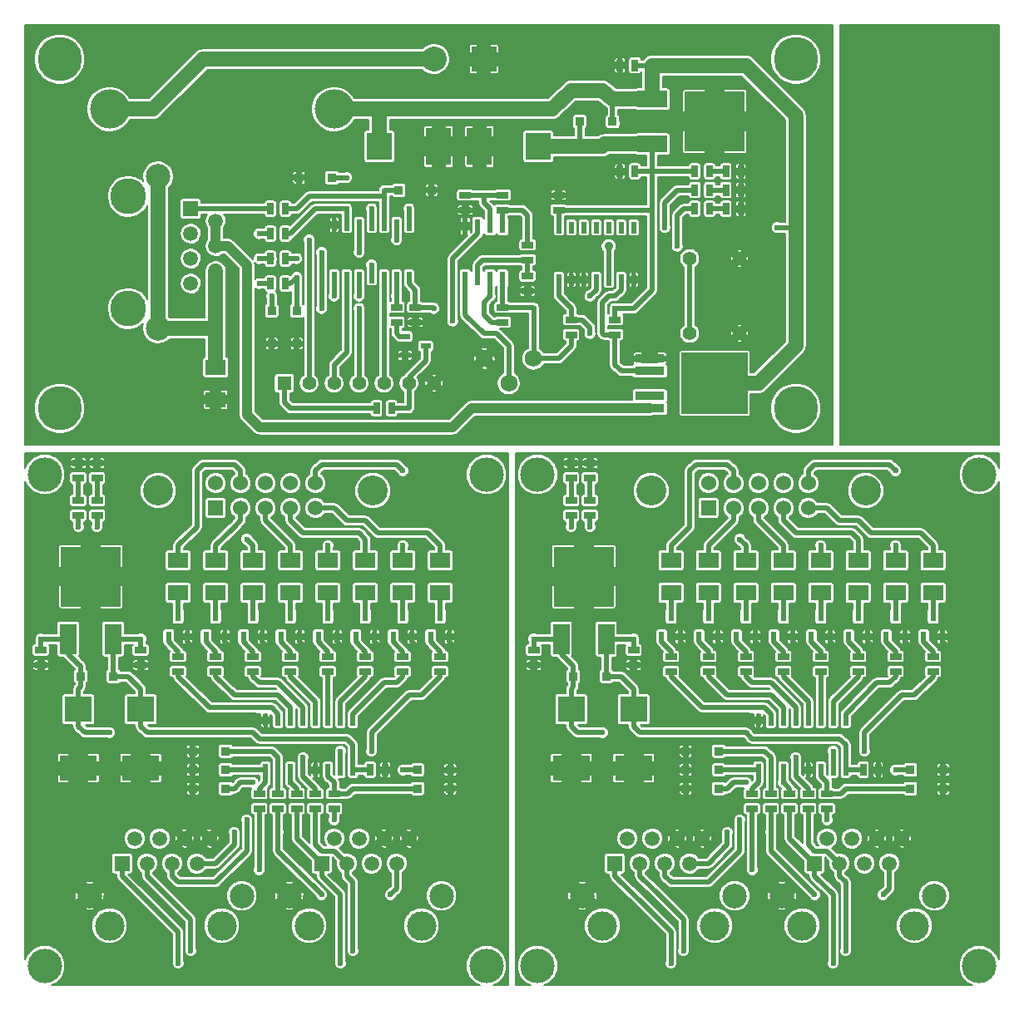
<source format=gtl>
G04 (created by PCBNEW (2013-may-18)-stable) date Tue 21 Oct 2014 09:53:05 PM CEST*
%MOIN*%
G04 Gerber Fmt 3.4, Leading zero omitted, Abs format*
%FSLAX34Y34*%
G01*
G70*
G90*
G04 APERTURE LIST*
%ADD10C,0.00590551*%
%ADD11R,0.045X0.025*%
%ADD12R,0.0335X0.0335*%
%ADD13R,0.1063X0.1004*%
%ADD14R,0.1496X0.1004*%
%ADD15R,0.065X0.12*%
%ADD16R,0.24X0.24*%
%ADD17R,0.025X0.045*%
%ADD18R,0.08X0.06*%
%ADD19R,0.02X0.045*%
%ADD20R,0.0236X0.0394*%
%ADD21C,0.12*%
%ADD22R,0.06X0.06*%
%ADD23C,0.06*%
%ADD24C,0.137795*%
%ADD25C,0.11811*%
%ADD26R,0.0591X0.0591*%
%ADD27C,0.0591*%
%ADD28C,0.0984252*%
%ADD29C,0.0689*%
%ADD30C,0.055*%
%ADD31R,0.0394X0.0236*%
%ADD32R,0.0236X0.0551*%
%ADD33C,0.1437*%
%ADD34R,0.12X0.065*%
%ADD35R,0.1004X0.1063*%
%ADD36R,0.1004X0.1496*%
%ADD37R,0.1X0.1*%
%ADD38C,0.1*%
%ADD39R,0.055X0.055*%
%ADD40C,0.177165*%
%ADD41R,0.2677X0.2461*%
%ADD42R,0.1181X0.0319*%
%ADD43C,0.1575*%
%ADD44C,0.023622*%
%ADD45C,0.035*%
%ADD46C,0.019685*%
%ADD47C,0.0590551*%
%ADD48C,0.0393701*%
%ADD49C,0.0067*%
%ADD50C,0.00669291*%
G04 APERTURE END LIST*
G54D10*
G54D11*
X91000Y-60950D03*
X91000Y-61550D03*
X93250Y-61550D03*
X93250Y-60950D03*
X91750Y-61550D03*
X91750Y-60950D03*
X92500Y-61550D03*
X92500Y-60950D03*
X94000Y-61550D03*
X94000Y-60950D03*
G54D12*
X89659Y-60000D03*
X88341Y-60000D03*
X97341Y-60000D03*
X98659Y-60000D03*
X89659Y-59250D03*
X88341Y-59250D03*
X89659Y-60750D03*
X88341Y-60750D03*
X97341Y-60750D03*
X98659Y-60750D03*
G54D11*
X86250Y-55200D03*
X86250Y-55800D03*
G54D13*
X83750Y-57569D03*
G54D14*
X83750Y-59931D03*
G54D15*
X83350Y-54750D03*
G54D16*
X84250Y-52250D03*
G54D15*
X85150Y-54750D03*
G54D11*
X89250Y-55450D03*
X89250Y-56050D03*
X87750Y-55450D03*
X87750Y-56050D03*
X90750Y-55450D03*
X90750Y-56050D03*
G54D17*
X95450Y-60000D03*
X96050Y-60000D03*
G54D11*
X83750Y-48300D03*
X83750Y-47700D03*
X92250Y-55450D03*
X92250Y-56050D03*
X83750Y-49800D03*
X83750Y-49200D03*
X84500Y-48300D03*
X84500Y-47700D03*
X93750Y-55450D03*
X93750Y-56050D03*
X95250Y-55450D03*
X95250Y-56050D03*
X96750Y-55450D03*
X96750Y-56050D03*
X82250Y-55200D03*
X82250Y-55800D03*
X98250Y-55450D03*
X98250Y-56050D03*
X84500Y-49800D03*
X84500Y-49200D03*
G54D18*
X87750Y-52900D03*
X87750Y-51600D03*
X98250Y-52900D03*
X98250Y-51600D03*
X96750Y-52900D03*
X96750Y-51600D03*
X95250Y-52900D03*
X95250Y-51600D03*
X89250Y-52900D03*
X89250Y-51600D03*
X92250Y-52900D03*
X92250Y-51600D03*
X90750Y-52900D03*
X90750Y-51600D03*
X93750Y-52900D03*
X93750Y-51600D03*
G54D19*
X94750Y-58000D03*
X94250Y-58000D03*
X93750Y-58000D03*
X93250Y-58000D03*
X92750Y-58000D03*
X92250Y-58000D03*
X91750Y-58000D03*
X91250Y-58000D03*
X91250Y-60000D03*
X91750Y-60000D03*
X92250Y-60000D03*
X92750Y-60000D03*
X93250Y-60000D03*
X93750Y-60000D03*
X94250Y-60000D03*
X94750Y-60000D03*
G54D12*
X83841Y-56250D03*
X85159Y-56250D03*
G54D20*
X91875Y-54666D03*
X92250Y-53834D03*
X92625Y-54666D03*
X93375Y-54666D03*
X93750Y-53834D03*
X94125Y-54666D03*
X94875Y-54666D03*
X95250Y-53834D03*
X95625Y-54666D03*
X87375Y-54666D03*
X87750Y-53834D03*
X88125Y-54666D03*
X96375Y-54666D03*
X96750Y-53834D03*
X97125Y-54666D03*
X90375Y-54666D03*
X90750Y-53834D03*
X91125Y-54666D03*
X97875Y-54666D03*
X98250Y-53834D03*
X98625Y-54666D03*
X88875Y-54666D03*
X89250Y-53834D03*
X89625Y-54666D03*
G54D13*
X86250Y-57569D03*
G54D14*
X86250Y-59931D03*
G54D21*
X95550Y-48800D03*
X86950Y-48800D03*
G54D22*
X89250Y-49500D03*
G54D23*
X89250Y-48500D03*
X90250Y-49500D03*
X90250Y-48500D03*
X91250Y-49500D03*
X91250Y-48500D03*
X92250Y-49500D03*
X92250Y-48500D03*
X93250Y-49500D03*
X93250Y-48500D03*
G54D24*
X100100Y-48150D03*
X100100Y-67850D03*
X82400Y-67850D03*
X82400Y-48150D03*
G54D25*
X89500Y-66250D03*
X85000Y-66250D03*
G54D26*
X85500Y-63750D03*
G54D27*
X86000Y-62750D03*
X86500Y-63750D03*
X87000Y-62750D03*
X87500Y-63750D03*
X88000Y-62750D03*
X88500Y-63750D03*
X89000Y-62750D03*
G54D28*
X84200Y-65049D03*
X90300Y-65049D03*
G54D25*
X97500Y-66250D03*
X93000Y-66250D03*
G54D26*
X93500Y-63750D03*
G54D27*
X94000Y-62750D03*
X94500Y-63750D03*
X95000Y-62750D03*
X95500Y-63750D03*
X96000Y-62750D03*
X96500Y-63750D03*
X97000Y-62750D03*
G54D28*
X92200Y-65049D03*
X98300Y-65049D03*
G54D25*
X77750Y-66250D03*
X73250Y-66250D03*
G54D26*
X73750Y-63750D03*
G54D27*
X74250Y-62750D03*
X74750Y-63750D03*
X75250Y-62750D03*
X75750Y-63750D03*
X76250Y-62750D03*
X76750Y-63750D03*
X77250Y-62750D03*
G54D28*
X72450Y-65049D03*
X78550Y-65049D03*
G54D25*
X69750Y-66250D03*
X65250Y-66250D03*
G54D26*
X65750Y-63750D03*
G54D27*
X66250Y-62750D03*
X66750Y-63750D03*
X67250Y-62750D03*
X67750Y-63750D03*
X68250Y-62750D03*
X68750Y-63750D03*
X69250Y-62750D03*
G54D28*
X64450Y-65049D03*
X70550Y-65049D03*
G54D24*
X62650Y-48150D03*
X62650Y-67850D03*
X80350Y-67850D03*
X80350Y-48150D03*
G54D21*
X75800Y-48800D03*
X67200Y-48800D03*
G54D22*
X69500Y-49500D03*
G54D23*
X69500Y-48500D03*
X70500Y-49500D03*
X70500Y-48500D03*
X71500Y-49500D03*
X71500Y-48500D03*
X72500Y-49500D03*
X72500Y-48500D03*
X73500Y-49500D03*
X73500Y-48500D03*
G54D13*
X66500Y-57569D03*
G54D14*
X66500Y-59931D03*
G54D20*
X69125Y-54666D03*
X69500Y-53834D03*
X69875Y-54666D03*
X78125Y-54666D03*
X78500Y-53834D03*
X78875Y-54666D03*
X70625Y-54666D03*
X71000Y-53834D03*
X71375Y-54666D03*
X76625Y-54666D03*
X77000Y-53834D03*
X77375Y-54666D03*
X67625Y-54666D03*
X68000Y-53834D03*
X68375Y-54666D03*
X75125Y-54666D03*
X75500Y-53834D03*
X75875Y-54666D03*
X73625Y-54666D03*
X74000Y-53834D03*
X74375Y-54666D03*
X72125Y-54666D03*
X72500Y-53834D03*
X72875Y-54666D03*
G54D12*
X64091Y-56250D03*
X65409Y-56250D03*
G54D19*
X75000Y-58000D03*
X74500Y-58000D03*
X74000Y-58000D03*
X73500Y-58000D03*
X73000Y-58000D03*
X72500Y-58000D03*
X72000Y-58000D03*
X71500Y-58000D03*
X71500Y-60000D03*
X72000Y-60000D03*
X72500Y-60000D03*
X73000Y-60000D03*
X73500Y-60000D03*
X74000Y-60000D03*
X74500Y-60000D03*
X75000Y-60000D03*
G54D18*
X74000Y-52900D03*
X74000Y-51600D03*
X71000Y-52900D03*
X71000Y-51600D03*
X72500Y-52900D03*
X72500Y-51600D03*
X69500Y-52900D03*
X69500Y-51600D03*
X75500Y-52900D03*
X75500Y-51600D03*
X77000Y-52900D03*
X77000Y-51600D03*
X78500Y-52900D03*
X78500Y-51600D03*
X68000Y-52900D03*
X68000Y-51600D03*
G54D11*
X64750Y-49800D03*
X64750Y-49200D03*
X78500Y-55450D03*
X78500Y-56050D03*
X62500Y-55200D03*
X62500Y-55800D03*
X77000Y-55450D03*
X77000Y-56050D03*
X75500Y-55450D03*
X75500Y-56050D03*
X74000Y-55450D03*
X74000Y-56050D03*
X64750Y-48300D03*
X64750Y-47700D03*
X64000Y-49800D03*
X64000Y-49200D03*
X72500Y-55450D03*
X72500Y-56050D03*
X64000Y-48300D03*
X64000Y-47700D03*
G54D17*
X75700Y-60000D03*
X76300Y-60000D03*
G54D11*
X71000Y-55450D03*
X71000Y-56050D03*
X68000Y-55450D03*
X68000Y-56050D03*
X69500Y-55450D03*
X69500Y-56050D03*
G54D15*
X63600Y-54750D03*
G54D16*
X64500Y-52250D03*
G54D15*
X65400Y-54750D03*
G54D13*
X64000Y-57569D03*
G54D14*
X64000Y-59931D03*
G54D11*
X66500Y-55200D03*
X66500Y-55800D03*
G54D12*
X77591Y-60750D03*
X78909Y-60750D03*
X69909Y-60750D03*
X68591Y-60750D03*
X69909Y-59250D03*
X68591Y-59250D03*
X77591Y-60000D03*
X78909Y-60000D03*
X69909Y-60000D03*
X68591Y-60000D03*
G54D11*
X74250Y-61550D03*
X74250Y-60950D03*
X72750Y-61550D03*
X72750Y-60950D03*
X72000Y-61550D03*
X72000Y-60950D03*
X73500Y-61550D03*
X73500Y-60950D03*
X71250Y-60950D03*
X71250Y-61550D03*
G54D29*
X82234Y-43508D03*
X81250Y-44492D03*
X80266Y-43508D03*
G54D30*
X88500Y-39500D03*
X90500Y-39500D03*
X88500Y-42500D03*
X90500Y-42500D03*
G54D31*
X77084Y-42625D03*
X77916Y-43000D03*
X77084Y-43375D03*
G54D12*
X85409Y-34000D03*
X84091Y-34000D03*
G54D32*
X81000Y-40300D03*
X81000Y-38200D03*
X80500Y-40300D03*
X80000Y-40300D03*
X79500Y-40300D03*
X80500Y-38200D03*
X80000Y-38200D03*
X79500Y-38200D03*
G54D18*
X69500Y-43850D03*
X69500Y-45150D03*
G54D17*
X89950Y-37500D03*
X90550Y-37500D03*
G54D11*
X83750Y-41950D03*
X83750Y-42550D03*
X81000Y-41450D03*
X81000Y-42050D03*
X85500Y-41950D03*
X85500Y-42550D03*
G54D17*
X88700Y-37500D03*
X89300Y-37500D03*
G54D11*
X81000Y-36950D03*
X81000Y-37550D03*
X77500Y-41450D03*
X77500Y-42050D03*
X82000Y-38950D03*
X82000Y-39550D03*
X82000Y-40200D03*
X82000Y-40800D03*
X83250Y-37550D03*
X83250Y-36950D03*
G54D17*
X75950Y-45500D03*
X76550Y-45500D03*
G54D11*
X76750Y-41450D03*
X76750Y-42050D03*
G54D17*
X86300Y-31750D03*
X85700Y-31750D03*
G54D11*
X79500Y-36950D03*
X79500Y-37550D03*
G54D17*
X89950Y-36750D03*
X90550Y-36750D03*
X88700Y-36750D03*
X89300Y-36750D03*
X89950Y-36000D03*
X90550Y-36000D03*
X88700Y-36000D03*
X89300Y-36000D03*
X86300Y-36000D03*
X85700Y-36000D03*
G54D33*
X66000Y-41500D03*
X66000Y-37000D03*
G54D26*
X68500Y-37500D03*
G54D27*
X69500Y-38000D03*
X68500Y-38500D03*
X69500Y-39000D03*
X68500Y-39500D03*
X69500Y-40000D03*
X68500Y-40500D03*
X69500Y-41000D03*
G54D28*
X67200Y-36200D03*
X67200Y-42300D03*
G54D34*
X87000Y-33100D03*
G54D16*
X89500Y-34000D03*
G54D34*
X87000Y-34900D03*
G54D35*
X82431Y-35000D03*
G54D36*
X80069Y-35000D03*
G54D35*
X76069Y-35000D03*
G54D36*
X78431Y-35000D03*
G54D37*
X80250Y-31500D03*
G54D38*
X78250Y-31500D03*
G54D19*
X77250Y-38150D03*
X76750Y-38150D03*
X76250Y-38150D03*
X75750Y-38150D03*
X75250Y-38150D03*
X74750Y-38150D03*
X74250Y-38150D03*
X74250Y-40250D03*
X74750Y-40250D03*
X75250Y-40250D03*
X75750Y-40250D03*
X76250Y-40250D03*
X76750Y-40250D03*
X77250Y-40250D03*
G54D39*
X72250Y-44500D03*
G54D30*
X73250Y-44500D03*
X74250Y-44500D03*
X75250Y-44500D03*
X76250Y-44500D03*
X77250Y-44500D03*
X78250Y-44500D03*
G54D40*
X63250Y-31500D03*
X92750Y-31500D03*
X92750Y-45500D03*
X63250Y-45500D03*
G54D12*
X76841Y-36750D03*
X78159Y-36750D03*
X74159Y-36250D03*
X72841Y-36250D03*
X71750Y-41591D03*
X71750Y-42909D03*
X72750Y-41591D03*
X72750Y-42909D03*
G54D17*
X72300Y-37500D03*
X71700Y-37500D03*
X72300Y-38500D03*
X71700Y-38500D03*
X72300Y-39500D03*
X71700Y-39500D03*
X72300Y-40500D03*
X71700Y-40500D03*
G54D19*
X83250Y-40350D03*
X83750Y-40350D03*
X84250Y-40350D03*
X84750Y-40350D03*
X85250Y-40350D03*
X85750Y-40350D03*
X86250Y-40350D03*
X86250Y-38250D03*
X85750Y-38250D03*
X85250Y-38250D03*
X84750Y-38250D03*
X84250Y-38250D03*
X83750Y-38250D03*
X83250Y-38250D03*
G54D41*
X89500Y-44500D03*
G54D42*
X86902Y-43500D03*
X86902Y-44000D03*
X86902Y-45000D03*
X86902Y-45500D03*
G54D43*
X65250Y-33500D03*
X74250Y-33500D03*
G54D44*
X82250Y-54750D03*
X83750Y-50250D03*
X85000Y-58500D03*
X65250Y-58500D03*
X64000Y-50250D03*
X62500Y-54750D03*
X87500Y-38250D03*
X92000Y-38250D03*
X86250Y-54750D03*
X84500Y-50250D03*
X64750Y-50250D03*
X66500Y-54750D03*
X85500Y-41500D03*
X78250Y-41500D03*
X82250Y-41500D03*
X76750Y-38750D03*
X73250Y-38750D03*
X75250Y-39250D03*
X73750Y-41500D03*
X75250Y-41500D03*
X73750Y-39250D03*
G54D45*
X85250Y-39000D03*
G54D44*
X88000Y-39000D03*
X75250Y-41000D03*
X76750Y-41000D03*
X75750Y-37500D03*
X77250Y-37500D03*
X87750Y-67750D03*
X94250Y-67750D03*
X74500Y-67750D03*
X68000Y-67750D03*
X94000Y-62000D03*
X90500Y-62000D03*
X70750Y-62000D03*
X74250Y-62000D03*
X91000Y-64000D03*
X71250Y-64000D03*
X71250Y-39500D03*
X94750Y-67250D03*
X88250Y-67250D03*
X68500Y-67250D03*
X75000Y-67250D03*
X71250Y-38500D03*
X94250Y-59250D03*
X95500Y-59250D03*
X75750Y-59250D03*
X74500Y-59250D03*
X88500Y-55250D03*
X90000Y-55250D03*
X91500Y-55250D03*
X93000Y-55250D03*
X94500Y-55250D03*
X96000Y-55250D03*
X97500Y-55250D03*
X99000Y-55250D03*
X79250Y-55250D03*
X77750Y-55250D03*
X76250Y-55250D03*
X74750Y-55250D03*
X73250Y-55250D03*
X71750Y-55250D03*
X70250Y-55250D03*
X68750Y-55250D03*
X84500Y-42500D03*
X72750Y-40250D03*
X75750Y-39750D03*
X71750Y-41000D03*
X74250Y-41000D03*
X72750Y-39500D03*
X74750Y-36250D03*
X74750Y-37500D03*
X92250Y-60500D03*
X90750Y-60500D03*
X71000Y-60500D03*
X72500Y-60500D03*
X92750Y-59500D03*
X96750Y-60000D03*
X77000Y-60000D03*
X73000Y-59500D03*
X90000Y-62500D03*
X91750Y-62500D03*
X96250Y-65000D03*
X93500Y-65000D03*
X73750Y-65000D03*
X76500Y-65000D03*
X72000Y-62500D03*
X70250Y-62500D03*
X71250Y-40500D03*
X96750Y-51000D03*
X96750Y-48000D03*
X77000Y-48000D03*
X77000Y-51000D03*
X93750Y-51000D03*
X74000Y-51000D03*
X90500Y-50750D03*
X70750Y-50750D03*
X79000Y-42000D03*
X84500Y-41000D03*
X80500Y-41000D03*
G54D46*
X82250Y-54750D02*
X83350Y-54750D01*
X82250Y-55200D02*
X82250Y-54750D01*
X83841Y-55841D02*
X83750Y-55750D01*
X83350Y-55350D02*
X83350Y-54750D01*
X83350Y-55350D02*
X83750Y-55750D01*
X83841Y-56250D02*
X83841Y-55841D01*
X83750Y-56750D02*
X83750Y-57569D01*
X83841Y-56659D02*
X83750Y-56750D01*
X83841Y-56250D02*
X83841Y-56659D01*
X83750Y-49800D02*
X83750Y-50250D01*
X83750Y-58250D02*
X84000Y-58500D01*
X84000Y-58500D02*
X85000Y-58500D01*
X83750Y-57569D02*
X83750Y-58250D01*
X64000Y-57569D02*
X64000Y-58250D01*
X64250Y-58500D02*
X65250Y-58500D01*
X64000Y-58250D02*
X64250Y-58500D01*
X64000Y-49800D02*
X64000Y-50250D01*
X64091Y-56250D02*
X64091Y-56659D01*
X64091Y-56659D02*
X64000Y-56750D01*
X64000Y-56750D02*
X64000Y-57569D01*
X64091Y-56250D02*
X64091Y-55841D01*
X63600Y-55350D02*
X64000Y-55750D01*
X63600Y-55350D02*
X63600Y-54750D01*
X64091Y-55841D02*
X64000Y-55750D01*
X62500Y-55200D02*
X62500Y-54750D01*
X62500Y-54750D02*
X63600Y-54750D01*
G54D47*
X76069Y-35000D02*
X76069Y-33500D01*
X83000Y-33500D02*
X76250Y-33500D01*
X76250Y-33500D02*
X74500Y-33500D01*
X83750Y-32750D02*
X83000Y-33500D01*
X85409Y-33100D02*
X85000Y-32750D01*
X85000Y-32750D02*
X83750Y-32750D01*
X74500Y-33500D02*
X74250Y-33500D01*
G54D46*
X86300Y-31750D02*
X87000Y-31750D01*
X92000Y-38250D02*
X92000Y-38250D01*
X92750Y-38250D02*
X92000Y-38250D01*
X88000Y-36750D02*
X88700Y-36750D01*
X87500Y-37250D02*
X88000Y-36750D01*
X87500Y-37250D02*
X87500Y-37250D01*
X87500Y-38250D02*
X87500Y-37250D01*
G54D47*
X92750Y-33750D02*
X90750Y-31750D01*
X91250Y-44500D02*
X92750Y-43000D01*
X89500Y-44500D02*
X91250Y-44500D01*
X92750Y-33750D02*
X92750Y-38250D01*
X92750Y-38250D02*
X92750Y-43000D01*
X87000Y-32250D02*
X87000Y-32000D01*
X87000Y-32000D02*
X87000Y-31750D01*
X87000Y-32250D02*
X87000Y-33100D01*
X90750Y-31750D02*
X87000Y-31750D01*
G54D46*
X85409Y-34000D02*
X85409Y-33100D01*
X85500Y-33250D02*
X85500Y-33100D01*
X85500Y-33191D02*
X85500Y-33250D01*
X85409Y-33100D02*
X85500Y-33191D01*
G54D47*
X85500Y-33100D02*
X87000Y-33100D01*
G54D46*
X72250Y-44500D02*
X72250Y-45250D01*
X72500Y-45500D02*
X72250Y-45250D01*
X72500Y-45500D02*
X75950Y-45500D01*
X85150Y-56241D02*
X85159Y-56250D01*
X85150Y-54750D02*
X85150Y-56241D01*
X86250Y-56750D02*
X86250Y-57569D01*
X85750Y-56250D02*
X86250Y-56750D01*
X85159Y-56250D02*
X85750Y-56250D01*
X86250Y-54750D02*
X86250Y-54750D01*
X85150Y-54750D02*
X86250Y-54750D01*
X86250Y-54750D02*
X86250Y-55200D01*
X91000Y-58750D02*
X94500Y-58750D01*
X90750Y-58500D02*
X91000Y-58750D01*
X86250Y-58250D02*
X86250Y-57569D01*
X86250Y-58250D02*
X86500Y-58500D01*
X86500Y-58500D02*
X90750Y-58500D01*
X94500Y-58750D02*
X94750Y-59000D01*
X94750Y-60000D02*
X94750Y-59000D01*
X84500Y-49800D02*
X84500Y-50250D01*
X94750Y-60000D02*
X95450Y-60000D01*
X75000Y-60000D02*
X75700Y-60000D01*
X64750Y-49800D02*
X64750Y-50250D01*
X75000Y-60000D02*
X75000Y-59000D01*
X74750Y-58750D02*
X75000Y-59000D01*
X66750Y-58500D02*
X71000Y-58500D01*
X66500Y-58250D02*
X66750Y-58500D01*
X66500Y-58250D02*
X66500Y-57569D01*
X71000Y-58500D02*
X71250Y-58750D01*
X71250Y-58750D02*
X74750Y-58750D01*
X66500Y-54750D02*
X66500Y-55200D01*
X65400Y-54750D02*
X66500Y-54750D01*
X66500Y-54750D02*
X66500Y-54750D01*
X65409Y-56250D02*
X66000Y-56250D01*
X66000Y-56250D02*
X66500Y-56750D01*
X66500Y-56750D02*
X66500Y-57569D01*
X65400Y-54750D02*
X65400Y-56241D01*
X65400Y-56241D02*
X65409Y-56250D01*
X83250Y-38250D02*
X83250Y-37550D01*
X83250Y-37550D02*
X87000Y-37550D01*
X87000Y-37550D02*
X87000Y-37500D01*
X78250Y-41500D02*
X78200Y-41450D01*
X78200Y-41450D02*
X77500Y-41450D01*
X83750Y-42550D02*
X83750Y-43000D01*
X82242Y-43500D02*
X83250Y-43500D01*
X83250Y-43500D02*
X83750Y-43000D01*
X82242Y-43500D02*
X82234Y-43508D01*
X82250Y-41500D02*
X82200Y-41450D01*
X82250Y-43492D02*
X82250Y-41750D01*
X82250Y-41750D02*
X82250Y-41500D01*
X82234Y-43508D02*
X82250Y-43492D01*
X82200Y-41450D02*
X81000Y-41450D01*
X77250Y-40250D02*
X77250Y-40500D01*
X77500Y-40750D02*
X77500Y-41450D01*
X77250Y-40500D02*
X77500Y-40750D01*
X87000Y-36000D02*
X88700Y-36000D01*
X85500Y-41500D02*
X86250Y-41500D01*
X86250Y-41500D02*
X87000Y-40750D01*
X85500Y-41500D02*
X85500Y-41950D01*
X87000Y-40750D02*
X87000Y-40750D01*
X87000Y-40750D02*
X87000Y-37500D01*
X87000Y-37500D02*
X87000Y-36000D01*
X86300Y-36000D02*
X87000Y-36000D01*
X87000Y-34900D02*
X87000Y-36000D01*
X84091Y-34000D02*
X84091Y-35000D01*
X84091Y-35000D02*
X84000Y-35000D01*
G54D47*
X87000Y-34900D02*
X85100Y-34900D01*
X85000Y-35000D02*
X84000Y-35000D01*
X84000Y-35000D02*
X82431Y-35000D01*
X85100Y-34900D02*
X85000Y-35000D01*
G54D46*
X81000Y-41450D02*
X81000Y-41000D01*
X81000Y-41000D02*
X81000Y-40300D01*
X73250Y-44500D02*
X73250Y-38750D01*
X76750Y-38750D02*
X76750Y-38150D01*
X74750Y-40250D02*
X74750Y-43250D01*
X74250Y-43750D02*
X74250Y-44500D01*
X74750Y-43250D02*
X74250Y-43750D01*
X75250Y-44500D02*
X75250Y-41500D01*
X73750Y-41500D02*
X73750Y-39250D01*
X75250Y-39250D02*
X75250Y-38150D01*
X76250Y-44500D02*
X76250Y-40250D01*
X85250Y-40350D02*
X85250Y-39000D01*
X76750Y-41000D02*
X76750Y-41450D01*
X88000Y-37750D02*
X88000Y-39000D01*
X88000Y-37750D02*
X88250Y-37500D01*
X88250Y-37500D02*
X88700Y-37500D01*
X75250Y-41000D02*
X75250Y-40250D01*
X75750Y-38150D02*
X75750Y-37500D01*
X76750Y-41000D02*
X76750Y-40250D01*
X77250Y-37500D02*
X77250Y-38150D01*
X92500Y-62750D02*
X93500Y-63750D01*
X92500Y-61550D02*
X92500Y-62750D01*
X94250Y-67750D02*
X94250Y-67250D01*
X87750Y-67250D02*
X87750Y-67750D01*
X85500Y-64250D02*
X85500Y-63750D01*
X86750Y-65500D02*
X87750Y-66500D01*
X86750Y-65500D02*
X86750Y-65500D01*
X85500Y-64250D02*
X86750Y-65500D01*
X87750Y-66500D02*
X87750Y-67250D01*
X94250Y-67250D02*
X94250Y-65500D01*
X93500Y-64250D02*
X94250Y-65000D01*
X94250Y-65000D02*
X94250Y-65500D01*
X93500Y-63750D02*
X93500Y-64250D01*
X73750Y-63750D02*
X73750Y-64250D01*
X74500Y-65000D02*
X74500Y-65500D01*
X73750Y-64250D02*
X74500Y-65000D01*
X74500Y-67250D02*
X74500Y-65500D01*
X68000Y-66500D02*
X68000Y-67250D01*
X65750Y-64250D02*
X67000Y-65500D01*
X67000Y-65500D02*
X67000Y-65500D01*
X67000Y-65500D02*
X68000Y-66500D01*
X65750Y-64250D02*
X65750Y-63750D01*
X68000Y-67250D02*
X68000Y-67750D01*
X74500Y-67750D02*
X74500Y-67250D01*
X72750Y-61550D02*
X72750Y-62750D01*
X72750Y-62750D02*
X73750Y-63750D01*
X71700Y-37500D02*
X70000Y-37500D01*
X69750Y-37500D02*
X70000Y-37500D01*
X69750Y-37500D02*
X68500Y-37500D01*
X90500Y-63250D02*
X90500Y-63250D01*
X90500Y-62000D02*
X90500Y-63250D01*
X94000Y-61550D02*
X94000Y-62000D01*
X89250Y-64500D02*
X90500Y-63250D01*
X87500Y-63750D02*
X87500Y-64250D01*
X87500Y-64250D02*
X87750Y-64500D01*
X87750Y-64500D02*
X89250Y-64500D01*
X68000Y-64500D02*
X69500Y-64500D01*
X67750Y-64250D02*
X68000Y-64500D01*
X67750Y-63750D02*
X67750Y-64250D01*
X69500Y-64500D02*
X70750Y-63250D01*
X74250Y-61550D02*
X74250Y-62000D01*
X70750Y-62000D02*
X70750Y-63250D01*
X70750Y-63250D02*
X70750Y-63250D01*
X91000Y-61550D02*
X91000Y-64000D01*
X71250Y-61550D02*
X71250Y-64000D01*
X71750Y-39500D02*
X71700Y-39500D01*
X71250Y-39500D02*
X71750Y-39500D01*
X94000Y-63250D02*
X93500Y-63250D01*
X94000Y-63250D02*
X94500Y-63750D01*
X93500Y-63250D02*
X93250Y-63000D01*
X93250Y-61550D02*
X93250Y-63000D01*
X88250Y-66000D02*
X88250Y-67000D01*
X86500Y-64250D02*
X87250Y-65000D01*
X87250Y-65000D02*
X87250Y-65000D01*
X87250Y-65000D02*
X88250Y-66000D01*
X86500Y-64250D02*
X86500Y-63750D01*
X88250Y-67000D02*
X88250Y-67250D01*
X94750Y-67250D02*
X94750Y-65500D01*
X94500Y-64000D02*
X94500Y-64250D01*
X94500Y-64250D02*
X94750Y-64500D01*
X94750Y-64500D02*
X94750Y-65500D01*
X94500Y-63750D02*
X94500Y-64000D01*
X74750Y-63750D02*
X74750Y-64000D01*
X75000Y-64500D02*
X75000Y-65500D01*
X74750Y-64250D02*
X75000Y-64500D01*
X74750Y-64000D02*
X74750Y-64250D01*
X75000Y-67250D02*
X75000Y-65500D01*
X68500Y-67000D02*
X68500Y-67250D01*
X66750Y-64250D02*
X66750Y-63750D01*
X67500Y-65000D02*
X68500Y-66000D01*
X67500Y-65000D02*
X67500Y-65000D01*
X66750Y-64250D02*
X67500Y-65000D01*
X68500Y-66000D02*
X68500Y-67000D01*
X73500Y-61550D02*
X73500Y-63000D01*
X73750Y-63250D02*
X73500Y-63000D01*
X74250Y-63250D02*
X74750Y-63750D01*
X74250Y-63250D02*
X73750Y-63250D01*
X71700Y-38500D02*
X71250Y-38500D01*
X71250Y-38500D02*
X71250Y-38500D01*
X94250Y-59250D02*
X94250Y-60000D01*
X95500Y-58750D02*
X95500Y-59250D01*
X95500Y-58750D02*
X95500Y-58750D01*
X95500Y-58500D02*
X97000Y-57000D01*
X97000Y-57000D02*
X97500Y-57000D01*
X97500Y-57000D02*
X98250Y-56250D01*
X98250Y-56250D02*
X98250Y-56050D01*
X95500Y-58750D02*
X95500Y-58500D01*
X75750Y-58750D02*
X75750Y-58500D01*
X78500Y-56250D02*
X78500Y-56050D01*
X77750Y-57000D02*
X78500Y-56250D01*
X77250Y-57000D02*
X77750Y-57000D01*
X75750Y-58500D02*
X77250Y-57000D01*
X75750Y-58750D02*
X75750Y-58750D01*
X75750Y-58750D02*
X75750Y-59250D01*
X74500Y-59250D02*
X74500Y-60000D01*
X94750Y-57750D02*
X96000Y-56500D01*
X96000Y-56500D02*
X96500Y-56500D01*
X96500Y-56500D02*
X96750Y-56250D01*
X96750Y-56250D02*
X96750Y-56050D01*
X94750Y-58000D02*
X94750Y-57750D01*
X75000Y-58000D02*
X75000Y-57750D01*
X77000Y-56250D02*
X77000Y-56050D01*
X76750Y-56500D02*
X77000Y-56250D01*
X76250Y-56500D02*
X76750Y-56500D01*
X75000Y-57750D02*
X76250Y-56500D01*
X94250Y-57250D02*
X95250Y-56250D01*
X95250Y-56250D02*
X95250Y-56050D01*
X94250Y-58000D02*
X94250Y-57250D01*
X74500Y-58000D02*
X74500Y-57250D01*
X75500Y-56250D02*
X75500Y-56050D01*
X74500Y-57250D02*
X75500Y-56250D01*
X93750Y-58000D02*
X93750Y-56050D01*
X74000Y-58000D02*
X74000Y-56050D01*
X93250Y-57250D02*
X92250Y-56250D01*
X92250Y-56250D02*
X92250Y-56050D01*
X93250Y-58000D02*
X93250Y-57250D01*
X73500Y-58000D02*
X73500Y-57250D01*
X72500Y-56250D02*
X72500Y-56050D01*
X73500Y-57250D02*
X72500Y-56250D01*
X92750Y-57500D02*
X91750Y-56500D01*
X91750Y-56500D02*
X91000Y-56500D01*
X91000Y-56500D02*
X90750Y-56250D01*
X90750Y-56250D02*
X90750Y-56050D01*
X92750Y-58000D02*
X92750Y-57500D01*
X73000Y-58000D02*
X73000Y-57500D01*
X71000Y-56250D02*
X71000Y-56050D01*
X71250Y-56500D02*
X71000Y-56250D01*
X72000Y-56500D02*
X71250Y-56500D01*
X73000Y-57500D02*
X72000Y-56500D01*
X92250Y-57500D02*
X91750Y-57000D01*
X91750Y-57000D02*
X90000Y-57000D01*
X90000Y-57000D02*
X89250Y-56250D01*
X89250Y-56250D02*
X89250Y-56050D01*
X92250Y-58000D02*
X92250Y-57500D01*
X72500Y-58000D02*
X72500Y-57500D01*
X69500Y-56250D02*
X69500Y-56050D01*
X70250Y-57000D02*
X69500Y-56250D01*
X72000Y-57000D02*
X70250Y-57000D01*
X72500Y-57500D02*
X72000Y-57000D01*
X91750Y-57750D02*
X91500Y-57500D01*
X91500Y-57500D02*
X89000Y-57500D01*
X89000Y-57500D02*
X87750Y-56250D01*
X87750Y-56250D02*
X87750Y-56050D01*
X91750Y-58000D02*
X91750Y-57750D01*
X72000Y-58000D02*
X72000Y-57750D01*
X68000Y-56250D02*
X68000Y-56050D01*
X69250Y-57500D02*
X68000Y-56250D01*
X71750Y-57500D02*
X69250Y-57500D01*
X72000Y-57750D02*
X71750Y-57500D01*
X88125Y-54875D02*
X88125Y-54666D01*
X88500Y-55250D02*
X88125Y-54875D01*
X89625Y-54875D02*
X90000Y-55250D01*
X89625Y-54666D02*
X89625Y-54875D01*
X91125Y-54875D02*
X91500Y-55250D01*
X91125Y-54666D02*
X91125Y-54875D01*
X92625Y-54875D02*
X93000Y-55250D01*
X92625Y-54666D02*
X92625Y-54875D01*
X94125Y-54875D02*
X94500Y-55250D01*
X94125Y-54666D02*
X94125Y-54875D01*
X95625Y-54875D02*
X95625Y-54666D01*
X96000Y-55250D02*
X95625Y-54875D01*
X97125Y-54875D02*
X97125Y-54666D01*
X97500Y-55250D02*
X97125Y-54875D01*
X98625Y-54875D02*
X99000Y-55250D01*
X98625Y-54666D02*
X98625Y-54875D01*
X78875Y-54666D02*
X78875Y-54875D01*
X78875Y-54875D02*
X79250Y-55250D01*
X77750Y-55250D02*
X77375Y-54875D01*
X77375Y-54875D02*
X77375Y-54666D01*
X76250Y-55250D02*
X75875Y-54875D01*
X75875Y-54875D02*
X75875Y-54666D01*
X74375Y-54666D02*
X74375Y-54875D01*
X74375Y-54875D02*
X74750Y-55250D01*
X72875Y-54666D02*
X72875Y-54875D01*
X72875Y-54875D02*
X73250Y-55250D01*
X71375Y-54666D02*
X71375Y-54875D01*
X71375Y-54875D02*
X71750Y-55250D01*
X69875Y-54666D02*
X69875Y-54875D01*
X69875Y-54875D02*
X70250Y-55250D01*
X68750Y-55250D02*
X68375Y-54875D01*
X68375Y-54875D02*
X68375Y-54666D01*
X79500Y-38200D02*
X79500Y-37550D01*
X83750Y-41950D02*
X84200Y-41950D01*
X84500Y-42250D02*
X84500Y-42500D01*
X84200Y-41950D02*
X84500Y-42250D01*
X83250Y-40350D02*
X83250Y-41000D01*
X83750Y-41500D02*
X83750Y-41950D01*
X83250Y-41000D02*
X83750Y-41500D01*
X88500Y-39500D02*
X88500Y-42500D01*
X72750Y-40250D02*
X72750Y-41591D01*
X72300Y-40500D02*
X72500Y-40500D01*
X72500Y-40500D02*
X72750Y-40250D01*
X75750Y-39750D02*
X75750Y-40250D01*
X71750Y-41000D02*
X71750Y-41591D01*
X74250Y-40250D02*
X74250Y-41000D01*
X72750Y-39500D02*
X72300Y-39500D01*
X93750Y-52900D02*
X93750Y-53834D01*
X74000Y-52900D02*
X74000Y-53834D01*
X74159Y-36250D02*
X74500Y-36250D01*
X74500Y-36250D02*
X74750Y-36250D01*
X72300Y-38500D02*
X72500Y-38500D01*
X74750Y-37500D02*
X74750Y-38150D01*
X73500Y-37500D02*
X74750Y-37500D01*
X72500Y-38500D02*
X73500Y-37500D01*
X93375Y-54875D02*
X93750Y-55250D01*
X93750Y-55250D02*
X93750Y-55450D01*
X93375Y-54666D02*
X93375Y-54875D01*
X73625Y-54666D02*
X73625Y-54875D01*
X74000Y-55250D02*
X74000Y-55450D01*
X73625Y-54875D02*
X74000Y-55250D01*
X72300Y-37500D02*
X72750Y-37500D01*
X73250Y-37000D02*
X76250Y-37000D01*
X72750Y-37500D02*
X73250Y-37000D01*
X76250Y-36750D02*
X76841Y-36750D01*
X76250Y-37250D02*
X76250Y-38150D01*
X76250Y-36750D02*
X76250Y-37000D01*
X76250Y-37000D02*
X76250Y-37250D01*
X95250Y-52900D02*
X95250Y-53834D01*
X75500Y-52900D02*
X75500Y-53834D01*
X77084Y-42625D02*
X76875Y-42625D01*
X76750Y-42500D02*
X76750Y-42050D01*
X76875Y-42625D02*
X76750Y-42500D01*
X82000Y-39550D02*
X80200Y-39550D01*
X80000Y-39750D02*
X80000Y-40300D01*
X80200Y-39550D02*
X80000Y-39750D01*
X82000Y-39550D02*
X82000Y-40200D01*
X94875Y-54875D02*
X95250Y-55250D01*
X95250Y-55250D02*
X95250Y-55450D01*
X94875Y-54666D02*
X94875Y-54875D01*
X75125Y-54666D02*
X75125Y-54875D01*
X75500Y-55250D02*
X75500Y-55450D01*
X75125Y-54875D02*
X75500Y-55250D01*
X96375Y-54875D02*
X96750Y-55250D01*
X96750Y-55250D02*
X96750Y-55450D01*
X96375Y-54666D02*
X96375Y-54875D01*
X76625Y-54666D02*
X76625Y-54875D01*
X77000Y-55250D02*
X77000Y-55450D01*
X76625Y-54875D02*
X77000Y-55250D01*
X98250Y-53750D02*
X98250Y-53834D01*
X98250Y-52900D02*
X98250Y-53750D01*
X78500Y-52900D02*
X78500Y-53750D01*
X78500Y-53750D02*
X78500Y-53834D01*
X81250Y-44492D02*
X81250Y-43000D01*
X79500Y-41750D02*
X80250Y-42500D01*
X80250Y-42500D02*
X80750Y-42500D01*
X80750Y-42500D02*
X81250Y-43000D01*
X79500Y-41750D02*
X79500Y-40300D01*
X97875Y-54875D02*
X98250Y-55250D01*
X98250Y-55250D02*
X98250Y-55450D01*
X97875Y-54666D02*
X97875Y-54875D01*
X78125Y-54666D02*
X78125Y-54875D01*
X78500Y-55250D02*
X78500Y-55450D01*
X78125Y-54875D02*
X78500Y-55250D01*
X96750Y-52900D02*
X96750Y-53834D01*
X77000Y-52900D02*
X77000Y-53834D01*
X92250Y-52900D02*
X92250Y-53834D01*
X72500Y-52900D02*
X72500Y-53834D01*
X91875Y-54875D02*
X92250Y-55250D01*
X92250Y-55250D02*
X92250Y-55450D01*
X91875Y-54666D02*
X91875Y-54875D01*
X72125Y-54666D02*
X72125Y-54875D01*
X72500Y-55250D02*
X72500Y-55450D01*
X72125Y-54875D02*
X72500Y-55250D01*
X90750Y-52900D02*
X90750Y-53834D01*
X71000Y-52900D02*
X71000Y-53834D01*
X81000Y-37550D02*
X81800Y-37550D01*
X82000Y-37750D02*
X82000Y-38950D01*
X81800Y-37550D02*
X82000Y-37750D01*
X81000Y-38200D02*
X81000Y-37550D01*
X91750Y-60950D02*
X91750Y-60000D01*
X91500Y-59250D02*
X91750Y-59500D01*
X91750Y-59500D02*
X91750Y-60000D01*
X89659Y-59250D02*
X91500Y-59250D01*
X69909Y-59250D02*
X71750Y-59250D01*
X72000Y-59500D02*
X72000Y-60000D01*
X71750Y-59250D02*
X72000Y-59500D01*
X72000Y-60950D02*
X72000Y-60000D01*
G54D47*
X69000Y-31500D02*
X77250Y-31500D01*
X67000Y-33500D02*
X69000Y-31500D01*
X65250Y-33500D02*
X67000Y-33500D01*
X77250Y-31500D02*
X78250Y-31500D01*
X77250Y-31500D02*
X77250Y-31500D01*
G54D46*
X92250Y-60500D02*
X92250Y-60000D01*
X92500Y-60750D02*
X92500Y-60950D01*
X92250Y-60500D02*
X92500Y-60750D01*
X90000Y-60750D02*
X90250Y-60500D01*
X90250Y-60500D02*
X90750Y-60500D01*
X89659Y-60750D02*
X90000Y-60750D01*
X69909Y-60750D02*
X70250Y-60750D01*
X70500Y-60500D02*
X71000Y-60500D01*
X70250Y-60750D02*
X70500Y-60500D01*
X72500Y-60500D02*
X72750Y-60750D01*
X72750Y-60750D02*
X72750Y-60950D01*
X72500Y-60500D02*
X72500Y-60000D01*
X89300Y-36000D02*
X89950Y-36000D01*
X91000Y-60750D02*
X91250Y-60500D01*
X91250Y-60500D02*
X91250Y-60000D01*
X91000Y-60950D02*
X91000Y-60750D01*
X91250Y-60000D02*
X89659Y-60000D01*
X71500Y-60000D02*
X69909Y-60000D01*
X71250Y-60950D02*
X71250Y-60750D01*
X71500Y-60500D02*
X71500Y-60000D01*
X71250Y-60750D02*
X71500Y-60500D01*
G54D48*
X69500Y-39000D02*
X69500Y-38000D01*
X69500Y-39000D02*
X70000Y-39000D01*
X71250Y-46250D02*
X70750Y-45750D01*
X79750Y-45500D02*
X86902Y-45500D01*
X79750Y-45500D02*
X79000Y-46250D01*
X79000Y-46250D02*
X71250Y-46250D01*
X70750Y-39750D02*
X70750Y-45750D01*
X70000Y-39000D02*
X70750Y-39750D01*
G54D46*
X93750Y-60250D02*
X94000Y-60500D01*
X94000Y-60500D02*
X94000Y-60950D01*
X93750Y-60000D02*
X93750Y-60250D01*
X94550Y-60950D02*
X94750Y-60750D01*
X94750Y-60750D02*
X97341Y-60750D01*
X94000Y-60950D02*
X94550Y-60950D01*
X74250Y-60950D02*
X74800Y-60950D01*
X75000Y-60750D02*
X77591Y-60750D01*
X74800Y-60950D02*
X75000Y-60750D01*
X74000Y-60000D02*
X74000Y-60250D01*
X74250Y-60500D02*
X74250Y-60950D01*
X74000Y-60250D02*
X74250Y-60500D01*
X89300Y-36750D02*
X89950Y-36750D01*
X92750Y-60250D02*
X93250Y-60750D01*
X93250Y-60750D02*
X93250Y-60950D01*
X92750Y-60000D02*
X92750Y-60250D01*
X96750Y-60000D02*
X97341Y-60000D01*
X92750Y-60000D02*
X92750Y-59500D01*
X73000Y-60000D02*
X73000Y-59500D01*
X77000Y-60000D02*
X77591Y-60000D01*
X73000Y-60000D02*
X73000Y-60250D01*
X73500Y-60750D02*
X73500Y-60950D01*
X73000Y-60250D02*
X73500Y-60750D01*
X80500Y-38200D02*
X80500Y-37500D01*
X80250Y-37250D02*
X80250Y-36950D01*
X80500Y-37500D02*
X80250Y-37250D01*
X79500Y-36950D02*
X80250Y-36950D01*
X80250Y-36950D02*
X81000Y-36950D01*
X87750Y-53834D02*
X87750Y-52900D01*
X68000Y-53834D02*
X68000Y-52900D01*
X87375Y-54875D02*
X87750Y-55250D01*
X87750Y-55250D02*
X87750Y-55450D01*
X87375Y-54666D02*
X87375Y-54875D01*
X67625Y-54666D02*
X67625Y-54875D01*
X68000Y-55250D02*
X68000Y-55450D01*
X67625Y-54875D02*
X68000Y-55250D01*
X89250Y-52900D02*
X89250Y-53834D01*
X69500Y-52900D02*
X69500Y-53834D01*
X88875Y-54875D02*
X89250Y-55250D01*
X89250Y-55250D02*
X89250Y-55450D01*
X88875Y-54666D02*
X88875Y-54875D01*
X69125Y-54666D02*
X69125Y-54875D01*
X69500Y-55250D02*
X69500Y-55450D01*
X69125Y-54875D02*
X69500Y-55250D01*
X90375Y-54875D02*
X90750Y-55250D01*
X90750Y-55250D02*
X90750Y-55450D01*
X90375Y-54666D02*
X90375Y-54875D01*
X70625Y-54666D02*
X70625Y-54875D01*
X71000Y-55250D02*
X71000Y-55450D01*
X70625Y-54875D02*
X71000Y-55250D01*
X77916Y-43000D02*
X77916Y-43584D01*
X77250Y-44250D02*
X77750Y-43750D01*
X77250Y-44250D02*
X77250Y-44500D01*
X77916Y-43584D02*
X77750Y-43750D01*
X77250Y-44500D02*
X77250Y-45250D01*
X77250Y-45500D02*
X76550Y-45500D01*
X77250Y-45250D02*
X77250Y-45500D01*
X84500Y-49200D02*
X84500Y-48300D01*
X64750Y-49200D02*
X64750Y-48300D01*
X83750Y-49200D02*
X83750Y-48300D01*
X64000Y-49200D02*
X64000Y-48300D01*
X89300Y-37500D02*
X89950Y-37500D01*
X85000Y-41500D02*
X85000Y-41250D01*
X85000Y-42500D02*
X85050Y-42550D01*
X85500Y-42550D02*
X85050Y-42550D01*
X85750Y-40750D02*
X85750Y-40350D01*
X85750Y-40750D02*
X85500Y-41000D01*
X85000Y-41500D02*
X85000Y-42500D01*
X85250Y-41000D02*
X85500Y-41000D01*
X85000Y-41250D02*
X85250Y-41000D01*
X85500Y-42550D02*
X85500Y-43750D01*
X85750Y-44000D02*
X86902Y-44000D01*
X85500Y-43750D02*
X85750Y-44000D01*
X91750Y-61550D02*
X91750Y-62500D01*
X90000Y-62500D02*
X90000Y-63000D01*
X90000Y-63000D02*
X89250Y-63750D01*
X88500Y-63750D02*
X89250Y-63750D01*
X91750Y-63250D02*
X93500Y-65000D01*
X91750Y-63250D02*
X91750Y-62500D01*
X96500Y-63750D02*
X96500Y-64750D01*
X96250Y-65000D02*
X96500Y-64750D01*
X76500Y-65000D02*
X76750Y-64750D01*
X76750Y-63750D02*
X76750Y-64750D01*
X72000Y-63250D02*
X72000Y-62500D01*
X72000Y-63250D02*
X73750Y-65000D01*
X68750Y-63750D02*
X69500Y-63750D01*
X70250Y-63000D02*
X69500Y-63750D01*
X70250Y-62500D02*
X70250Y-63000D01*
X72000Y-61550D02*
X72000Y-62500D01*
X71700Y-40500D02*
X71250Y-40500D01*
X95250Y-50000D02*
X95750Y-50500D01*
X93250Y-49500D02*
X94000Y-49500D01*
X94000Y-49500D02*
X94500Y-50000D01*
X94500Y-50000D02*
X95250Y-50000D01*
X98250Y-51000D02*
X98250Y-51600D01*
X97750Y-50500D02*
X98250Y-51000D01*
X95750Y-50500D02*
X97750Y-50500D01*
X76000Y-50500D02*
X78000Y-50500D01*
X78000Y-50500D02*
X78500Y-51000D01*
X78500Y-51000D02*
X78500Y-51600D01*
X74750Y-50000D02*
X75500Y-50000D01*
X74250Y-49500D02*
X74750Y-50000D01*
X73500Y-49500D02*
X74250Y-49500D01*
X75500Y-50000D02*
X76000Y-50500D01*
X96750Y-51000D02*
X96750Y-51600D01*
X93250Y-48500D02*
X93250Y-48000D01*
X96500Y-47750D02*
X96750Y-48000D01*
X93500Y-47750D02*
X96500Y-47750D01*
X93250Y-48000D02*
X93500Y-47750D01*
X73500Y-48000D02*
X73750Y-47750D01*
X73750Y-47750D02*
X76750Y-47750D01*
X76750Y-47750D02*
X77000Y-48000D01*
X73500Y-48500D02*
X73500Y-48000D01*
X77000Y-51000D02*
X77000Y-51600D01*
X92750Y-50500D02*
X92250Y-50000D01*
X92250Y-50000D02*
X92250Y-49500D01*
X95250Y-51600D02*
X95250Y-50750D01*
X95250Y-50750D02*
X95000Y-50500D01*
X95000Y-50500D02*
X92750Y-50500D01*
X75250Y-50500D02*
X73000Y-50500D01*
X75500Y-50750D02*
X75250Y-50500D01*
X75500Y-51600D02*
X75500Y-50750D01*
X72500Y-50000D02*
X72500Y-49500D01*
X73000Y-50500D02*
X72500Y-50000D01*
X93750Y-51600D02*
X93750Y-51000D01*
X74000Y-51600D02*
X74000Y-51000D01*
X92250Y-51000D02*
X92250Y-51600D01*
X92250Y-51000D02*
X91250Y-50000D01*
X91250Y-49500D02*
X91250Y-50000D01*
X71500Y-49500D02*
X71500Y-50000D01*
X72500Y-51000D02*
X71500Y-50000D01*
X72500Y-51000D02*
X72500Y-51600D01*
X90750Y-51000D02*
X90500Y-50750D01*
X90750Y-51600D02*
X90750Y-51000D01*
X71000Y-51600D02*
X71000Y-51000D01*
X71000Y-51000D02*
X70750Y-50750D01*
X90250Y-50000D02*
X90250Y-49500D01*
X89250Y-51600D02*
X89250Y-51000D01*
X89250Y-51000D02*
X90000Y-50250D01*
X90000Y-50250D02*
X90250Y-50000D01*
X70250Y-50250D02*
X70500Y-50000D01*
X69500Y-51000D02*
X70250Y-50250D01*
X69500Y-51600D02*
X69500Y-51000D01*
X70500Y-50000D02*
X70500Y-49500D01*
X90000Y-47750D02*
X90250Y-48000D01*
X90250Y-48000D02*
X90250Y-48500D01*
X88500Y-50250D02*
X88500Y-48000D01*
X87750Y-51000D02*
X88500Y-50250D01*
X87750Y-51600D02*
X87750Y-51000D01*
X88500Y-48000D02*
X88750Y-47750D01*
X88750Y-47750D02*
X90000Y-47750D01*
X69000Y-47750D02*
X70250Y-47750D01*
X68750Y-48000D02*
X69000Y-47750D01*
X68000Y-51600D02*
X68000Y-51000D01*
X68000Y-51000D02*
X68750Y-50250D01*
X68750Y-50250D02*
X68750Y-48000D01*
X70500Y-48000D02*
X70500Y-48500D01*
X70250Y-47750D02*
X70500Y-48000D01*
X80000Y-38500D02*
X80000Y-38200D01*
X79000Y-39500D02*
X80000Y-38500D01*
X79000Y-42000D02*
X79000Y-39500D01*
G54D47*
X67200Y-42300D02*
X69500Y-42300D01*
X69500Y-42300D02*
X69500Y-42250D01*
X67200Y-36200D02*
X67200Y-42300D01*
X69500Y-41000D02*
X69500Y-42250D01*
X69500Y-42250D02*
X69500Y-43850D01*
X69500Y-40000D02*
X69500Y-41000D01*
G54D46*
X84750Y-40750D02*
X84500Y-41000D01*
X84750Y-40350D02*
X84750Y-40750D01*
X81000Y-42050D02*
X80550Y-42050D01*
X80550Y-42050D02*
X80500Y-42000D01*
X80500Y-41000D02*
X80500Y-40300D01*
X80250Y-41750D02*
X80500Y-42000D01*
X80250Y-41250D02*
X80250Y-41750D01*
X80500Y-41000D02*
X80250Y-41250D01*
G54D10*
G36*
X81216Y-68629D02*
X80616Y-68629D01*
X80815Y-68547D01*
X81046Y-68316D01*
X81172Y-68014D01*
X81172Y-67687D01*
X81172Y-47987D01*
X81047Y-47684D01*
X80816Y-47453D01*
X80514Y-47327D01*
X80187Y-47327D01*
X79884Y-47452D01*
X79653Y-47683D01*
X79527Y-47985D01*
X79527Y-48312D01*
X79652Y-48615D01*
X79883Y-48846D01*
X80185Y-48972D01*
X80512Y-48972D01*
X80815Y-48847D01*
X81046Y-48616D01*
X81172Y-48314D01*
X81172Y-47987D01*
X81172Y-67687D01*
X81047Y-67384D01*
X80816Y-67153D01*
X80514Y-67027D01*
X80187Y-67027D01*
X79884Y-67152D01*
X79653Y-67383D01*
X79527Y-67685D01*
X79527Y-68012D01*
X79652Y-68315D01*
X79883Y-68546D01*
X80083Y-68629D01*
X79177Y-68629D01*
X79177Y-60897D01*
X79177Y-60602D01*
X79177Y-60147D01*
X79177Y-59852D01*
X79176Y-59812D01*
X79161Y-59775D01*
X79133Y-59747D01*
X79096Y-59731D01*
X79093Y-59731D01*
X79093Y-54843D01*
X79093Y-54488D01*
X79093Y-54448D01*
X79078Y-54411D01*
X79049Y-54383D01*
X79033Y-54377D01*
X79033Y-53173D01*
X79033Y-52573D01*
X79033Y-51873D01*
X79033Y-51273D01*
X79013Y-51224D01*
X78975Y-51186D01*
X78926Y-51166D01*
X78873Y-51166D01*
X78731Y-51166D01*
X78731Y-51000D01*
X78731Y-51000D01*
X78731Y-51000D01*
X78714Y-50911D01*
X78663Y-50836D01*
X78663Y-50836D01*
X78163Y-50336D01*
X78088Y-50285D01*
X78000Y-50268D01*
X77999Y-50268D01*
X77251Y-50268D01*
X77251Y-47950D01*
X77213Y-47857D01*
X77142Y-47786D01*
X77094Y-47767D01*
X76913Y-47586D01*
X76838Y-47535D01*
X76750Y-47518D01*
X76749Y-47518D01*
X73750Y-47518D01*
X73661Y-47535D01*
X73586Y-47586D01*
X73586Y-47586D01*
X73336Y-47836D01*
X73285Y-47911D01*
X73268Y-48000D01*
X73268Y-48000D01*
X73268Y-48126D01*
X73254Y-48132D01*
X73132Y-48254D01*
X73066Y-48413D01*
X73066Y-48585D01*
X73132Y-48745D01*
X73254Y-48867D01*
X73413Y-48933D01*
X73585Y-48933D01*
X73745Y-48867D01*
X73867Y-48745D01*
X73933Y-48586D01*
X73933Y-48414D01*
X73867Y-48254D01*
X73745Y-48132D01*
X73731Y-48126D01*
X73731Y-48096D01*
X73846Y-47981D01*
X76653Y-47981D01*
X76767Y-48095D01*
X76786Y-48142D01*
X76857Y-48213D01*
X76949Y-48251D01*
X77049Y-48251D01*
X77142Y-48213D01*
X77213Y-48142D01*
X77251Y-48050D01*
X77251Y-47950D01*
X77251Y-50268D01*
X76533Y-50268D01*
X76533Y-48654D01*
X76422Y-48385D01*
X76216Y-48178D01*
X75946Y-48066D01*
X75654Y-48066D01*
X75385Y-48177D01*
X75178Y-48383D01*
X75066Y-48653D01*
X75066Y-48945D01*
X75177Y-49214D01*
X75383Y-49421D01*
X75653Y-49533D01*
X75945Y-49533D01*
X76214Y-49422D01*
X76421Y-49216D01*
X76533Y-48946D01*
X76533Y-48654D01*
X76533Y-50268D01*
X76096Y-50268D01*
X75663Y-49836D01*
X75588Y-49785D01*
X75500Y-49768D01*
X75499Y-49768D01*
X74846Y-49768D01*
X74413Y-49336D01*
X74338Y-49285D01*
X74250Y-49268D01*
X74249Y-49268D01*
X73873Y-49268D01*
X73867Y-49254D01*
X73745Y-49132D01*
X73586Y-49066D01*
X73414Y-49066D01*
X73254Y-49132D01*
X73132Y-49254D01*
X73066Y-49413D01*
X73066Y-49585D01*
X73132Y-49745D01*
X73254Y-49867D01*
X73413Y-49933D01*
X73585Y-49933D01*
X73745Y-49867D01*
X73867Y-49745D01*
X73873Y-49731D01*
X74153Y-49731D01*
X74586Y-50163D01*
X74586Y-50163D01*
X74661Y-50214D01*
X74750Y-50231D01*
X74750Y-50231D01*
X74750Y-50231D01*
X75403Y-50231D01*
X75836Y-50663D01*
X75836Y-50663D01*
X75911Y-50714D01*
X76000Y-50731D01*
X76000Y-50731D01*
X76000Y-50731D01*
X77903Y-50731D01*
X78268Y-51096D01*
X78268Y-51166D01*
X78073Y-51166D01*
X78024Y-51186D01*
X77986Y-51224D01*
X77966Y-51273D01*
X77966Y-51326D01*
X77966Y-51926D01*
X77986Y-51975D01*
X78024Y-52013D01*
X78073Y-52033D01*
X78126Y-52033D01*
X78926Y-52033D01*
X78975Y-52013D01*
X79013Y-51975D01*
X79033Y-51926D01*
X79033Y-51873D01*
X79033Y-52573D01*
X79013Y-52524D01*
X78975Y-52486D01*
X78926Y-52466D01*
X78873Y-52466D01*
X78073Y-52466D01*
X78024Y-52486D01*
X77986Y-52524D01*
X77966Y-52573D01*
X77966Y-52626D01*
X77966Y-53226D01*
X77986Y-53275D01*
X78024Y-53313D01*
X78073Y-53333D01*
X78126Y-53333D01*
X78268Y-53333D01*
X78268Y-53563D01*
X78248Y-53610D01*
X78248Y-53663D01*
X78248Y-54057D01*
X78268Y-54106D01*
X78306Y-54144D01*
X78355Y-54164D01*
X78408Y-54164D01*
X78644Y-54164D01*
X78693Y-54144D01*
X78731Y-54106D01*
X78751Y-54057D01*
X78751Y-54004D01*
X78751Y-53610D01*
X78731Y-53563D01*
X78731Y-53333D01*
X78926Y-53333D01*
X78975Y-53313D01*
X79013Y-53275D01*
X79033Y-53226D01*
X79033Y-53173D01*
X79033Y-54377D01*
X79012Y-54368D01*
X78959Y-54368D01*
X78934Y-54393D01*
X78934Y-54567D01*
X79068Y-54567D01*
X79093Y-54542D01*
X79093Y-54488D01*
X79093Y-54843D01*
X79093Y-54789D01*
X79068Y-54764D01*
X78934Y-54764D01*
X78934Y-54938D01*
X78959Y-54963D01*
X79012Y-54963D01*
X79049Y-54948D01*
X79078Y-54920D01*
X79093Y-54883D01*
X79093Y-54843D01*
X79093Y-59731D01*
X79017Y-59732D01*
X78992Y-59757D01*
X78992Y-59916D01*
X79151Y-59916D01*
X79177Y-59891D01*
X79177Y-59852D01*
X79177Y-60147D01*
X79177Y-60108D01*
X79151Y-60083D01*
X78992Y-60083D01*
X78992Y-60242D01*
X79017Y-60268D01*
X79096Y-60268D01*
X79133Y-60252D01*
X79161Y-60224D01*
X79176Y-60187D01*
X79177Y-60147D01*
X79177Y-60602D01*
X79176Y-60562D01*
X79161Y-60525D01*
X79133Y-60497D01*
X79096Y-60481D01*
X79017Y-60482D01*
X78992Y-60507D01*
X78992Y-60666D01*
X79151Y-60666D01*
X79177Y-60641D01*
X79177Y-60602D01*
X79177Y-60897D01*
X79177Y-60858D01*
X79151Y-60833D01*
X78992Y-60833D01*
X78992Y-60992D01*
X79017Y-61018D01*
X79096Y-61018D01*
X79133Y-61002D01*
X79161Y-60974D01*
X79176Y-60937D01*
X79177Y-60897D01*
X79177Y-68629D01*
X79175Y-68629D01*
X79175Y-64925D01*
X79080Y-64695D01*
X78904Y-64519D01*
X78858Y-64499D01*
X78858Y-56148D01*
X78858Y-55898D01*
X78858Y-55548D01*
X78858Y-55298D01*
X78838Y-55249D01*
X78816Y-55227D01*
X78816Y-54938D01*
X78816Y-54764D01*
X78816Y-54567D01*
X78816Y-54393D01*
X78790Y-54368D01*
X78737Y-54368D01*
X78700Y-54383D01*
X78671Y-54411D01*
X78656Y-54448D01*
X78656Y-54488D01*
X78656Y-54542D01*
X78681Y-54567D01*
X78816Y-54567D01*
X78816Y-54764D01*
X78681Y-54764D01*
X78656Y-54789D01*
X78656Y-54843D01*
X78656Y-54883D01*
X78671Y-54920D01*
X78700Y-54948D01*
X78737Y-54963D01*
X78790Y-54963D01*
X78816Y-54938D01*
X78816Y-55227D01*
X78800Y-55211D01*
X78751Y-55191D01*
X78720Y-55191D01*
X78714Y-55161D01*
X78663Y-55086D01*
X78663Y-55086D01*
X78376Y-54798D01*
X78376Y-54442D01*
X78356Y-54393D01*
X78318Y-54355D01*
X78269Y-54335D01*
X78216Y-54335D01*
X77980Y-54335D01*
X77931Y-54355D01*
X77893Y-54393D01*
X77873Y-54442D01*
X77873Y-54495D01*
X77873Y-54889D01*
X77893Y-54938D01*
X77908Y-54953D01*
X77910Y-54963D01*
X77961Y-55038D01*
X78166Y-55244D01*
X78161Y-55249D01*
X78141Y-55298D01*
X78141Y-55351D01*
X78141Y-55601D01*
X78161Y-55650D01*
X78199Y-55688D01*
X78248Y-55708D01*
X78301Y-55708D01*
X78751Y-55708D01*
X78800Y-55688D01*
X78838Y-55650D01*
X78858Y-55601D01*
X78858Y-55548D01*
X78858Y-55898D01*
X78838Y-55849D01*
X78800Y-55811D01*
X78751Y-55791D01*
X78698Y-55791D01*
X78248Y-55791D01*
X78199Y-55811D01*
X78161Y-55849D01*
X78141Y-55898D01*
X78141Y-55951D01*
X78141Y-56201D01*
X78161Y-56250D01*
X78166Y-56255D01*
X77653Y-56768D01*
X77593Y-56768D01*
X77593Y-54843D01*
X77593Y-54488D01*
X77593Y-54448D01*
X77578Y-54411D01*
X77549Y-54383D01*
X77533Y-54377D01*
X77533Y-53173D01*
X77533Y-52573D01*
X77533Y-51873D01*
X77533Y-51273D01*
X77513Y-51224D01*
X77475Y-51186D01*
X77426Y-51166D01*
X77373Y-51166D01*
X77231Y-51166D01*
X77231Y-51097D01*
X77251Y-51050D01*
X77251Y-50950D01*
X77213Y-50857D01*
X77142Y-50786D01*
X77050Y-50748D01*
X76950Y-50748D01*
X76857Y-50786D01*
X76786Y-50857D01*
X76748Y-50949D01*
X76748Y-51049D01*
X76768Y-51097D01*
X76768Y-51166D01*
X76573Y-51166D01*
X76524Y-51186D01*
X76486Y-51224D01*
X76466Y-51273D01*
X76466Y-51326D01*
X76466Y-51926D01*
X76486Y-51975D01*
X76524Y-52013D01*
X76573Y-52033D01*
X76626Y-52033D01*
X77426Y-52033D01*
X77475Y-52013D01*
X77513Y-51975D01*
X77533Y-51926D01*
X77533Y-51873D01*
X77533Y-52573D01*
X77513Y-52524D01*
X77475Y-52486D01*
X77426Y-52466D01*
X77373Y-52466D01*
X76573Y-52466D01*
X76524Y-52486D01*
X76486Y-52524D01*
X76466Y-52573D01*
X76466Y-52626D01*
X76466Y-53226D01*
X76486Y-53275D01*
X76524Y-53313D01*
X76573Y-53333D01*
X76626Y-53333D01*
X76768Y-53333D01*
X76768Y-53563D01*
X76748Y-53610D01*
X76748Y-53663D01*
X76748Y-54057D01*
X76768Y-54106D01*
X76806Y-54144D01*
X76855Y-54164D01*
X76908Y-54164D01*
X77144Y-54164D01*
X77193Y-54144D01*
X77231Y-54106D01*
X77251Y-54057D01*
X77251Y-54004D01*
X77251Y-53610D01*
X77231Y-53563D01*
X77231Y-53333D01*
X77426Y-53333D01*
X77475Y-53313D01*
X77513Y-53275D01*
X77533Y-53226D01*
X77533Y-53173D01*
X77533Y-54377D01*
X77512Y-54368D01*
X77459Y-54368D01*
X77434Y-54393D01*
X77434Y-54567D01*
X77568Y-54567D01*
X77593Y-54542D01*
X77593Y-54488D01*
X77593Y-54843D01*
X77593Y-54789D01*
X77568Y-54764D01*
X77434Y-54764D01*
X77434Y-54938D01*
X77459Y-54963D01*
X77512Y-54963D01*
X77549Y-54948D01*
X77578Y-54920D01*
X77593Y-54883D01*
X77593Y-54843D01*
X77593Y-56768D01*
X77358Y-56768D01*
X77358Y-56148D01*
X77358Y-55898D01*
X77358Y-55548D01*
X77358Y-55298D01*
X77338Y-55249D01*
X77316Y-55227D01*
X77316Y-54938D01*
X77316Y-54764D01*
X77316Y-54567D01*
X77316Y-54393D01*
X77290Y-54368D01*
X77237Y-54368D01*
X77200Y-54383D01*
X77171Y-54411D01*
X77156Y-54448D01*
X77156Y-54488D01*
X77156Y-54542D01*
X77181Y-54567D01*
X77316Y-54567D01*
X77316Y-54764D01*
X77181Y-54764D01*
X77156Y-54789D01*
X77156Y-54843D01*
X77156Y-54883D01*
X77171Y-54920D01*
X77200Y-54948D01*
X77237Y-54963D01*
X77290Y-54963D01*
X77316Y-54938D01*
X77316Y-55227D01*
X77300Y-55211D01*
X77251Y-55191D01*
X77220Y-55191D01*
X77214Y-55161D01*
X77163Y-55086D01*
X77163Y-55086D01*
X76876Y-54798D01*
X76876Y-54442D01*
X76856Y-54393D01*
X76818Y-54355D01*
X76769Y-54335D01*
X76716Y-54335D01*
X76480Y-54335D01*
X76431Y-54355D01*
X76393Y-54393D01*
X76373Y-54442D01*
X76373Y-54495D01*
X76373Y-54889D01*
X76393Y-54938D01*
X76408Y-54953D01*
X76410Y-54963D01*
X76461Y-55038D01*
X76666Y-55244D01*
X76661Y-55249D01*
X76641Y-55298D01*
X76641Y-55351D01*
X76641Y-55601D01*
X76661Y-55650D01*
X76699Y-55688D01*
X76748Y-55708D01*
X76801Y-55708D01*
X77251Y-55708D01*
X77300Y-55688D01*
X77338Y-55650D01*
X77358Y-55601D01*
X77358Y-55548D01*
X77358Y-55898D01*
X77338Y-55849D01*
X77300Y-55811D01*
X77251Y-55791D01*
X77198Y-55791D01*
X76748Y-55791D01*
X76699Y-55811D01*
X76661Y-55849D01*
X76641Y-55898D01*
X76641Y-55951D01*
X76641Y-56201D01*
X76661Y-56250D01*
X76666Y-56255D01*
X76653Y-56268D01*
X76250Y-56268D01*
X76250Y-56268D01*
X76161Y-56285D01*
X76093Y-56330D01*
X76093Y-54843D01*
X76093Y-54488D01*
X76093Y-54448D01*
X76078Y-54411D01*
X76049Y-54383D01*
X76033Y-54377D01*
X76033Y-53173D01*
X76033Y-52573D01*
X76033Y-51873D01*
X76033Y-51273D01*
X76013Y-51224D01*
X75975Y-51186D01*
X75926Y-51166D01*
X75873Y-51166D01*
X75731Y-51166D01*
X75731Y-50750D01*
X75714Y-50661D01*
X75663Y-50586D01*
X75663Y-50586D01*
X75413Y-50336D01*
X75338Y-50285D01*
X75250Y-50268D01*
X75249Y-50268D01*
X73096Y-50268D01*
X72731Y-49903D01*
X72731Y-49873D01*
X72745Y-49867D01*
X72867Y-49745D01*
X72933Y-49586D01*
X72933Y-49414D01*
X72933Y-48414D01*
X72867Y-48254D01*
X72745Y-48132D01*
X72586Y-48066D01*
X72414Y-48066D01*
X72254Y-48132D01*
X72132Y-48254D01*
X72066Y-48413D01*
X72066Y-48585D01*
X72132Y-48745D01*
X72254Y-48867D01*
X72413Y-48933D01*
X72585Y-48933D01*
X72745Y-48867D01*
X72867Y-48745D01*
X72933Y-48586D01*
X72933Y-48414D01*
X72933Y-49414D01*
X72867Y-49254D01*
X72745Y-49132D01*
X72586Y-49066D01*
X72414Y-49066D01*
X72254Y-49132D01*
X72132Y-49254D01*
X72066Y-49413D01*
X72066Y-49585D01*
X72132Y-49745D01*
X72254Y-49867D01*
X72268Y-49873D01*
X72268Y-49999D01*
X72268Y-50000D01*
X72285Y-50088D01*
X72336Y-50163D01*
X72836Y-50663D01*
X72836Y-50663D01*
X72911Y-50714D01*
X73000Y-50731D01*
X73000Y-50731D01*
X73000Y-50731D01*
X75153Y-50731D01*
X75268Y-50846D01*
X75268Y-51166D01*
X75073Y-51166D01*
X75024Y-51186D01*
X74986Y-51224D01*
X74966Y-51273D01*
X74966Y-51326D01*
X74966Y-51926D01*
X74986Y-51975D01*
X75024Y-52013D01*
X75073Y-52033D01*
X75126Y-52033D01*
X75926Y-52033D01*
X75975Y-52013D01*
X76013Y-51975D01*
X76033Y-51926D01*
X76033Y-51873D01*
X76033Y-52573D01*
X76013Y-52524D01*
X75975Y-52486D01*
X75926Y-52466D01*
X75873Y-52466D01*
X75073Y-52466D01*
X75024Y-52486D01*
X74986Y-52524D01*
X74966Y-52573D01*
X74966Y-52626D01*
X74966Y-53226D01*
X74986Y-53275D01*
X75024Y-53313D01*
X75073Y-53333D01*
X75126Y-53333D01*
X75268Y-53333D01*
X75268Y-53563D01*
X75248Y-53610D01*
X75248Y-53663D01*
X75248Y-54057D01*
X75268Y-54106D01*
X75306Y-54144D01*
X75355Y-54164D01*
X75408Y-54164D01*
X75644Y-54164D01*
X75693Y-54144D01*
X75731Y-54106D01*
X75751Y-54057D01*
X75751Y-54004D01*
X75751Y-53610D01*
X75731Y-53563D01*
X75731Y-53333D01*
X75926Y-53333D01*
X75975Y-53313D01*
X76013Y-53275D01*
X76033Y-53226D01*
X76033Y-53173D01*
X76033Y-54377D01*
X76012Y-54368D01*
X75959Y-54368D01*
X75934Y-54393D01*
X75934Y-54567D01*
X76068Y-54567D01*
X76093Y-54542D01*
X76093Y-54488D01*
X76093Y-54843D01*
X76093Y-54789D01*
X76068Y-54764D01*
X75934Y-54764D01*
X75934Y-54938D01*
X75959Y-54963D01*
X76012Y-54963D01*
X76049Y-54948D01*
X76078Y-54920D01*
X76093Y-54883D01*
X76093Y-54843D01*
X76093Y-56330D01*
X76086Y-56336D01*
X76086Y-56336D01*
X75858Y-56563D01*
X75858Y-56148D01*
X75858Y-55898D01*
X75858Y-55548D01*
X75858Y-55298D01*
X75838Y-55249D01*
X75816Y-55227D01*
X75816Y-54938D01*
X75816Y-54764D01*
X75816Y-54567D01*
X75816Y-54393D01*
X75790Y-54368D01*
X75737Y-54368D01*
X75700Y-54383D01*
X75671Y-54411D01*
X75656Y-54448D01*
X75656Y-54488D01*
X75656Y-54542D01*
X75681Y-54567D01*
X75816Y-54567D01*
X75816Y-54764D01*
X75681Y-54764D01*
X75656Y-54789D01*
X75656Y-54843D01*
X75656Y-54883D01*
X75671Y-54920D01*
X75700Y-54948D01*
X75737Y-54963D01*
X75790Y-54963D01*
X75816Y-54938D01*
X75816Y-55227D01*
X75800Y-55211D01*
X75751Y-55191D01*
X75720Y-55191D01*
X75714Y-55161D01*
X75663Y-55086D01*
X75663Y-55086D01*
X75376Y-54798D01*
X75376Y-54442D01*
X75356Y-54393D01*
X75318Y-54355D01*
X75269Y-54335D01*
X75216Y-54335D01*
X74980Y-54335D01*
X74931Y-54355D01*
X74893Y-54393D01*
X74873Y-54442D01*
X74873Y-54495D01*
X74873Y-54889D01*
X74893Y-54938D01*
X74908Y-54953D01*
X74910Y-54963D01*
X74961Y-55038D01*
X75166Y-55244D01*
X75161Y-55249D01*
X75141Y-55298D01*
X75141Y-55351D01*
X75141Y-55601D01*
X75161Y-55650D01*
X75199Y-55688D01*
X75248Y-55708D01*
X75301Y-55708D01*
X75751Y-55708D01*
X75800Y-55688D01*
X75838Y-55650D01*
X75858Y-55601D01*
X75858Y-55548D01*
X75858Y-55898D01*
X75838Y-55849D01*
X75800Y-55811D01*
X75751Y-55791D01*
X75698Y-55791D01*
X75248Y-55791D01*
X75199Y-55811D01*
X75161Y-55849D01*
X75141Y-55898D01*
X75141Y-55951D01*
X75141Y-56201D01*
X75161Y-56250D01*
X75166Y-56255D01*
X74593Y-56828D01*
X74593Y-54843D01*
X74593Y-54488D01*
X74593Y-54448D01*
X74578Y-54411D01*
X74549Y-54383D01*
X74533Y-54377D01*
X74533Y-53173D01*
X74533Y-52573D01*
X74533Y-51873D01*
X74533Y-51273D01*
X74513Y-51224D01*
X74475Y-51186D01*
X74426Y-51166D01*
X74373Y-51166D01*
X74231Y-51166D01*
X74231Y-51097D01*
X74251Y-51050D01*
X74251Y-50950D01*
X74213Y-50857D01*
X74142Y-50786D01*
X74050Y-50748D01*
X73950Y-50748D01*
X73857Y-50786D01*
X73786Y-50857D01*
X73748Y-50949D01*
X73748Y-51049D01*
X73768Y-51097D01*
X73768Y-51166D01*
X73573Y-51166D01*
X73524Y-51186D01*
X73486Y-51224D01*
X73466Y-51273D01*
X73466Y-51326D01*
X73466Y-51926D01*
X73486Y-51975D01*
X73524Y-52013D01*
X73573Y-52033D01*
X73626Y-52033D01*
X74426Y-52033D01*
X74475Y-52013D01*
X74513Y-51975D01*
X74533Y-51926D01*
X74533Y-51873D01*
X74533Y-52573D01*
X74513Y-52524D01*
X74475Y-52486D01*
X74426Y-52466D01*
X74373Y-52466D01*
X73573Y-52466D01*
X73524Y-52486D01*
X73486Y-52524D01*
X73466Y-52573D01*
X73466Y-52626D01*
X73466Y-53226D01*
X73486Y-53275D01*
X73524Y-53313D01*
X73573Y-53333D01*
X73626Y-53333D01*
X73768Y-53333D01*
X73768Y-53563D01*
X73748Y-53610D01*
X73748Y-53663D01*
X73748Y-54057D01*
X73768Y-54106D01*
X73806Y-54144D01*
X73855Y-54164D01*
X73908Y-54164D01*
X74144Y-54164D01*
X74193Y-54144D01*
X74231Y-54106D01*
X74251Y-54057D01*
X74251Y-54004D01*
X74251Y-53610D01*
X74231Y-53563D01*
X74231Y-53333D01*
X74426Y-53333D01*
X74475Y-53313D01*
X74513Y-53275D01*
X74533Y-53226D01*
X74533Y-53173D01*
X74533Y-54377D01*
X74512Y-54368D01*
X74459Y-54368D01*
X74434Y-54393D01*
X74434Y-54567D01*
X74568Y-54567D01*
X74593Y-54542D01*
X74593Y-54488D01*
X74593Y-54843D01*
X74593Y-54789D01*
X74568Y-54764D01*
X74434Y-54764D01*
X74434Y-54938D01*
X74459Y-54963D01*
X74512Y-54963D01*
X74549Y-54948D01*
X74578Y-54920D01*
X74593Y-54883D01*
X74593Y-54843D01*
X74593Y-56828D01*
X74358Y-57063D01*
X74358Y-56148D01*
X74358Y-55898D01*
X74358Y-55548D01*
X74358Y-55298D01*
X74338Y-55249D01*
X74316Y-55227D01*
X74316Y-54938D01*
X74316Y-54764D01*
X74316Y-54567D01*
X74316Y-54393D01*
X74290Y-54368D01*
X74237Y-54368D01*
X74200Y-54383D01*
X74171Y-54411D01*
X74156Y-54448D01*
X74156Y-54488D01*
X74156Y-54542D01*
X74181Y-54567D01*
X74316Y-54567D01*
X74316Y-54764D01*
X74181Y-54764D01*
X74156Y-54789D01*
X74156Y-54843D01*
X74156Y-54883D01*
X74171Y-54920D01*
X74200Y-54948D01*
X74237Y-54963D01*
X74290Y-54963D01*
X74316Y-54938D01*
X74316Y-55227D01*
X74300Y-55211D01*
X74251Y-55191D01*
X74220Y-55191D01*
X74214Y-55161D01*
X74163Y-55086D01*
X74163Y-55086D01*
X73876Y-54798D01*
X73876Y-54442D01*
X73856Y-54393D01*
X73818Y-54355D01*
X73769Y-54335D01*
X73716Y-54335D01*
X73480Y-54335D01*
X73431Y-54355D01*
X73393Y-54393D01*
X73373Y-54442D01*
X73373Y-54495D01*
X73373Y-54889D01*
X73393Y-54938D01*
X73408Y-54953D01*
X73410Y-54963D01*
X73461Y-55038D01*
X73666Y-55244D01*
X73661Y-55249D01*
X73641Y-55298D01*
X73641Y-55351D01*
X73641Y-55601D01*
X73661Y-55650D01*
X73699Y-55688D01*
X73748Y-55708D01*
X73801Y-55708D01*
X74251Y-55708D01*
X74300Y-55688D01*
X74338Y-55650D01*
X74358Y-55601D01*
X74358Y-55548D01*
X74358Y-55898D01*
X74338Y-55849D01*
X74300Y-55811D01*
X74251Y-55791D01*
X74198Y-55791D01*
X73748Y-55791D01*
X73699Y-55811D01*
X73661Y-55849D01*
X73641Y-55898D01*
X73641Y-55951D01*
X73641Y-56201D01*
X73661Y-56250D01*
X73699Y-56288D01*
X73748Y-56308D01*
X73768Y-56308D01*
X73768Y-57744D01*
X73766Y-57748D01*
X73766Y-57801D01*
X73766Y-58251D01*
X73786Y-58300D01*
X73824Y-58338D01*
X73873Y-58358D01*
X73926Y-58358D01*
X74126Y-58358D01*
X74175Y-58338D01*
X74213Y-58300D01*
X74233Y-58251D01*
X74233Y-58198D01*
X74233Y-57748D01*
X74231Y-57744D01*
X74231Y-56308D01*
X74251Y-56308D01*
X74300Y-56288D01*
X74338Y-56250D01*
X74358Y-56201D01*
X74358Y-56148D01*
X74358Y-57063D01*
X74336Y-57086D01*
X74285Y-57161D01*
X74268Y-57250D01*
X74268Y-57250D01*
X74268Y-57744D01*
X74266Y-57748D01*
X74266Y-57801D01*
X74266Y-58251D01*
X74286Y-58300D01*
X74324Y-58338D01*
X74373Y-58358D01*
X74426Y-58358D01*
X74626Y-58358D01*
X74675Y-58338D01*
X74713Y-58300D01*
X74733Y-58251D01*
X74733Y-58198D01*
X74733Y-57748D01*
X74731Y-57744D01*
X74731Y-57346D01*
X75663Y-56413D01*
X75663Y-56413D01*
X75663Y-56413D01*
X75714Y-56338D01*
X75720Y-56308D01*
X75751Y-56308D01*
X75800Y-56288D01*
X75838Y-56250D01*
X75858Y-56201D01*
X75858Y-56148D01*
X75858Y-56563D01*
X74836Y-57586D01*
X74785Y-57661D01*
X74770Y-57739D01*
X74766Y-57748D01*
X74766Y-57801D01*
X74766Y-58251D01*
X74786Y-58300D01*
X74824Y-58338D01*
X74873Y-58358D01*
X74926Y-58358D01*
X75126Y-58358D01*
X75175Y-58338D01*
X75213Y-58300D01*
X75233Y-58251D01*
X75233Y-58198D01*
X75233Y-57844D01*
X76346Y-56731D01*
X76749Y-56731D01*
X76750Y-56731D01*
X76750Y-56731D01*
X76838Y-56714D01*
X76913Y-56663D01*
X77163Y-56413D01*
X77163Y-56413D01*
X77163Y-56413D01*
X77214Y-56338D01*
X77220Y-56308D01*
X77251Y-56308D01*
X77300Y-56288D01*
X77338Y-56250D01*
X77358Y-56201D01*
X77358Y-56148D01*
X77358Y-56768D01*
X77250Y-56768D01*
X77161Y-56785D01*
X77086Y-56836D01*
X77086Y-56836D01*
X75586Y-58336D01*
X75535Y-58411D01*
X75518Y-58500D01*
X75518Y-58500D01*
X75518Y-58750D01*
X75518Y-59152D01*
X75498Y-59199D01*
X75498Y-59299D01*
X75536Y-59392D01*
X75607Y-59463D01*
X75699Y-59501D01*
X75799Y-59501D01*
X75892Y-59463D01*
X75963Y-59392D01*
X76001Y-59300D01*
X76001Y-59200D01*
X75981Y-59152D01*
X75981Y-58750D01*
X75981Y-58596D01*
X77346Y-57231D01*
X77749Y-57231D01*
X77750Y-57231D01*
X77750Y-57231D01*
X77838Y-57214D01*
X77913Y-57163D01*
X78663Y-56413D01*
X78663Y-56413D01*
X78663Y-56413D01*
X78714Y-56338D01*
X78714Y-56338D01*
X78720Y-56308D01*
X78751Y-56308D01*
X78800Y-56288D01*
X78838Y-56250D01*
X78858Y-56201D01*
X78858Y-56148D01*
X78858Y-64499D01*
X78825Y-64486D01*
X78825Y-60992D01*
X78825Y-60833D01*
X78825Y-60666D01*
X78825Y-60507D01*
X78825Y-60242D01*
X78825Y-60083D01*
X78825Y-59916D01*
X78825Y-59757D01*
X78800Y-59732D01*
X78721Y-59731D01*
X78684Y-59747D01*
X78656Y-59775D01*
X78641Y-59812D01*
X78640Y-59852D01*
X78641Y-59891D01*
X78666Y-59916D01*
X78825Y-59916D01*
X78825Y-60083D01*
X78666Y-60083D01*
X78641Y-60108D01*
X78640Y-60147D01*
X78641Y-60187D01*
X78656Y-60224D01*
X78684Y-60252D01*
X78721Y-60268D01*
X78800Y-60268D01*
X78825Y-60242D01*
X78825Y-60507D01*
X78800Y-60482D01*
X78721Y-60481D01*
X78684Y-60497D01*
X78656Y-60525D01*
X78641Y-60562D01*
X78640Y-60602D01*
X78641Y-60641D01*
X78666Y-60666D01*
X78825Y-60666D01*
X78825Y-60833D01*
X78666Y-60833D01*
X78641Y-60858D01*
X78640Y-60897D01*
X78641Y-60937D01*
X78656Y-60974D01*
X78684Y-61002D01*
X78721Y-61018D01*
X78800Y-61018D01*
X78825Y-60992D01*
X78825Y-64486D01*
X78674Y-64423D01*
X78426Y-64423D01*
X78196Y-64518D01*
X78019Y-64694D01*
X77924Y-64924D01*
X77924Y-65173D01*
X78019Y-65403D01*
X78195Y-65579D01*
X78425Y-65674D01*
X78673Y-65674D01*
X78903Y-65579D01*
X79080Y-65404D01*
X79175Y-65174D01*
X79175Y-64925D01*
X79175Y-68629D01*
X78474Y-68629D01*
X78474Y-66106D01*
X78364Y-65840D01*
X78160Y-65636D01*
X77894Y-65526D01*
X77892Y-65526D01*
X77892Y-60891D01*
X77892Y-60556D01*
X77892Y-60141D01*
X77892Y-59806D01*
X77871Y-59756D01*
X77834Y-59719D01*
X77785Y-59699D01*
X77732Y-59698D01*
X77397Y-59698D01*
X77347Y-59719D01*
X77310Y-59756D01*
X77305Y-59768D01*
X77097Y-59768D01*
X77050Y-59748D01*
X76950Y-59748D01*
X76857Y-59786D01*
X76786Y-59857D01*
X76748Y-59949D01*
X76748Y-60049D01*
X76786Y-60142D01*
X76857Y-60213D01*
X76949Y-60251D01*
X77049Y-60251D01*
X77097Y-60231D01*
X77305Y-60231D01*
X77310Y-60243D01*
X77347Y-60280D01*
X77396Y-60300D01*
X77449Y-60301D01*
X77784Y-60301D01*
X77834Y-60280D01*
X77871Y-60243D01*
X77891Y-60194D01*
X77892Y-60141D01*
X77892Y-60556D01*
X77871Y-60506D01*
X77834Y-60469D01*
X77785Y-60449D01*
X77732Y-60448D01*
X77397Y-60448D01*
X77347Y-60469D01*
X77310Y-60506D01*
X77305Y-60518D01*
X76525Y-60518D01*
X76525Y-60205D01*
X76525Y-59794D01*
X76525Y-59754D01*
X76510Y-59717D01*
X76481Y-59689D01*
X76444Y-59674D01*
X76387Y-59674D01*
X76362Y-59699D01*
X76362Y-59887D01*
X76500Y-59887D01*
X76525Y-59862D01*
X76525Y-59794D01*
X76525Y-60205D01*
X76525Y-60137D01*
X76500Y-60112D01*
X76362Y-60112D01*
X76362Y-60300D01*
X76387Y-60325D01*
X76444Y-60325D01*
X76481Y-60310D01*
X76510Y-60282D01*
X76525Y-60245D01*
X76525Y-60205D01*
X76525Y-60518D01*
X76237Y-60518D01*
X76237Y-60300D01*
X76237Y-60112D01*
X76237Y-59887D01*
X76237Y-59699D01*
X76212Y-59674D01*
X76155Y-59674D01*
X76118Y-59689D01*
X76089Y-59717D01*
X76074Y-59754D01*
X76074Y-59794D01*
X76074Y-59862D01*
X76099Y-59887D01*
X76237Y-59887D01*
X76237Y-60112D01*
X76099Y-60112D01*
X76074Y-60137D01*
X76074Y-60205D01*
X76074Y-60245D01*
X76089Y-60282D01*
X76118Y-60310D01*
X76155Y-60325D01*
X76212Y-60325D01*
X76237Y-60300D01*
X76237Y-60518D01*
X75958Y-60518D01*
X75958Y-60198D01*
X75958Y-59748D01*
X75938Y-59699D01*
X75900Y-59661D01*
X75851Y-59641D01*
X75798Y-59641D01*
X75548Y-59641D01*
X75499Y-59661D01*
X75461Y-59699D01*
X75441Y-59748D01*
X75441Y-59768D01*
X75233Y-59768D01*
X75233Y-59748D01*
X75231Y-59744D01*
X75231Y-59000D01*
X75214Y-58911D01*
X75163Y-58836D01*
X75163Y-58836D01*
X74913Y-58586D01*
X74838Y-58535D01*
X74750Y-58518D01*
X74749Y-58518D01*
X73733Y-58518D01*
X73733Y-58198D01*
X73733Y-57748D01*
X73731Y-57744D01*
X73731Y-57250D01*
X73714Y-57161D01*
X73663Y-57086D01*
X73663Y-57086D01*
X73093Y-56515D01*
X73093Y-54843D01*
X73093Y-54488D01*
X73093Y-54448D01*
X73078Y-54411D01*
X73049Y-54383D01*
X73033Y-54377D01*
X73033Y-53173D01*
X73033Y-52573D01*
X73033Y-51873D01*
X73033Y-51273D01*
X73013Y-51224D01*
X72975Y-51186D01*
X72926Y-51166D01*
X72873Y-51166D01*
X72731Y-51166D01*
X72731Y-51000D01*
X72714Y-50911D01*
X72663Y-50836D01*
X72663Y-50836D01*
X71731Y-49903D01*
X71731Y-49873D01*
X71745Y-49867D01*
X71867Y-49745D01*
X71933Y-49586D01*
X71933Y-49414D01*
X71933Y-48414D01*
X71867Y-48254D01*
X71745Y-48132D01*
X71586Y-48066D01*
X71414Y-48066D01*
X71254Y-48132D01*
X71132Y-48254D01*
X71066Y-48413D01*
X71066Y-48585D01*
X71132Y-48745D01*
X71254Y-48867D01*
X71413Y-48933D01*
X71585Y-48933D01*
X71745Y-48867D01*
X71867Y-48745D01*
X71933Y-48586D01*
X71933Y-48414D01*
X71933Y-49414D01*
X71867Y-49254D01*
X71745Y-49132D01*
X71586Y-49066D01*
X71414Y-49066D01*
X71254Y-49132D01*
X71132Y-49254D01*
X71066Y-49413D01*
X71066Y-49585D01*
X71132Y-49745D01*
X71254Y-49867D01*
X71268Y-49873D01*
X71268Y-49999D01*
X71268Y-50000D01*
X71285Y-50088D01*
X71336Y-50163D01*
X72268Y-51096D01*
X72268Y-51166D01*
X72073Y-51166D01*
X72024Y-51186D01*
X71986Y-51224D01*
X71966Y-51273D01*
X71966Y-51326D01*
X71966Y-51926D01*
X71986Y-51975D01*
X72024Y-52013D01*
X72073Y-52033D01*
X72126Y-52033D01*
X72926Y-52033D01*
X72975Y-52013D01*
X73013Y-51975D01*
X73033Y-51926D01*
X73033Y-51873D01*
X73033Y-52573D01*
X73013Y-52524D01*
X72975Y-52486D01*
X72926Y-52466D01*
X72873Y-52466D01*
X72073Y-52466D01*
X72024Y-52486D01*
X71986Y-52524D01*
X71966Y-52573D01*
X71966Y-52626D01*
X71966Y-53226D01*
X71986Y-53275D01*
X72024Y-53313D01*
X72073Y-53333D01*
X72126Y-53333D01*
X72268Y-53333D01*
X72268Y-53563D01*
X72248Y-53610D01*
X72248Y-53663D01*
X72248Y-54057D01*
X72268Y-54106D01*
X72306Y-54144D01*
X72355Y-54164D01*
X72408Y-54164D01*
X72644Y-54164D01*
X72693Y-54144D01*
X72731Y-54106D01*
X72751Y-54057D01*
X72751Y-54004D01*
X72751Y-53610D01*
X72731Y-53563D01*
X72731Y-53333D01*
X72926Y-53333D01*
X72975Y-53313D01*
X73013Y-53275D01*
X73033Y-53226D01*
X73033Y-53173D01*
X73033Y-54377D01*
X73012Y-54368D01*
X72959Y-54368D01*
X72934Y-54393D01*
X72934Y-54567D01*
X73068Y-54567D01*
X73093Y-54542D01*
X73093Y-54488D01*
X73093Y-54843D01*
X73093Y-54789D01*
X73068Y-54764D01*
X72934Y-54764D01*
X72934Y-54938D01*
X72959Y-54963D01*
X73012Y-54963D01*
X73049Y-54948D01*
X73078Y-54920D01*
X73093Y-54883D01*
X73093Y-54843D01*
X73093Y-56515D01*
X72833Y-56255D01*
X72838Y-56250D01*
X72858Y-56201D01*
X72858Y-56148D01*
X72858Y-55898D01*
X72858Y-55548D01*
X72858Y-55298D01*
X72838Y-55249D01*
X72816Y-55227D01*
X72816Y-54938D01*
X72816Y-54764D01*
X72816Y-54567D01*
X72816Y-54393D01*
X72790Y-54368D01*
X72737Y-54368D01*
X72700Y-54383D01*
X72671Y-54411D01*
X72656Y-54448D01*
X72656Y-54488D01*
X72656Y-54542D01*
X72681Y-54567D01*
X72816Y-54567D01*
X72816Y-54764D01*
X72681Y-54764D01*
X72656Y-54789D01*
X72656Y-54843D01*
X72656Y-54883D01*
X72671Y-54920D01*
X72700Y-54948D01*
X72737Y-54963D01*
X72790Y-54963D01*
X72816Y-54938D01*
X72816Y-55227D01*
X72800Y-55211D01*
X72751Y-55191D01*
X72720Y-55191D01*
X72714Y-55161D01*
X72663Y-55086D01*
X72663Y-55086D01*
X72376Y-54798D01*
X72376Y-54442D01*
X72356Y-54393D01*
X72318Y-54355D01*
X72269Y-54335D01*
X72216Y-54335D01*
X71980Y-54335D01*
X71931Y-54355D01*
X71893Y-54393D01*
X71873Y-54442D01*
X71873Y-54495D01*
X71873Y-54889D01*
X71893Y-54938D01*
X71908Y-54953D01*
X71910Y-54963D01*
X71961Y-55038D01*
X72166Y-55244D01*
X72161Y-55249D01*
X72141Y-55298D01*
X72141Y-55351D01*
X72141Y-55601D01*
X72161Y-55650D01*
X72199Y-55688D01*
X72248Y-55708D01*
X72301Y-55708D01*
X72751Y-55708D01*
X72800Y-55688D01*
X72838Y-55650D01*
X72858Y-55601D01*
X72858Y-55548D01*
X72858Y-55898D01*
X72838Y-55849D01*
X72800Y-55811D01*
X72751Y-55791D01*
X72698Y-55791D01*
X72248Y-55791D01*
X72199Y-55811D01*
X72161Y-55849D01*
X72141Y-55898D01*
X72141Y-55951D01*
X72141Y-56201D01*
X72161Y-56250D01*
X72199Y-56288D01*
X72248Y-56308D01*
X72279Y-56308D01*
X72285Y-56338D01*
X72336Y-56413D01*
X73268Y-57346D01*
X73268Y-57744D01*
X73266Y-57748D01*
X73266Y-57801D01*
X73266Y-58251D01*
X73286Y-58300D01*
X73324Y-58338D01*
X73373Y-58358D01*
X73426Y-58358D01*
X73626Y-58358D01*
X73675Y-58338D01*
X73713Y-58300D01*
X73733Y-58251D01*
X73733Y-58198D01*
X73733Y-58518D01*
X73233Y-58518D01*
X73233Y-58198D01*
X73233Y-57748D01*
X73231Y-57744D01*
X73231Y-57500D01*
X73214Y-57411D01*
X73163Y-57336D01*
X73163Y-57336D01*
X72163Y-56336D01*
X72088Y-56285D01*
X72000Y-56268D01*
X71999Y-56268D01*
X71593Y-56268D01*
X71593Y-54843D01*
X71593Y-54488D01*
X71593Y-54448D01*
X71578Y-54411D01*
X71549Y-54383D01*
X71533Y-54377D01*
X71533Y-53173D01*
X71533Y-52573D01*
X71533Y-51873D01*
X71533Y-51273D01*
X71513Y-51224D01*
X71475Y-51186D01*
X71426Y-51166D01*
X71373Y-51166D01*
X71231Y-51166D01*
X71231Y-51000D01*
X71214Y-50911D01*
X71163Y-50836D01*
X71163Y-50836D01*
X70982Y-50654D01*
X70963Y-50607D01*
X70933Y-50577D01*
X70933Y-49414D01*
X70933Y-48414D01*
X70867Y-48254D01*
X70745Y-48132D01*
X70731Y-48126D01*
X70731Y-48000D01*
X70714Y-47911D01*
X70663Y-47836D01*
X70663Y-47836D01*
X70413Y-47586D01*
X70338Y-47535D01*
X70250Y-47518D01*
X70249Y-47518D01*
X69000Y-47518D01*
X68911Y-47535D01*
X68836Y-47586D01*
X68836Y-47586D01*
X68586Y-47836D01*
X68535Y-47911D01*
X68518Y-48000D01*
X68518Y-48000D01*
X68518Y-50153D01*
X67933Y-50738D01*
X67933Y-48654D01*
X67822Y-48385D01*
X67616Y-48178D01*
X67346Y-48066D01*
X67054Y-48066D01*
X66785Y-48177D01*
X66578Y-48383D01*
X66466Y-48653D01*
X66466Y-48945D01*
X66577Y-49214D01*
X66783Y-49421D01*
X67053Y-49533D01*
X67345Y-49533D01*
X67614Y-49422D01*
X67821Y-49216D01*
X67933Y-48946D01*
X67933Y-48654D01*
X67933Y-50738D01*
X67836Y-50836D01*
X67785Y-50911D01*
X67768Y-51000D01*
X67768Y-51000D01*
X67768Y-51166D01*
X67573Y-51166D01*
X67524Y-51186D01*
X67486Y-51224D01*
X67466Y-51273D01*
X67466Y-51326D01*
X67466Y-51926D01*
X67486Y-51975D01*
X67524Y-52013D01*
X67573Y-52033D01*
X67626Y-52033D01*
X68426Y-52033D01*
X68475Y-52013D01*
X68513Y-51975D01*
X68533Y-51926D01*
X68533Y-51873D01*
X68533Y-51273D01*
X68513Y-51224D01*
X68475Y-51186D01*
X68426Y-51166D01*
X68373Y-51166D01*
X68231Y-51166D01*
X68231Y-51096D01*
X68913Y-50413D01*
X68913Y-50413D01*
X68913Y-50413D01*
X68964Y-50338D01*
X68964Y-50338D01*
X68978Y-50264D01*
X68981Y-50250D01*
X68981Y-50250D01*
X68981Y-50250D01*
X68981Y-48096D01*
X69096Y-47981D01*
X70153Y-47981D01*
X70268Y-48096D01*
X70268Y-48126D01*
X70254Y-48132D01*
X70132Y-48254D01*
X70066Y-48413D01*
X70066Y-48585D01*
X70132Y-48745D01*
X70254Y-48867D01*
X70413Y-48933D01*
X70585Y-48933D01*
X70745Y-48867D01*
X70867Y-48745D01*
X70933Y-48586D01*
X70933Y-48414D01*
X70933Y-49414D01*
X70867Y-49254D01*
X70745Y-49132D01*
X70586Y-49066D01*
X70414Y-49066D01*
X70254Y-49132D01*
X70132Y-49254D01*
X70066Y-49413D01*
X70066Y-49585D01*
X70132Y-49745D01*
X70254Y-49867D01*
X70268Y-49873D01*
X70268Y-49903D01*
X70086Y-50086D01*
X70086Y-50086D01*
X69933Y-50238D01*
X69933Y-48414D01*
X69867Y-48254D01*
X69745Y-48132D01*
X69586Y-48066D01*
X69414Y-48066D01*
X69254Y-48132D01*
X69132Y-48254D01*
X69066Y-48413D01*
X69066Y-48585D01*
X69132Y-48745D01*
X69254Y-48867D01*
X69413Y-48933D01*
X69585Y-48933D01*
X69745Y-48867D01*
X69867Y-48745D01*
X69933Y-48586D01*
X69933Y-48414D01*
X69933Y-50238D01*
X69933Y-50238D01*
X69933Y-49773D01*
X69933Y-49173D01*
X69913Y-49124D01*
X69875Y-49086D01*
X69826Y-49066D01*
X69773Y-49066D01*
X69173Y-49066D01*
X69124Y-49086D01*
X69086Y-49124D01*
X69066Y-49173D01*
X69066Y-49226D01*
X69066Y-49826D01*
X69086Y-49875D01*
X69124Y-49913D01*
X69173Y-49933D01*
X69226Y-49933D01*
X69826Y-49933D01*
X69875Y-49913D01*
X69913Y-49875D01*
X69933Y-49826D01*
X69933Y-49773D01*
X69933Y-50238D01*
X69336Y-50836D01*
X69285Y-50911D01*
X69268Y-51000D01*
X69268Y-51000D01*
X69268Y-51166D01*
X69073Y-51166D01*
X69024Y-51186D01*
X68986Y-51224D01*
X68966Y-51273D01*
X68966Y-51326D01*
X68966Y-51926D01*
X68986Y-51975D01*
X69024Y-52013D01*
X69073Y-52033D01*
X69126Y-52033D01*
X69926Y-52033D01*
X69975Y-52013D01*
X70013Y-51975D01*
X70033Y-51926D01*
X70033Y-51873D01*
X70033Y-51273D01*
X70013Y-51224D01*
X69975Y-51186D01*
X69926Y-51166D01*
X69873Y-51166D01*
X69731Y-51166D01*
X69731Y-51096D01*
X70413Y-50413D01*
X70413Y-50413D01*
X70413Y-50413D01*
X70663Y-50163D01*
X70663Y-50163D01*
X70663Y-50163D01*
X70714Y-50088D01*
X70731Y-50000D01*
X70731Y-49873D01*
X70745Y-49867D01*
X70867Y-49745D01*
X70933Y-49586D01*
X70933Y-49414D01*
X70933Y-50577D01*
X70892Y-50536D01*
X70800Y-50498D01*
X70700Y-50498D01*
X70607Y-50536D01*
X70536Y-50607D01*
X70498Y-50699D01*
X70498Y-50799D01*
X70536Y-50892D01*
X70607Y-50963D01*
X70655Y-50982D01*
X70768Y-51096D01*
X70768Y-51166D01*
X70573Y-51166D01*
X70524Y-51186D01*
X70486Y-51224D01*
X70466Y-51273D01*
X70466Y-51326D01*
X70466Y-51926D01*
X70486Y-51975D01*
X70524Y-52013D01*
X70573Y-52033D01*
X70626Y-52033D01*
X71426Y-52033D01*
X71475Y-52013D01*
X71513Y-51975D01*
X71533Y-51926D01*
X71533Y-51873D01*
X71533Y-52573D01*
X71513Y-52524D01*
X71475Y-52486D01*
X71426Y-52466D01*
X71373Y-52466D01*
X70573Y-52466D01*
X70524Y-52486D01*
X70486Y-52524D01*
X70466Y-52573D01*
X70466Y-52626D01*
X70466Y-53226D01*
X70486Y-53275D01*
X70524Y-53313D01*
X70573Y-53333D01*
X70626Y-53333D01*
X70768Y-53333D01*
X70768Y-53563D01*
X70748Y-53610D01*
X70748Y-53663D01*
X70748Y-54057D01*
X70768Y-54106D01*
X70806Y-54144D01*
X70855Y-54164D01*
X70908Y-54164D01*
X71144Y-54164D01*
X71193Y-54144D01*
X71231Y-54106D01*
X71251Y-54057D01*
X71251Y-54004D01*
X71251Y-53610D01*
X71231Y-53563D01*
X71231Y-53333D01*
X71426Y-53333D01*
X71475Y-53313D01*
X71513Y-53275D01*
X71533Y-53226D01*
X71533Y-53173D01*
X71533Y-54377D01*
X71512Y-54368D01*
X71459Y-54368D01*
X71434Y-54393D01*
X71434Y-54567D01*
X71568Y-54567D01*
X71593Y-54542D01*
X71593Y-54488D01*
X71593Y-54843D01*
X71593Y-54789D01*
X71568Y-54764D01*
X71434Y-54764D01*
X71434Y-54938D01*
X71459Y-54963D01*
X71512Y-54963D01*
X71549Y-54948D01*
X71578Y-54920D01*
X71593Y-54883D01*
X71593Y-54843D01*
X71593Y-56268D01*
X71346Y-56268D01*
X71333Y-56255D01*
X71338Y-56250D01*
X71358Y-56201D01*
X71358Y-56148D01*
X71358Y-55898D01*
X71358Y-55548D01*
X71358Y-55298D01*
X71338Y-55249D01*
X71316Y-55227D01*
X71316Y-54938D01*
X71316Y-54764D01*
X71316Y-54567D01*
X71316Y-54393D01*
X71290Y-54368D01*
X71237Y-54368D01*
X71200Y-54383D01*
X71171Y-54411D01*
X71156Y-54448D01*
X71156Y-54488D01*
X71156Y-54542D01*
X71181Y-54567D01*
X71316Y-54567D01*
X71316Y-54764D01*
X71181Y-54764D01*
X71156Y-54789D01*
X71156Y-54843D01*
X71156Y-54883D01*
X71171Y-54920D01*
X71200Y-54948D01*
X71237Y-54963D01*
X71290Y-54963D01*
X71316Y-54938D01*
X71316Y-55227D01*
X71300Y-55211D01*
X71251Y-55191D01*
X71220Y-55191D01*
X71214Y-55161D01*
X71163Y-55086D01*
X71163Y-55086D01*
X70876Y-54798D01*
X70876Y-54442D01*
X70856Y-54393D01*
X70818Y-54355D01*
X70769Y-54335D01*
X70716Y-54335D01*
X70480Y-54335D01*
X70431Y-54355D01*
X70393Y-54393D01*
X70373Y-54442D01*
X70373Y-54495D01*
X70373Y-54889D01*
X70393Y-54938D01*
X70408Y-54953D01*
X70410Y-54963D01*
X70461Y-55038D01*
X70666Y-55244D01*
X70661Y-55249D01*
X70641Y-55298D01*
X70641Y-55351D01*
X70641Y-55601D01*
X70661Y-55650D01*
X70699Y-55688D01*
X70748Y-55708D01*
X70801Y-55708D01*
X71251Y-55708D01*
X71300Y-55688D01*
X71338Y-55650D01*
X71358Y-55601D01*
X71358Y-55548D01*
X71358Y-55898D01*
X71338Y-55849D01*
X71300Y-55811D01*
X71251Y-55791D01*
X71198Y-55791D01*
X70748Y-55791D01*
X70699Y-55811D01*
X70661Y-55849D01*
X70641Y-55898D01*
X70641Y-55951D01*
X70641Y-56201D01*
X70661Y-56250D01*
X70699Y-56288D01*
X70748Y-56308D01*
X70779Y-56308D01*
X70785Y-56338D01*
X70836Y-56413D01*
X71086Y-56663D01*
X71086Y-56663D01*
X71161Y-56714D01*
X71250Y-56731D01*
X71903Y-56731D01*
X71940Y-56768D01*
X70346Y-56768D01*
X70093Y-56515D01*
X70093Y-54843D01*
X70093Y-54488D01*
X70093Y-54448D01*
X70078Y-54411D01*
X70049Y-54383D01*
X70033Y-54377D01*
X70033Y-53173D01*
X70033Y-52573D01*
X70013Y-52524D01*
X69975Y-52486D01*
X69926Y-52466D01*
X69873Y-52466D01*
X69073Y-52466D01*
X69024Y-52486D01*
X68986Y-52524D01*
X68966Y-52573D01*
X68966Y-52626D01*
X68966Y-53226D01*
X68986Y-53275D01*
X69024Y-53313D01*
X69073Y-53333D01*
X69126Y-53333D01*
X69268Y-53333D01*
X69268Y-53563D01*
X69248Y-53610D01*
X69248Y-53663D01*
X69248Y-54057D01*
X69268Y-54106D01*
X69306Y-54144D01*
X69355Y-54164D01*
X69408Y-54164D01*
X69644Y-54164D01*
X69693Y-54144D01*
X69731Y-54106D01*
X69751Y-54057D01*
X69751Y-54004D01*
X69751Y-53610D01*
X69731Y-53563D01*
X69731Y-53333D01*
X69926Y-53333D01*
X69975Y-53313D01*
X70013Y-53275D01*
X70033Y-53226D01*
X70033Y-53173D01*
X70033Y-54377D01*
X70012Y-54368D01*
X69959Y-54368D01*
X69934Y-54393D01*
X69934Y-54567D01*
X70068Y-54567D01*
X70093Y-54542D01*
X70093Y-54488D01*
X70093Y-54843D01*
X70093Y-54789D01*
X70068Y-54764D01*
X69934Y-54764D01*
X69934Y-54938D01*
X69959Y-54963D01*
X70012Y-54963D01*
X70049Y-54948D01*
X70078Y-54920D01*
X70093Y-54883D01*
X70093Y-54843D01*
X70093Y-56515D01*
X69833Y-56255D01*
X69838Y-56250D01*
X69858Y-56201D01*
X69858Y-56148D01*
X69858Y-55898D01*
X69858Y-55548D01*
X69858Y-55298D01*
X69838Y-55249D01*
X69816Y-55227D01*
X69816Y-54938D01*
X69816Y-54764D01*
X69816Y-54567D01*
X69816Y-54393D01*
X69790Y-54368D01*
X69737Y-54368D01*
X69700Y-54383D01*
X69671Y-54411D01*
X69656Y-54448D01*
X69656Y-54488D01*
X69656Y-54542D01*
X69681Y-54567D01*
X69816Y-54567D01*
X69816Y-54764D01*
X69681Y-54764D01*
X69656Y-54789D01*
X69656Y-54843D01*
X69656Y-54883D01*
X69671Y-54920D01*
X69700Y-54948D01*
X69737Y-54963D01*
X69790Y-54963D01*
X69816Y-54938D01*
X69816Y-55227D01*
X69800Y-55211D01*
X69751Y-55191D01*
X69720Y-55191D01*
X69714Y-55161D01*
X69663Y-55086D01*
X69663Y-55086D01*
X69376Y-54798D01*
X69376Y-54442D01*
X69356Y-54393D01*
X69318Y-54355D01*
X69269Y-54335D01*
X69216Y-54335D01*
X68980Y-54335D01*
X68931Y-54355D01*
X68893Y-54393D01*
X68873Y-54442D01*
X68873Y-54495D01*
X68873Y-54889D01*
X68893Y-54938D01*
X68908Y-54953D01*
X68910Y-54963D01*
X68961Y-55038D01*
X69166Y-55244D01*
X69161Y-55249D01*
X69141Y-55298D01*
X69141Y-55351D01*
X69141Y-55601D01*
X69161Y-55650D01*
X69199Y-55688D01*
X69248Y-55708D01*
X69301Y-55708D01*
X69751Y-55708D01*
X69800Y-55688D01*
X69838Y-55650D01*
X69858Y-55601D01*
X69858Y-55548D01*
X69858Y-55898D01*
X69838Y-55849D01*
X69800Y-55811D01*
X69751Y-55791D01*
X69698Y-55791D01*
X69248Y-55791D01*
X69199Y-55811D01*
X69161Y-55849D01*
X69141Y-55898D01*
X69141Y-55951D01*
X69141Y-56201D01*
X69161Y-56250D01*
X69199Y-56288D01*
X69248Y-56308D01*
X69279Y-56308D01*
X69285Y-56338D01*
X69336Y-56413D01*
X70086Y-57163D01*
X70086Y-57163D01*
X70161Y-57214D01*
X70235Y-57228D01*
X70249Y-57231D01*
X70249Y-57231D01*
X70250Y-57231D01*
X71903Y-57231D01*
X72268Y-57596D01*
X72268Y-57744D01*
X72266Y-57748D01*
X72266Y-57801D01*
X72266Y-58251D01*
X72286Y-58300D01*
X72324Y-58338D01*
X72373Y-58358D01*
X72426Y-58358D01*
X72626Y-58358D01*
X72675Y-58338D01*
X72713Y-58300D01*
X72733Y-58251D01*
X72733Y-58198D01*
X72733Y-57748D01*
X72731Y-57744D01*
X72731Y-57559D01*
X72768Y-57596D01*
X72768Y-57744D01*
X72766Y-57748D01*
X72766Y-57801D01*
X72766Y-58251D01*
X72786Y-58300D01*
X72824Y-58338D01*
X72873Y-58358D01*
X72926Y-58358D01*
X73126Y-58358D01*
X73175Y-58338D01*
X73213Y-58300D01*
X73233Y-58251D01*
X73233Y-58198D01*
X73233Y-58518D01*
X72233Y-58518D01*
X72233Y-58198D01*
X72233Y-57748D01*
X72229Y-57739D01*
X72214Y-57661D01*
X72163Y-57586D01*
X72163Y-57586D01*
X71913Y-57336D01*
X71838Y-57285D01*
X71750Y-57268D01*
X71749Y-57268D01*
X69346Y-57268D01*
X68593Y-56515D01*
X68593Y-54843D01*
X68593Y-54488D01*
X68593Y-54448D01*
X68578Y-54411D01*
X68549Y-54383D01*
X68533Y-54377D01*
X68533Y-53173D01*
X68533Y-52573D01*
X68513Y-52524D01*
X68475Y-52486D01*
X68426Y-52466D01*
X68373Y-52466D01*
X67573Y-52466D01*
X67524Y-52486D01*
X67486Y-52524D01*
X67466Y-52573D01*
X67466Y-52626D01*
X67466Y-53226D01*
X67486Y-53275D01*
X67524Y-53313D01*
X67573Y-53333D01*
X67626Y-53333D01*
X67768Y-53333D01*
X67768Y-53563D01*
X67748Y-53610D01*
X67748Y-53663D01*
X67748Y-54057D01*
X67768Y-54106D01*
X67806Y-54144D01*
X67855Y-54164D01*
X67908Y-54164D01*
X68144Y-54164D01*
X68193Y-54144D01*
X68231Y-54106D01*
X68251Y-54057D01*
X68251Y-54004D01*
X68251Y-53610D01*
X68231Y-53563D01*
X68231Y-53333D01*
X68426Y-53333D01*
X68475Y-53313D01*
X68513Y-53275D01*
X68533Y-53226D01*
X68533Y-53173D01*
X68533Y-54377D01*
X68512Y-54368D01*
X68459Y-54368D01*
X68434Y-54393D01*
X68434Y-54567D01*
X68568Y-54567D01*
X68593Y-54542D01*
X68593Y-54488D01*
X68593Y-54843D01*
X68593Y-54789D01*
X68568Y-54764D01*
X68434Y-54764D01*
X68434Y-54938D01*
X68459Y-54963D01*
X68512Y-54963D01*
X68549Y-54948D01*
X68578Y-54920D01*
X68593Y-54883D01*
X68593Y-54843D01*
X68593Y-56515D01*
X68333Y-56255D01*
X68338Y-56250D01*
X68358Y-56201D01*
X68358Y-56148D01*
X68358Y-55898D01*
X68358Y-55548D01*
X68358Y-55298D01*
X68338Y-55249D01*
X68316Y-55227D01*
X68316Y-54938D01*
X68316Y-54764D01*
X68316Y-54567D01*
X68316Y-54393D01*
X68290Y-54368D01*
X68237Y-54368D01*
X68200Y-54383D01*
X68171Y-54411D01*
X68156Y-54448D01*
X68156Y-54488D01*
X68156Y-54542D01*
X68181Y-54567D01*
X68316Y-54567D01*
X68316Y-54764D01*
X68181Y-54764D01*
X68156Y-54789D01*
X68156Y-54843D01*
X68156Y-54883D01*
X68171Y-54920D01*
X68200Y-54948D01*
X68237Y-54963D01*
X68290Y-54963D01*
X68316Y-54938D01*
X68316Y-55227D01*
X68300Y-55211D01*
X68251Y-55191D01*
X68220Y-55191D01*
X68214Y-55161D01*
X68163Y-55086D01*
X68163Y-55086D01*
X67876Y-54798D01*
X67876Y-54442D01*
X67856Y-54393D01*
X67818Y-54355D01*
X67769Y-54335D01*
X67716Y-54335D01*
X67480Y-54335D01*
X67431Y-54355D01*
X67393Y-54393D01*
X67373Y-54442D01*
X67373Y-54495D01*
X67373Y-54889D01*
X67393Y-54938D01*
X67408Y-54953D01*
X67410Y-54963D01*
X67461Y-55038D01*
X67666Y-55244D01*
X67661Y-55249D01*
X67641Y-55298D01*
X67641Y-55351D01*
X67641Y-55601D01*
X67661Y-55650D01*
X67699Y-55688D01*
X67748Y-55708D01*
X67801Y-55708D01*
X68251Y-55708D01*
X68300Y-55688D01*
X68338Y-55650D01*
X68358Y-55601D01*
X68358Y-55548D01*
X68358Y-55898D01*
X68338Y-55849D01*
X68300Y-55811D01*
X68251Y-55791D01*
X68198Y-55791D01*
X67748Y-55791D01*
X67699Y-55811D01*
X67661Y-55849D01*
X67641Y-55898D01*
X67641Y-55951D01*
X67641Y-56201D01*
X67661Y-56250D01*
X67699Y-56288D01*
X67748Y-56308D01*
X67779Y-56308D01*
X67785Y-56338D01*
X67836Y-56413D01*
X69086Y-57663D01*
X69086Y-57663D01*
X69161Y-57714D01*
X69250Y-57731D01*
X69250Y-57731D01*
X69250Y-57731D01*
X71139Y-57731D01*
X71139Y-57775D01*
X71299Y-57775D01*
X71299Y-57794D01*
X71299Y-57862D01*
X71324Y-57887D01*
X71450Y-57887D01*
X71450Y-57775D01*
X71550Y-57775D01*
X71550Y-57887D01*
X71675Y-57887D01*
X71700Y-57862D01*
X71700Y-57794D01*
X71700Y-57778D01*
X71766Y-57844D01*
X71766Y-58251D01*
X71786Y-58300D01*
X71824Y-58338D01*
X71873Y-58358D01*
X71926Y-58358D01*
X72126Y-58358D01*
X72175Y-58338D01*
X72213Y-58300D01*
X72233Y-58251D01*
X72233Y-58198D01*
X72233Y-58518D01*
X71700Y-58518D01*
X71700Y-58205D01*
X71700Y-58137D01*
X71675Y-58112D01*
X71550Y-58112D01*
X71550Y-58300D01*
X71575Y-58325D01*
X71619Y-58325D01*
X71656Y-58310D01*
X71685Y-58282D01*
X71700Y-58245D01*
X71700Y-58205D01*
X71700Y-58518D01*
X71450Y-58518D01*
X71450Y-58300D01*
X71450Y-58112D01*
X71324Y-58112D01*
X71299Y-58137D01*
X71299Y-58205D01*
X71299Y-58245D01*
X71314Y-58282D01*
X71343Y-58310D01*
X71380Y-58325D01*
X71424Y-58325D01*
X71450Y-58300D01*
X71450Y-58518D01*
X71346Y-58518D01*
X71163Y-58336D01*
X71088Y-58285D01*
X71000Y-58268D01*
X70999Y-58268D01*
X66846Y-58268D01*
X66782Y-58204D01*
X67057Y-58204D01*
X67107Y-58184D01*
X67144Y-58146D01*
X67164Y-58097D01*
X67165Y-58044D01*
X67165Y-57040D01*
X67144Y-56991D01*
X67107Y-56953D01*
X67058Y-56933D01*
X67005Y-56933D01*
X66825Y-56933D01*
X66825Y-55944D01*
X66825Y-55655D01*
X66810Y-55618D01*
X66782Y-55589D01*
X66745Y-55574D01*
X66705Y-55574D01*
X66637Y-55574D01*
X66612Y-55599D01*
X66612Y-55737D01*
X66800Y-55737D01*
X66825Y-55712D01*
X66825Y-55655D01*
X66825Y-55944D01*
X66825Y-55887D01*
X66800Y-55862D01*
X66612Y-55862D01*
X66612Y-56000D01*
X66637Y-56025D01*
X66705Y-56025D01*
X66745Y-56025D01*
X66782Y-56010D01*
X66810Y-55981D01*
X66825Y-55944D01*
X66825Y-56933D01*
X66731Y-56933D01*
X66731Y-56750D01*
X66731Y-56750D01*
X66731Y-56750D01*
X66714Y-56661D01*
X66663Y-56586D01*
X66663Y-56586D01*
X66387Y-56309D01*
X66387Y-56000D01*
X66387Y-55862D01*
X66387Y-55737D01*
X66387Y-55599D01*
X66362Y-55574D01*
X66294Y-55574D01*
X66254Y-55574D01*
X66217Y-55589D01*
X66189Y-55618D01*
X66174Y-55655D01*
X66174Y-55712D01*
X66199Y-55737D01*
X66387Y-55737D01*
X66387Y-55862D01*
X66199Y-55862D01*
X66174Y-55887D01*
X66174Y-55944D01*
X66189Y-55981D01*
X66217Y-56010D01*
X66254Y-56025D01*
X66294Y-56025D01*
X66362Y-56025D01*
X66387Y-56000D01*
X66387Y-56309D01*
X66163Y-56086D01*
X66088Y-56035D01*
X66000Y-56018D01*
X65999Y-56018D01*
X65694Y-56018D01*
X65689Y-56006D01*
X65652Y-55969D01*
X65631Y-55960D01*
X65631Y-55483D01*
X65751Y-55483D01*
X65800Y-55463D01*
X65838Y-55425D01*
X65858Y-55376D01*
X65858Y-55323D01*
X65858Y-54981D01*
X66179Y-54981D01*
X66161Y-54999D01*
X66141Y-55048D01*
X66141Y-55101D01*
X66141Y-55351D01*
X66161Y-55400D01*
X66199Y-55438D01*
X66248Y-55458D01*
X66301Y-55458D01*
X66751Y-55458D01*
X66800Y-55438D01*
X66838Y-55400D01*
X66858Y-55351D01*
X66858Y-55298D01*
X66858Y-55048D01*
X66838Y-54999D01*
X66800Y-54961D01*
X66751Y-54941D01*
X66731Y-54941D01*
X66731Y-54847D01*
X66751Y-54800D01*
X66751Y-54700D01*
X66713Y-54607D01*
X66642Y-54536D01*
X66550Y-54498D01*
X66450Y-54498D01*
X66402Y-54518D01*
X65858Y-54518D01*
X65858Y-54123D01*
X65838Y-54074D01*
X65800Y-54036D01*
X65800Y-54036D01*
X65800Y-53430D01*
X65800Y-51069D01*
X65800Y-51029D01*
X65785Y-50992D01*
X65756Y-50964D01*
X65719Y-50949D01*
X65108Y-50949D01*
X65108Y-49898D01*
X65108Y-49648D01*
X65108Y-49298D01*
X65108Y-49048D01*
X65088Y-48999D01*
X65050Y-48961D01*
X65001Y-48941D01*
X64981Y-48941D01*
X64981Y-48558D01*
X65001Y-48558D01*
X65050Y-48538D01*
X65088Y-48500D01*
X65108Y-48451D01*
X65108Y-48398D01*
X65108Y-48148D01*
X65088Y-48099D01*
X65075Y-48086D01*
X65075Y-47844D01*
X65075Y-47555D01*
X65060Y-47518D01*
X65032Y-47489D01*
X64995Y-47474D01*
X64955Y-47474D01*
X64887Y-47474D01*
X64862Y-47499D01*
X64862Y-47637D01*
X65050Y-47637D01*
X65075Y-47612D01*
X65075Y-47555D01*
X65075Y-47844D01*
X65075Y-47787D01*
X65050Y-47762D01*
X64862Y-47762D01*
X64862Y-47900D01*
X64887Y-47925D01*
X64955Y-47925D01*
X64995Y-47925D01*
X65032Y-47910D01*
X65060Y-47881D01*
X65075Y-47844D01*
X65075Y-48086D01*
X65050Y-48061D01*
X65001Y-48041D01*
X64948Y-48041D01*
X64637Y-48041D01*
X64637Y-47900D01*
X64637Y-47762D01*
X64637Y-47637D01*
X64637Y-47499D01*
X64612Y-47474D01*
X64544Y-47474D01*
X64504Y-47474D01*
X64467Y-47489D01*
X64439Y-47518D01*
X64424Y-47555D01*
X64424Y-47612D01*
X64449Y-47637D01*
X64637Y-47637D01*
X64637Y-47762D01*
X64449Y-47762D01*
X64424Y-47787D01*
X64424Y-47844D01*
X64439Y-47881D01*
X64467Y-47910D01*
X64504Y-47925D01*
X64544Y-47925D01*
X64612Y-47925D01*
X64637Y-47900D01*
X64637Y-48041D01*
X64498Y-48041D01*
X64449Y-48061D01*
X64411Y-48099D01*
X64391Y-48148D01*
X64391Y-48201D01*
X64391Y-48451D01*
X64411Y-48500D01*
X64449Y-48538D01*
X64498Y-48558D01*
X64518Y-48558D01*
X64518Y-48941D01*
X64498Y-48941D01*
X64449Y-48961D01*
X64411Y-48999D01*
X64391Y-49048D01*
X64391Y-49101D01*
X64391Y-49351D01*
X64411Y-49400D01*
X64449Y-49438D01*
X64498Y-49458D01*
X64551Y-49458D01*
X65001Y-49458D01*
X65050Y-49438D01*
X65088Y-49400D01*
X65108Y-49351D01*
X65108Y-49298D01*
X65108Y-49648D01*
X65088Y-49599D01*
X65050Y-49561D01*
X65001Y-49541D01*
X64948Y-49541D01*
X64498Y-49541D01*
X64449Y-49561D01*
X64411Y-49599D01*
X64391Y-49648D01*
X64391Y-49701D01*
X64391Y-49951D01*
X64411Y-50000D01*
X64449Y-50038D01*
X64498Y-50058D01*
X64518Y-50058D01*
X64518Y-50152D01*
X64498Y-50199D01*
X64498Y-50299D01*
X64536Y-50392D01*
X64607Y-50463D01*
X64699Y-50501D01*
X64799Y-50501D01*
X64892Y-50463D01*
X64963Y-50392D01*
X65001Y-50300D01*
X65001Y-50200D01*
X64981Y-50152D01*
X64981Y-50058D01*
X65001Y-50058D01*
X65050Y-50038D01*
X65088Y-50000D01*
X65108Y-49951D01*
X65108Y-49898D01*
X65108Y-50949D01*
X64885Y-50949D01*
X64860Y-50974D01*
X64860Y-51890D01*
X65775Y-51890D01*
X65800Y-51864D01*
X65800Y-51069D01*
X65800Y-53430D01*
X65800Y-52635D01*
X65775Y-52610D01*
X64860Y-52610D01*
X64860Y-53525D01*
X64885Y-53550D01*
X65719Y-53550D01*
X65756Y-53535D01*
X65785Y-53507D01*
X65800Y-53470D01*
X65800Y-53430D01*
X65800Y-54036D01*
X65751Y-54016D01*
X65698Y-54016D01*
X65048Y-54016D01*
X64999Y-54036D01*
X64961Y-54074D01*
X64941Y-54123D01*
X64941Y-54176D01*
X64941Y-55376D01*
X64961Y-55425D01*
X64999Y-55463D01*
X65048Y-55483D01*
X65101Y-55483D01*
X65168Y-55483D01*
X65168Y-55968D01*
X65165Y-55969D01*
X65128Y-56006D01*
X65108Y-56055D01*
X65107Y-56108D01*
X65107Y-56443D01*
X65128Y-56493D01*
X65165Y-56530D01*
X65214Y-56550D01*
X65267Y-56551D01*
X65602Y-56551D01*
X65652Y-56530D01*
X65689Y-56493D01*
X65694Y-56481D01*
X65903Y-56481D01*
X66268Y-56846D01*
X66268Y-56933D01*
X65942Y-56933D01*
X65892Y-56953D01*
X65855Y-56991D01*
X65835Y-57040D01*
X65834Y-57093D01*
X65834Y-58097D01*
X65855Y-58146D01*
X65892Y-58184D01*
X65941Y-58204D01*
X65994Y-58204D01*
X66268Y-58204D01*
X66268Y-58249D01*
X66268Y-58250D01*
X66285Y-58338D01*
X66336Y-58413D01*
X66586Y-58663D01*
X66586Y-58663D01*
X66661Y-58714D01*
X66750Y-58731D01*
X70903Y-58731D01*
X71086Y-58913D01*
X71086Y-58913D01*
X71161Y-58964D01*
X71250Y-58981D01*
X74653Y-58981D01*
X74768Y-59096D01*
X74768Y-59744D01*
X74766Y-59748D01*
X74766Y-59801D01*
X74766Y-60251D01*
X74786Y-60300D01*
X74824Y-60338D01*
X74873Y-60358D01*
X74926Y-60358D01*
X75126Y-60358D01*
X75175Y-60338D01*
X75213Y-60300D01*
X75233Y-60251D01*
X75233Y-60231D01*
X75441Y-60231D01*
X75441Y-60251D01*
X75461Y-60300D01*
X75499Y-60338D01*
X75548Y-60358D01*
X75601Y-60358D01*
X75851Y-60358D01*
X75900Y-60338D01*
X75938Y-60300D01*
X75958Y-60251D01*
X75958Y-60198D01*
X75958Y-60518D01*
X75000Y-60518D01*
X74911Y-60535D01*
X74836Y-60586D01*
X74836Y-60586D01*
X74703Y-60718D01*
X74556Y-60718D01*
X74550Y-60711D01*
X74501Y-60691D01*
X74481Y-60691D01*
X74481Y-60500D01*
X74464Y-60411D01*
X74429Y-60358D01*
X74626Y-60358D01*
X74675Y-60338D01*
X74713Y-60300D01*
X74733Y-60251D01*
X74733Y-60198D01*
X74733Y-59748D01*
X74731Y-59744D01*
X74731Y-59347D01*
X74751Y-59300D01*
X74751Y-59200D01*
X74713Y-59107D01*
X74642Y-59036D01*
X74550Y-58998D01*
X74450Y-58998D01*
X74357Y-59036D01*
X74286Y-59107D01*
X74248Y-59199D01*
X74248Y-59299D01*
X74268Y-59347D01*
X74268Y-59744D01*
X74266Y-59748D01*
X74266Y-59801D01*
X74266Y-60188D01*
X74233Y-60155D01*
X74233Y-59748D01*
X74213Y-59699D01*
X74175Y-59661D01*
X74126Y-59641D01*
X74073Y-59641D01*
X73873Y-59641D01*
X73824Y-59661D01*
X73786Y-59699D01*
X73766Y-59748D01*
X73766Y-59801D01*
X73766Y-60251D01*
X73770Y-60260D01*
X73785Y-60338D01*
X73836Y-60413D01*
X74018Y-60596D01*
X74018Y-60691D01*
X73998Y-60691D01*
X73949Y-60711D01*
X73911Y-60749D01*
X73891Y-60798D01*
X73891Y-60851D01*
X73891Y-61101D01*
X73911Y-61150D01*
X73949Y-61188D01*
X73998Y-61208D01*
X74051Y-61208D01*
X74501Y-61208D01*
X74550Y-61188D01*
X74556Y-61181D01*
X74799Y-61181D01*
X74800Y-61181D01*
X74800Y-61181D01*
X74888Y-61164D01*
X74963Y-61113D01*
X75096Y-60981D01*
X77305Y-60981D01*
X77310Y-60993D01*
X77347Y-61030D01*
X77396Y-61050D01*
X77449Y-61051D01*
X77784Y-61051D01*
X77834Y-61030D01*
X77871Y-60993D01*
X77891Y-60944D01*
X77892Y-60891D01*
X77892Y-65526D01*
X77649Y-65525D01*
X77649Y-62694D01*
X77640Y-62648D01*
X77600Y-62607D01*
X77458Y-62750D01*
X77600Y-62892D01*
X77640Y-62851D01*
X77649Y-62694D01*
X77649Y-65525D01*
X77606Y-65525D01*
X77392Y-65614D01*
X77392Y-63100D01*
X77392Y-62399D01*
X77351Y-62359D01*
X77194Y-62350D01*
X77148Y-62359D01*
X77107Y-62399D01*
X77250Y-62541D01*
X77392Y-62399D01*
X77392Y-63100D01*
X77250Y-62958D01*
X77107Y-63100D01*
X77148Y-63140D01*
X77305Y-63149D01*
X77351Y-63140D01*
X77392Y-63100D01*
X77392Y-65614D01*
X77340Y-65635D01*
X77179Y-65796D01*
X77179Y-63665D01*
X77113Y-63507D01*
X77041Y-63434D01*
X77041Y-62750D01*
X76899Y-62607D01*
X76859Y-62648D01*
X76850Y-62805D01*
X76859Y-62851D01*
X76899Y-62892D01*
X77041Y-62750D01*
X77041Y-63434D01*
X76993Y-63386D01*
X76835Y-63321D01*
X76665Y-63320D01*
X76649Y-63327D01*
X76649Y-62694D01*
X76640Y-62648D01*
X76600Y-62607D01*
X76458Y-62750D01*
X76600Y-62892D01*
X76640Y-62851D01*
X76649Y-62694D01*
X76649Y-63327D01*
X76507Y-63386D01*
X76392Y-63501D01*
X76392Y-63100D01*
X76392Y-62399D01*
X76351Y-62359D01*
X76194Y-62350D01*
X76148Y-62359D01*
X76107Y-62399D01*
X76250Y-62541D01*
X76392Y-62399D01*
X76392Y-63100D01*
X76250Y-62958D01*
X76107Y-63100D01*
X76148Y-63140D01*
X76305Y-63149D01*
X76351Y-63140D01*
X76392Y-63100D01*
X76392Y-63501D01*
X76386Y-63506D01*
X76321Y-63664D01*
X76320Y-63834D01*
X76386Y-63992D01*
X76506Y-64113D01*
X76518Y-64118D01*
X76518Y-64653D01*
X76404Y-64767D01*
X76357Y-64786D01*
X76286Y-64857D01*
X76248Y-64949D01*
X76248Y-65049D01*
X76286Y-65142D01*
X76357Y-65213D01*
X76449Y-65251D01*
X76549Y-65251D01*
X76642Y-65213D01*
X76713Y-65142D01*
X76732Y-65094D01*
X76913Y-64913D01*
X76913Y-64913D01*
X76913Y-64913D01*
X76964Y-64838D01*
X76981Y-64750D01*
X76981Y-64118D01*
X76992Y-64113D01*
X77113Y-63993D01*
X77178Y-63835D01*
X77179Y-63665D01*
X77179Y-65796D01*
X77136Y-65839D01*
X77026Y-66105D01*
X77025Y-66393D01*
X77135Y-66659D01*
X77339Y-66863D01*
X77605Y-66973D01*
X77893Y-66974D01*
X78159Y-66864D01*
X78363Y-66660D01*
X78473Y-66394D01*
X78474Y-66106D01*
X78474Y-68629D01*
X76179Y-68629D01*
X76179Y-63665D01*
X76113Y-63507D01*
X76041Y-63434D01*
X76041Y-62750D01*
X75899Y-62607D01*
X75859Y-62648D01*
X75850Y-62805D01*
X75859Y-62851D01*
X75899Y-62892D01*
X76041Y-62750D01*
X76041Y-63434D01*
X75993Y-63386D01*
X75835Y-63321D01*
X75679Y-63320D01*
X75679Y-62665D01*
X75613Y-62507D01*
X75493Y-62386D01*
X75335Y-62321D01*
X75165Y-62320D01*
X75007Y-62386D01*
X74886Y-62506D01*
X74821Y-62664D01*
X74820Y-62834D01*
X74886Y-62992D01*
X75006Y-63113D01*
X75164Y-63178D01*
X75334Y-63179D01*
X75492Y-63113D01*
X75613Y-62993D01*
X75678Y-62835D01*
X75679Y-62665D01*
X75679Y-63320D01*
X75665Y-63320D01*
X75507Y-63386D01*
X75386Y-63506D01*
X75321Y-63664D01*
X75320Y-63834D01*
X75386Y-63992D01*
X75506Y-64113D01*
X75664Y-64178D01*
X75834Y-64179D01*
X75992Y-64113D01*
X76113Y-63993D01*
X76178Y-63835D01*
X76179Y-63665D01*
X76179Y-68629D01*
X75251Y-68629D01*
X75251Y-67200D01*
X75231Y-67152D01*
X75231Y-65500D01*
X75231Y-64500D01*
X75214Y-64411D01*
X75163Y-64336D01*
X75163Y-64336D01*
X74981Y-64153D01*
X74981Y-64118D01*
X74992Y-64113D01*
X75113Y-63993D01*
X75178Y-63835D01*
X75179Y-63665D01*
X75113Y-63507D01*
X74993Y-63386D01*
X74835Y-63321D01*
X74665Y-63320D01*
X74653Y-63325D01*
X74456Y-63128D01*
X74492Y-63113D01*
X74613Y-62993D01*
X74678Y-62835D01*
X74679Y-62665D01*
X74613Y-62507D01*
X74608Y-62501D01*
X74608Y-61648D01*
X74608Y-61398D01*
X74588Y-61349D01*
X74550Y-61311D01*
X74501Y-61291D01*
X74448Y-61291D01*
X73998Y-61291D01*
X73949Y-61311D01*
X73911Y-61349D01*
X73891Y-61398D01*
X73891Y-61451D01*
X73891Y-61701D01*
X73911Y-61750D01*
X73949Y-61788D01*
X73998Y-61808D01*
X74018Y-61808D01*
X74018Y-61902D01*
X73998Y-61949D01*
X73998Y-62049D01*
X74036Y-62142D01*
X74107Y-62213D01*
X74199Y-62251D01*
X74299Y-62251D01*
X74392Y-62213D01*
X74463Y-62142D01*
X74501Y-62050D01*
X74501Y-61950D01*
X74481Y-61902D01*
X74481Y-61808D01*
X74501Y-61808D01*
X74550Y-61788D01*
X74588Y-61750D01*
X74608Y-61701D01*
X74608Y-61648D01*
X74608Y-62501D01*
X74493Y-62386D01*
X74335Y-62321D01*
X74165Y-62320D01*
X74007Y-62386D01*
X73886Y-62506D01*
X73821Y-62664D01*
X73820Y-62834D01*
X73886Y-62992D01*
X73911Y-63018D01*
X73846Y-63018D01*
X73731Y-62903D01*
X73731Y-61808D01*
X73751Y-61808D01*
X73800Y-61788D01*
X73838Y-61750D01*
X73858Y-61701D01*
X73858Y-61648D01*
X73858Y-61398D01*
X73858Y-61048D01*
X73858Y-60798D01*
X73838Y-60749D01*
X73800Y-60711D01*
X73751Y-60691D01*
X73720Y-60691D01*
X73714Y-60661D01*
X73700Y-60640D01*
X73700Y-60205D01*
X73700Y-59794D01*
X73700Y-59754D01*
X73685Y-59717D01*
X73656Y-59689D01*
X73619Y-59674D01*
X73575Y-59674D01*
X73550Y-59699D01*
X73550Y-59887D01*
X73675Y-59887D01*
X73700Y-59862D01*
X73700Y-59794D01*
X73700Y-60205D01*
X73700Y-60137D01*
X73675Y-60112D01*
X73550Y-60112D01*
X73550Y-60300D01*
X73575Y-60325D01*
X73619Y-60325D01*
X73656Y-60310D01*
X73685Y-60282D01*
X73700Y-60245D01*
X73700Y-60205D01*
X73700Y-60640D01*
X73663Y-60586D01*
X73663Y-60586D01*
X73403Y-60325D01*
X73424Y-60325D01*
X73450Y-60300D01*
X73450Y-60112D01*
X73450Y-59887D01*
X73450Y-59699D01*
X73424Y-59674D01*
X73380Y-59674D01*
X73343Y-59689D01*
X73314Y-59717D01*
X73299Y-59754D01*
X73299Y-59794D01*
X73299Y-59862D01*
X73324Y-59887D01*
X73450Y-59887D01*
X73450Y-60112D01*
X73324Y-60112D01*
X73299Y-60137D01*
X73299Y-60205D01*
X73299Y-60221D01*
X73233Y-60155D01*
X73233Y-59748D01*
X73231Y-59744D01*
X73231Y-59597D01*
X73251Y-59550D01*
X73251Y-59450D01*
X73213Y-59357D01*
X73142Y-59286D01*
X73050Y-59248D01*
X72950Y-59248D01*
X72857Y-59286D01*
X72786Y-59357D01*
X72748Y-59449D01*
X72748Y-59549D01*
X72768Y-59597D01*
X72768Y-59744D01*
X72766Y-59748D01*
X72766Y-59801D01*
X72766Y-60251D01*
X72770Y-60260D01*
X72785Y-60338D01*
X72836Y-60413D01*
X73166Y-60744D01*
X73161Y-60749D01*
X73141Y-60798D01*
X73141Y-60851D01*
X73141Y-61101D01*
X73161Y-61150D01*
X73199Y-61188D01*
X73248Y-61208D01*
X73301Y-61208D01*
X73751Y-61208D01*
X73800Y-61188D01*
X73838Y-61150D01*
X73858Y-61101D01*
X73858Y-61048D01*
X73858Y-61398D01*
X73838Y-61349D01*
X73800Y-61311D01*
X73751Y-61291D01*
X73698Y-61291D01*
X73248Y-61291D01*
X73199Y-61311D01*
X73161Y-61349D01*
X73141Y-61398D01*
X73141Y-61451D01*
X73141Y-61701D01*
X73161Y-61750D01*
X73199Y-61788D01*
X73248Y-61808D01*
X73268Y-61808D01*
X73268Y-62940D01*
X72981Y-62653D01*
X72981Y-61808D01*
X73001Y-61808D01*
X73050Y-61788D01*
X73088Y-61750D01*
X73108Y-61701D01*
X73108Y-61648D01*
X73108Y-61398D01*
X73108Y-61048D01*
X73108Y-60798D01*
X73088Y-60749D01*
X73050Y-60711D01*
X73001Y-60691D01*
X72970Y-60691D01*
X72964Y-60661D01*
X72913Y-60586D01*
X72913Y-60586D01*
X72732Y-60404D01*
X72731Y-60402D01*
X72731Y-60255D01*
X72733Y-60251D01*
X72733Y-60198D01*
X72733Y-59748D01*
X72713Y-59699D01*
X72675Y-59661D01*
X72626Y-59641D01*
X72573Y-59641D01*
X72373Y-59641D01*
X72324Y-59661D01*
X72286Y-59699D01*
X72266Y-59748D01*
X72266Y-59801D01*
X72266Y-60251D01*
X72268Y-60255D01*
X72268Y-60402D01*
X72248Y-60449D01*
X72248Y-60549D01*
X72286Y-60642D01*
X72357Y-60713D01*
X72405Y-60732D01*
X72416Y-60744D01*
X72411Y-60749D01*
X72391Y-60798D01*
X72391Y-60851D01*
X72391Y-61101D01*
X72411Y-61150D01*
X72449Y-61188D01*
X72498Y-61208D01*
X72551Y-61208D01*
X73001Y-61208D01*
X73050Y-61188D01*
X73088Y-61150D01*
X73108Y-61101D01*
X73108Y-61048D01*
X73108Y-61398D01*
X73088Y-61349D01*
X73050Y-61311D01*
X73001Y-61291D01*
X72948Y-61291D01*
X72498Y-61291D01*
X72449Y-61311D01*
X72411Y-61349D01*
X72391Y-61398D01*
X72391Y-61451D01*
X72391Y-61701D01*
X72411Y-61750D01*
X72449Y-61788D01*
X72498Y-61808D01*
X72518Y-61808D01*
X72518Y-62749D01*
X72518Y-62750D01*
X72535Y-62838D01*
X72586Y-62913D01*
X73320Y-63648D01*
X73320Y-64071D01*
X73341Y-64121D01*
X73378Y-64158D01*
X73427Y-64178D01*
X73480Y-64179D01*
X73518Y-64179D01*
X73518Y-64249D01*
X73518Y-64250D01*
X73535Y-64338D01*
X73586Y-64413D01*
X74268Y-65096D01*
X74268Y-65500D01*
X74268Y-67250D01*
X74268Y-67652D01*
X74248Y-67699D01*
X74248Y-67799D01*
X74286Y-67892D01*
X74357Y-67963D01*
X74449Y-68001D01*
X74549Y-68001D01*
X74642Y-67963D01*
X74713Y-67892D01*
X74751Y-67800D01*
X74751Y-67700D01*
X74731Y-67652D01*
X74731Y-67250D01*
X74731Y-65500D01*
X74731Y-65000D01*
X74731Y-64999D01*
X74731Y-64999D01*
X74728Y-64985D01*
X74714Y-64911D01*
X74663Y-64836D01*
X74663Y-64836D01*
X74007Y-64179D01*
X74071Y-64179D01*
X74121Y-64158D01*
X74158Y-64121D01*
X74178Y-64072D01*
X74179Y-64019D01*
X74179Y-63507D01*
X74325Y-63653D01*
X74321Y-63664D01*
X74320Y-63834D01*
X74386Y-63992D01*
X74506Y-64113D01*
X74518Y-64118D01*
X74518Y-64249D01*
X74518Y-64250D01*
X74535Y-64338D01*
X74586Y-64413D01*
X74768Y-64596D01*
X74768Y-65500D01*
X74768Y-67152D01*
X74748Y-67199D01*
X74748Y-67299D01*
X74786Y-67392D01*
X74857Y-67463D01*
X74949Y-67501D01*
X75049Y-67501D01*
X75142Y-67463D01*
X75213Y-67392D01*
X75251Y-67300D01*
X75251Y-67200D01*
X75251Y-68629D01*
X74001Y-68629D01*
X74001Y-64950D01*
X73963Y-64857D01*
X73892Y-64786D01*
X73844Y-64767D01*
X72231Y-63153D01*
X72231Y-62597D01*
X72251Y-62550D01*
X72251Y-62450D01*
X72231Y-62402D01*
X72231Y-61808D01*
X72251Y-61808D01*
X72300Y-61788D01*
X72338Y-61750D01*
X72358Y-61701D01*
X72358Y-61648D01*
X72358Y-61398D01*
X72358Y-61048D01*
X72358Y-60798D01*
X72338Y-60749D01*
X72300Y-60711D01*
X72251Y-60691D01*
X72231Y-60691D01*
X72231Y-60255D01*
X72233Y-60251D01*
X72233Y-60198D01*
X72233Y-59748D01*
X72231Y-59744D01*
X72231Y-59500D01*
X72214Y-59411D01*
X72163Y-59336D01*
X72163Y-59336D01*
X71913Y-59086D01*
X71838Y-59035D01*
X71750Y-59018D01*
X71749Y-59018D01*
X70194Y-59018D01*
X70189Y-59006D01*
X70152Y-58969D01*
X70103Y-58949D01*
X70050Y-58948D01*
X69715Y-58948D01*
X69665Y-58969D01*
X69628Y-59006D01*
X69608Y-59055D01*
X69607Y-59108D01*
X69607Y-59443D01*
X69628Y-59493D01*
X69665Y-59530D01*
X69714Y-59550D01*
X69767Y-59551D01*
X70102Y-59551D01*
X70152Y-59530D01*
X70189Y-59493D01*
X70194Y-59481D01*
X71653Y-59481D01*
X71768Y-59596D01*
X71768Y-59744D01*
X71766Y-59748D01*
X71766Y-59801D01*
X71766Y-60251D01*
X71768Y-60255D01*
X71768Y-60691D01*
X71748Y-60691D01*
X71733Y-60697D01*
X71733Y-60198D01*
X71733Y-59748D01*
X71713Y-59699D01*
X71675Y-59661D01*
X71626Y-59641D01*
X71573Y-59641D01*
X71373Y-59641D01*
X71324Y-59661D01*
X71286Y-59699D01*
X71266Y-59748D01*
X71266Y-59768D01*
X70194Y-59768D01*
X70189Y-59756D01*
X70152Y-59719D01*
X70103Y-59699D01*
X70050Y-59698D01*
X69715Y-59698D01*
X69665Y-59719D01*
X69628Y-59756D01*
X69608Y-59805D01*
X69607Y-59858D01*
X69607Y-60193D01*
X69628Y-60243D01*
X69665Y-60280D01*
X69714Y-60300D01*
X69767Y-60301D01*
X70102Y-60301D01*
X70152Y-60280D01*
X70189Y-60243D01*
X70194Y-60231D01*
X71266Y-60231D01*
X71266Y-60251D01*
X71268Y-60255D01*
X71268Y-60403D01*
X71242Y-60429D01*
X71213Y-60357D01*
X71142Y-60286D01*
X71050Y-60248D01*
X70950Y-60248D01*
X70902Y-60268D01*
X70500Y-60268D01*
X70411Y-60285D01*
X70336Y-60336D01*
X70336Y-60336D01*
X70177Y-60494D01*
X70152Y-60469D01*
X70103Y-60449D01*
X70050Y-60448D01*
X69715Y-60448D01*
X69665Y-60469D01*
X69628Y-60506D01*
X69608Y-60555D01*
X69607Y-60608D01*
X69607Y-60943D01*
X69628Y-60993D01*
X69665Y-61030D01*
X69714Y-61050D01*
X69767Y-61051D01*
X70102Y-61051D01*
X70152Y-61030D01*
X70189Y-60993D01*
X70194Y-60981D01*
X70249Y-60981D01*
X70250Y-60981D01*
X70250Y-60981D01*
X70338Y-60964D01*
X70413Y-60913D01*
X70596Y-60731D01*
X70902Y-60731D01*
X70921Y-60739D01*
X70911Y-60749D01*
X70891Y-60798D01*
X70891Y-60851D01*
X70891Y-61101D01*
X70911Y-61150D01*
X70949Y-61188D01*
X70998Y-61208D01*
X71051Y-61208D01*
X71501Y-61208D01*
X71550Y-61188D01*
X71588Y-61150D01*
X71608Y-61101D01*
X71608Y-61048D01*
X71608Y-60798D01*
X71588Y-60749D01*
X71583Y-60744D01*
X71663Y-60663D01*
X71663Y-60663D01*
X71663Y-60663D01*
X71714Y-60588D01*
X71731Y-60500D01*
X71731Y-60255D01*
X71733Y-60251D01*
X71733Y-60198D01*
X71733Y-60697D01*
X71699Y-60711D01*
X71661Y-60749D01*
X71641Y-60798D01*
X71641Y-60851D01*
X71641Y-61101D01*
X71661Y-61150D01*
X71699Y-61188D01*
X71748Y-61208D01*
X71801Y-61208D01*
X72251Y-61208D01*
X72300Y-61188D01*
X72338Y-61150D01*
X72358Y-61101D01*
X72358Y-61048D01*
X72358Y-61398D01*
X72338Y-61349D01*
X72300Y-61311D01*
X72251Y-61291D01*
X72198Y-61291D01*
X71748Y-61291D01*
X71699Y-61311D01*
X71661Y-61349D01*
X71641Y-61398D01*
X71641Y-61451D01*
X71641Y-61701D01*
X71661Y-61750D01*
X71699Y-61788D01*
X71748Y-61808D01*
X71768Y-61808D01*
X71768Y-62402D01*
X71748Y-62449D01*
X71748Y-62549D01*
X71768Y-62597D01*
X71768Y-63249D01*
X71768Y-63250D01*
X71785Y-63338D01*
X71836Y-63413D01*
X73517Y-65095D01*
X73536Y-65142D01*
X73607Y-65213D01*
X73699Y-65251D01*
X73799Y-65251D01*
X73892Y-65213D01*
X73963Y-65142D01*
X74001Y-65050D01*
X74001Y-64950D01*
X74001Y-68629D01*
X73974Y-68629D01*
X73974Y-66106D01*
X73864Y-65840D01*
X73660Y-65636D01*
X73394Y-65526D01*
X73106Y-65525D01*
X73044Y-65551D01*
X73044Y-64938D01*
X73041Y-64923D01*
X72995Y-64852D01*
X72798Y-65049D01*
X72995Y-65245D01*
X73041Y-65174D01*
X73044Y-64938D01*
X73044Y-65551D01*
X72840Y-65635D01*
X72647Y-65828D01*
X72647Y-65593D01*
X72647Y-64504D01*
X72576Y-64458D01*
X72340Y-64455D01*
X72325Y-64458D01*
X72254Y-64504D01*
X72450Y-64701D01*
X72647Y-64504D01*
X72647Y-65593D01*
X72450Y-65397D01*
X72254Y-65593D01*
X72325Y-65640D01*
X72561Y-65643D01*
X72576Y-65640D01*
X72647Y-65593D01*
X72647Y-65828D01*
X72636Y-65839D01*
X72526Y-66105D01*
X72525Y-66393D01*
X72635Y-66659D01*
X72839Y-66863D01*
X73105Y-66973D01*
X73393Y-66974D01*
X73659Y-66864D01*
X73863Y-66660D01*
X73973Y-66394D01*
X73974Y-66106D01*
X73974Y-68629D01*
X72102Y-68629D01*
X72102Y-65049D01*
X71906Y-64852D01*
X71859Y-64923D01*
X71856Y-65159D01*
X71859Y-65174D01*
X71906Y-65245D01*
X72102Y-65049D01*
X72102Y-68629D01*
X71608Y-68629D01*
X71608Y-61648D01*
X71608Y-61398D01*
X71588Y-61349D01*
X71550Y-61311D01*
X71501Y-61291D01*
X71448Y-61291D01*
X70998Y-61291D01*
X70949Y-61311D01*
X70911Y-61349D01*
X70891Y-61398D01*
X70891Y-61451D01*
X70891Y-61701D01*
X70911Y-61750D01*
X70949Y-61788D01*
X70998Y-61808D01*
X71018Y-61808D01*
X71018Y-63902D01*
X71001Y-63941D01*
X71001Y-61950D01*
X70963Y-61857D01*
X70892Y-61786D01*
X70800Y-61748D01*
X70700Y-61748D01*
X70607Y-61786D01*
X70536Y-61857D01*
X70498Y-61949D01*
X70498Y-62049D01*
X70518Y-62097D01*
X70518Y-63153D01*
X70501Y-63170D01*
X70501Y-62450D01*
X70463Y-62357D01*
X70392Y-62286D01*
X70300Y-62248D01*
X70200Y-62248D01*
X70107Y-62286D01*
X70036Y-62357D01*
X69998Y-62449D01*
X69998Y-62549D01*
X70018Y-62597D01*
X70018Y-62903D01*
X69649Y-63272D01*
X69649Y-62694D01*
X69640Y-62648D01*
X69600Y-62607D01*
X69458Y-62750D01*
X69600Y-62892D01*
X69640Y-62851D01*
X69649Y-62694D01*
X69649Y-63272D01*
X69403Y-63518D01*
X69392Y-63518D01*
X69392Y-63100D01*
X69392Y-62399D01*
X69351Y-62359D01*
X69194Y-62350D01*
X69148Y-62359D01*
X69107Y-62399D01*
X69250Y-62541D01*
X69392Y-62399D01*
X69392Y-63100D01*
X69250Y-62958D01*
X69107Y-63100D01*
X69148Y-63140D01*
X69305Y-63149D01*
X69351Y-63140D01*
X69392Y-63100D01*
X69392Y-63518D01*
X69118Y-63518D01*
X69113Y-63507D01*
X69041Y-63434D01*
X69041Y-62750D01*
X68899Y-62607D01*
X68859Y-62648D01*
X68859Y-62651D01*
X68859Y-60897D01*
X68859Y-60602D01*
X68859Y-60147D01*
X68859Y-59852D01*
X68859Y-59397D01*
X68859Y-59102D01*
X68858Y-59062D01*
X68843Y-59025D01*
X68815Y-58997D01*
X68778Y-58981D01*
X68699Y-58982D01*
X68674Y-59007D01*
X68674Y-59166D01*
X68833Y-59166D01*
X68859Y-59141D01*
X68859Y-59102D01*
X68859Y-59397D01*
X68859Y-59358D01*
X68833Y-59333D01*
X68674Y-59333D01*
X68674Y-59492D01*
X68699Y-59518D01*
X68778Y-59518D01*
X68815Y-59502D01*
X68843Y-59474D01*
X68858Y-59437D01*
X68859Y-59397D01*
X68859Y-59852D01*
X68858Y-59812D01*
X68843Y-59775D01*
X68815Y-59747D01*
X68778Y-59731D01*
X68699Y-59732D01*
X68674Y-59757D01*
X68674Y-59916D01*
X68833Y-59916D01*
X68859Y-59891D01*
X68859Y-59852D01*
X68859Y-60147D01*
X68859Y-60108D01*
X68833Y-60083D01*
X68674Y-60083D01*
X68674Y-60242D01*
X68699Y-60268D01*
X68778Y-60268D01*
X68815Y-60252D01*
X68843Y-60224D01*
X68858Y-60187D01*
X68859Y-60147D01*
X68859Y-60602D01*
X68858Y-60562D01*
X68843Y-60525D01*
X68815Y-60497D01*
X68778Y-60481D01*
X68699Y-60482D01*
X68674Y-60507D01*
X68674Y-60666D01*
X68833Y-60666D01*
X68859Y-60641D01*
X68859Y-60602D01*
X68859Y-60897D01*
X68859Y-60858D01*
X68833Y-60833D01*
X68674Y-60833D01*
X68674Y-60992D01*
X68699Y-61018D01*
X68778Y-61018D01*
X68815Y-61002D01*
X68843Y-60974D01*
X68858Y-60937D01*
X68859Y-60897D01*
X68859Y-62651D01*
X68850Y-62805D01*
X68859Y-62851D01*
X68899Y-62892D01*
X69041Y-62750D01*
X69041Y-63434D01*
X68993Y-63386D01*
X68835Y-63321D01*
X68665Y-63320D01*
X68649Y-63327D01*
X68649Y-62694D01*
X68640Y-62648D01*
X68600Y-62607D01*
X68507Y-62701D01*
X68507Y-60992D01*
X68507Y-60833D01*
X68507Y-60666D01*
X68507Y-60507D01*
X68507Y-60242D01*
X68507Y-60083D01*
X68507Y-59916D01*
X68507Y-59757D01*
X68507Y-59492D01*
X68507Y-59333D01*
X68507Y-59166D01*
X68507Y-59007D01*
X68482Y-58982D01*
X68403Y-58981D01*
X68366Y-58997D01*
X68338Y-59025D01*
X68323Y-59062D01*
X68322Y-59102D01*
X68323Y-59141D01*
X68348Y-59166D01*
X68507Y-59166D01*
X68507Y-59333D01*
X68348Y-59333D01*
X68323Y-59358D01*
X68322Y-59397D01*
X68323Y-59437D01*
X68338Y-59474D01*
X68366Y-59502D01*
X68403Y-59518D01*
X68482Y-59518D01*
X68507Y-59492D01*
X68507Y-59757D01*
X68482Y-59732D01*
X68403Y-59731D01*
X68366Y-59747D01*
X68338Y-59775D01*
X68323Y-59812D01*
X68322Y-59852D01*
X68323Y-59891D01*
X68348Y-59916D01*
X68507Y-59916D01*
X68507Y-60083D01*
X68348Y-60083D01*
X68323Y-60108D01*
X68322Y-60147D01*
X68323Y-60187D01*
X68338Y-60224D01*
X68366Y-60252D01*
X68403Y-60268D01*
X68482Y-60268D01*
X68507Y-60242D01*
X68507Y-60507D01*
X68482Y-60482D01*
X68403Y-60481D01*
X68366Y-60497D01*
X68338Y-60525D01*
X68323Y-60562D01*
X68322Y-60602D01*
X68323Y-60641D01*
X68348Y-60666D01*
X68507Y-60666D01*
X68507Y-60833D01*
X68348Y-60833D01*
X68323Y-60858D01*
X68322Y-60897D01*
X68323Y-60937D01*
X68338Y-60974D01*
X68366Y-61002D01*
X68403Y-61018D01*
X68482Y-61018D01*
X68507Y-60992D01*
X68507Y-62701D01*
X68458Y-62750D01*
X68600Y-62892D01*
X68640Y-62851D01*
X68649Y-62694D01*
X68649Y-63327D01*
X68507Y-63386D01*
X68392Y-63501D01*
X68392Y-63100D01*
X68392Y-62399D01*
X68351Y-62359D01*
X68194Y-62350D01*
X68148Y-62359D01*
X68107Y-62399D01*
X68250Y-62541D01*
X68392Y-62399D01*
X68392Y-63100D01*
X68250Y-62958D01*
X68107Y-63100D01*
X68148Y-63140D01*
X68305Y-63149D01*
X68351Y-63140D01*
X68392Y-63100D01*
X68392Y-63501D01*
X68386Y-63506D01*
X68321Y-63664D01*
X68320Y-63834D01*
X68386Y-63992D01*
X68506Y-64113D01*
X68664Y-64178D01*
X68834Y-64179D01*
X68992Y-64113D01*
X69113Y-63993D01*
X69118Y-63981D01*
X69499Y-63981D01*
X69500Y-63981D01*
X69500Y-63981D01*
X69588Y-63964D01*
X69663Y-63913D01*
X70413Y-63163D01*
X70413Y-63163D01*
X70413Y-63163D01*
X70464Y-63088D01*
X70464Y-63088D01*
X70478Y-63014D01*
X70481Y-63000D01*
X70481Y-63000D01*
X70481Y-63000D01*
X70481Y-62597D01*
X70501Y-62550D01*
X70501Y-62450D01*
X70501Y-63170D01*
X69403Y-64268D01*
X68096Y-64268D01*
X67981Y-64153D01*
X67981Y-64118D01*
X67992Y-64113D01*
X68113Y-63993D01*
X68178Y-63835D01*
X68179Y-63665D01*
X68113Y-63507D01*
X68041Y-63434D01*
X68041Y-62750D01*
X67899Y-62607D01*
X67859Y-62648D01*
X67850Y-62805D01*
X67859Y-62851D01*
X67899Y-62892D01*
X68041Y-62750D01*
X68041Y-63434D01*
X67993Y-63386D01*
X67835Y-63321D01*
X67679Y-63320D01*
X67679Y-62665D01*
X67613Y-62507D01*
X67493Y-62386D01*
X67348Y-62326D01*
X67348Y-60452D01*
X67348Y-59409D01*
X67333Y-59372D01*
X67305Y-59343D01*
X67268Y-59328D01*
X67228Y-59328D01*
X66885Y-59328D01*
X66860Y-59353D01*
X66860Y-59680D01*
X67323Y-59680D01*
X67348Y-59654D01*
X67348Y-59409D01*
X67348Y-60452D01*
X67348Y-60207D01*
X67323Y-60182D01*
X66860Y-60182D01*
X66860Y-60508D01*
X66885Y-60533D01*
X67228Y-60533D01*
X67268Y-60533D01*
X67305Y-60518D01*
X67333Y-60489D01*
X67348Y-60452D01*
X67348Y-62326D01*
X67335Y-62321D01*
X67165Y-62320D01*
X67007Y-62386D01*
X66886Y-62506D01*
X66821Y-62664D01*
X66820Y-62834D01*
X66886Y-62992D01*
X67006Y-63113D01*
X67164Y-63178D01*
X67334Y-63179D01*
X67492Y-63113D01*
X67613Y-62993D01*
X67678Y-62835D01*
X67679Y-62665D01*
X67679Y-63320D01*
X67665Y-63320D01*
X67507Y-63386D01*
X67386Y-63506D01*
X67321Y-63664D01*
X67320Y-63834D01*
X67386Y-63992D01*
X67506Y-64113D01*
X67518Y-64118D01*
X67518Y-64249D01*
X67518Y-64250D01*
X67535Y-64338D01*
X67586Y-64413D01*
X67836Y-64663D01*
X67836Y-64663D01*
X67911Y-64714D01*
X68000Y-64731D01*
X69499Y-64731D01*
X69500Y-64731D01*
X69500Y-64731D01*
X69588Y-64714D01*
X69663Y-64663D01*
X70913Y-63413D01*
X70913Y-63413D01*
X70913Y-63413D01*
X70964Y-63338D01*
X70981Y-63250D01*
X70981Y-63250D01*
X70981Y-63249D01*
X70981Y-62097D01*
X71001Y-62050D01*
X71001Y-61950D01*
X71001Y-63941D01*
X70998Y-63949D01*
X70998Y-64049D01*
X71036Y-64142D01*
X71107Y-64213D01*
X71199Y-64251D01*
X71299Y-64251D01*
X71392Y-64213D01*
X71463Y-64142D01*
X71501Y-64050D01*
X71501Y-63950D01*
X71481Y-63902D01*
X71481Y-61808D01*
X71501Y-61808D01*
X71550Y-61788D01*
X71588Y-61750D01*
X71608Y-61701D01*
X71608Y-61648D01*
X71608Y-68629D01*
X71175Y-68629D01*
X71175Y-64925D01*
X71080Y-64695D01*
X70904Y-64519D01*
X70674Y-64423D01*
X70426Y-64423D01*
X70196Y-64518D01*
X70019Y-64694D01*
X69924Y-64924D01*
X69924Y-65173D01*
X70019Y-65403D01*
X70195Y-65579D01*
X70425Y-65674D01*
X70673Y-65674D01*
X70903Y-65579D01*
X71080Y-65404D01*
X71175Y-65174D01*
X71175Y-64925D01*
X71175Y-68629D01*
X70474Y-68629D01*
X70474Y-66106D01*
X70364Y-65840D01*
X70160Y-65636D01*
X69894Y-65526D01*
X69606Y-65525D01*
X69340Y-65635D01*
X69136Y-65839D01*
X69026Y-66105D01*
X69025Y-66393D01*
X69135Y-66659D01*
X69339Y-66863D01*
X69605Y-66973D01*
X69893Y-66974D01*
X70159Y-66864D01*
X70363Y-66660D01*
X70473Y-66394D01*
X70474Y-66106D01*
X70474Y-68629D01*
X68751Y-68629D01*
X68751Y-67200D01*
X68731Y-67152D01*
X68731Y-67000D01*
X68731Y-66000D01*
X68714Y-65911D01*
X68663Y-65836D01*
X68663Y-65836D01*
X67663Y-64836D01*
X67663Y-64836D01*
X66981Y-64153D01*
X66981Y-64118D01*
X66992Y-64113D01*
X67113Y-63993D01*
X67178Y-63835D01*
X67179Y-63665D01*
X67113Y-63507D01*
X66993Y-63386D01*
X66835Y-63321D01*
X66679Y-63320D01*
X66679Y-62665D01*
X66613Y-62507D01*
X66493Y-62386D01*
X66335Y-62321D01*
X66165Y-62320D01*
X66140Y-62331D01*
X66140Y-60508D01*
X66140Y-60182D01*
X66140Y-59680D01*
X66140Y-59353D01*
X66114Y-59328D01*
X65771Y-59328D01*
X65731Y-59328D01*
X65694Y-59343D01*
X65666Y-59372D01*
X65651Y-59409D01*
X65651Y-59654D01*
X65676Y-59680D01*
X66140Y-59680D01*
X66140Y-60182D01*
X65676Y-60182D01*
X65651Y-60207D01*
X65651Y-60452D01*
X65666Y-60489D01*
X65694Y-60518D01*
X65731Y-60533D01*
X65771Y-60533D01*
X66114Y-60533D01*
X66140Y-60508D01*
X66140Y-62331D01*
X66007Y-62386D01*
X65886Y-62506D01*
X65821Y-62664D01*
X65820Y-62834D01*
X65886Y-62992D01*
X66006Y-63113D01*
X66164Y-63178D01*
X66334Y-63179D01*
X66492Y-63113D01*
X66613Y-62993D01*
X66678Y-62835D01*
X66679Y-62665D01*
X66679Y-63320D01*
X66665Y-63320D01*
X66507Y-63386D01*
X66386Y-63506D01*
X66321Y-63664D01*
X66320Y-63834D01*
X66386Y-63992D01*
X66506Y-64113D01*
X66518Y-64118D01*
X66518Y-64249D01*
X66518Y-64250D01*
X66535Y-64338D01*
X66586Y-64413D01*
X67336Y-65163D01*
X67336Y-65163D01*
X68268Y-66096D01*
X68268Y-67000D01*
X68268Y-67152D01*
X68248Y-67199D01*
X68248Y-67299D01*
X68286Y-67392D01*
X68357Y-67463D01*
X68449Y-67501D01*
X68549Y-67501D01*
X68642Y-67463D01*
X68713Y-67392D01*
X68751Y-67300D01*
X68751Y-67200D01*
X68751Y-68629D01*
X68251Y-68629D01*
X68251Y-67700D01*
X68231Y-67652D01*
X68231Y-67250D01*
X68231Y-66500D01*
X68214Y-66411D01*
X68163Y-66336D01*
X68163Y-66336D01*
X67163Y-65336D01*
X67163Y-65336D01*
X66007Y-64179D01*
X66071Y-64179D01*
X66121Y-64158D01*
X66158Y-64121D01*
X66178Y-64072D01*
X66179Y-64019D01*
X66179Y-63428D01*
X66158Y-63378D01*
X66121Y-63341D01*
X66072Y-63321D01*
X66019Y-63320D01*
X65501Y-63320D01*
X65501Y-58450D01*
X65463Y-58357D01*
X65392Y-58286D01*
X65300Y-58248D01*
X65200Y-58248D01*
X65152Y-58268D01*
X64346Y-58268D01*
X64282Y-58204D01*
X64557Y-58204D01*
X64607Y-58184D01*
X64644Y-58146D01*
X64664Y-58097D01*
X64665Y-58044D01*
X64665Y-57040D01*
X64644Y-56991D01*
X64607Y-56953D01*
X64558Y-56933D01*
X64505Y-56933D01*
X64231Y-56933D01*
X64231Y-56846D01*
X64254Y-56822D01*
X64254Y-56822D01*
X64254Y-56822D01*
X64305Y-56747D01*
X64322Y-56659D01*
X64322Y-56535D01*
X64334Y-56530D01*
X64371Y-56493D01*
X64391Y-56444D01*
X64392Y-56391D01*
X64392Y-56056D01*
X64371Y-56006D01*
X64358Y-55993D01*
X64358Y-49898D01*
X64358Y-49648D01*
X64358Y-49298D01*
X64358Y-49048D01*
X64338Y-48999D01*
X64300Y-48961D01*
X64251Y-48941D01*
X64231Y-48941D01*
X64231Y-48558D01*
X64251Y-48558D01*
X64300Y-48538D01*
X64338Y-48500D01*
X64358Y-48451D01*
X64358Y-48398D01*
X64358Y-48148D01*
X64338Y-48099D01*
X64325Y-48086D01*
X64325Y-47844D01*
X64325Y-47555D01*
X64310Y-47518D01*
X64282Y-47489D01*
X64245Y-47474D01*
X64205Y-47474D01*
X64137Y-47474D01*
X64112Y-47499D01*
X64112Y-47637D01*
X64300Y-47637D01*
X64325Y-47612D01*
X64325Y-47555D01*
X64325Y-47844D01*
X64325Y-47787D01*
X64300Y-47762D01*
X64112Y-47762D01*
X64112Y-47900D01*
X64137Y-47925D01*
X64205Y-47925D01*
X64245Y-47925D01*
X64282Y-47910D01*
X64310Y-47881D01*
X64325Y-47844D01*
X64325Y-48086D01*
X64300Y-48061D01*
X64251Y-48041D01*
X64198Y-48041D01*
X63887Y-48041D01*
X63887Y-47900D01*
X63887Y-47762D01*
X63887Y-47637D01*
X63887Y-47499D01*
X63862Y-47474D01*
X63794Y-47474D01*
X63754Y-47474D01*
X63717Y-47489D01*
X63689Y-47518D01*
X63674Y-47555D01*
X63674Y-47612D01*
X63699Y-47637D01*
X63887Y-47637D01*
X63887Y-47762D01*
X63699Y-47762D01*
X63674Y-47787D01*
X63674Y-47844D01*
X63689Y-47881D01*
X63717Y-47910D01*
X63754Y-47925D01*
X63794Y-47925D01*
X63862Y-47925D01*
X63887Y-47900D01*
X63887Y-48041D01*
X63748Y-48041D01*
X63699Y-48061D01*
X63661Y-48099D01*
X63641Y-48148D01*
X63641Y-48201D01*
X63641Y-48451D01*
X63661Y-48500D01*
X63699Y-48538D01*
X63748Y-48558D01*
X63768Y-48558D01*
X63768Y-48941D01*
X63748Y-48941D01*
X63699Y-48961D01*
X63661Y-48999D01*
X63641Y-49048D01*
X63641Y-49101D01*
X63641Y-49351D01*
X63661Y-49400D01*
X63699Y-49438D01*
X63748Y-49458D01*
X63801Y-49458D01*
X64251Y-49458D01*
X64300Y-49438D01*
X64338Y-49400D01*
X64358Y-49351D01*
X64358Y-49298D01*
X64358Y-49648D01*
X64338Y-49599D01*
X64300Y-49561D01*
X64251Y-49541D01*
X64198Y-49541D01*
X63748Y-49541D01*
X63699Y-49561D01*
X63661Y-49599D01*
X63641Y-49648D01*
X63641Y-49701D01*
X63641Y-49951D01*
X63661Y-50000D01*
X63699Y-50038D01*
X63748Y-50058D01*
X63768Y-50058D01*
X63768Y-50152D01*
X63748Y-50199D01*
X63748Y-50299D01*
X63786Y-50392D01*
X63857Y-50463D01*
X63949Y-50501D01*
X64049Y-50501D01*
X64142Y-50463D01*
X64213Y-50392D01*
X64251Y-50300D01*
X64251Y-50200D01*
X64231Y-50152D01*
X64231Y-50058D01*
X64251Y-50058D01*
X64300Y-50038D01*
X64338Y-50000D01*
X64358Y-49951D01*
X64358Y-49898D01*
X64358Y-55993D01*
X64334Y-55969D01*
X64322Y-55964D01*
X64322Y-55841D01*
X64305Y-55752D01*
X64254Y-55677D01*
X64254Y-55677D01*
X64163Y-55586D01*
X64163Y-55586D01*
X64140Y-55562D01*
X64140Y-53525D01*
X64140Y-52610D01*
X64140Y-51890D01*
X64140Y-50974D01*
X64114Y-50949D01*
X63280Y-50949D01*
X63243Y-50964D01*
X63214Y-50992D01*
X63199Y-51029D01*
X63199Y-51069D01*
X63199Y-51864D01*
X63224Y-51890D01*
X64140Y-51890D01*
X64140Y-52610D01*
X63224Y-52610D01*
X63199Y-52635D01*
X63199Y-53430D01*
X63199Y-53470D01*
X63214Y-53507D01*
X63243Y-53535D01*
X63280Y-53550D01*
X64114Y-53550D01*
X64140Y-53525D01*
X64140Y-55562D01*
X64020Y-55442D01*
X64038Y-55425D01*
X64058Y-55376D01*
X64058Y-55323D01*
X64058Y-54123D01*
X64038Y-54074D01*
X64000Y-54036D01*
X63951Y-54016D01*
X63898Y-54016D01*
X63248Y-54016D01*
X63199Y-54036D01*
X63161Y-54074D01*
X63141Y-54123D01*
X63141Y-54176D01*
X63141Y-54518D01*
X62597Y-54518D01*
X62550Y-54498D01*
X62450Y-54498D01*
X62357Y-54536D01*
X62286Y-54607D01*
X62248Y-54699D01*
X62248Y-54799D01*
X62268Y-54847D01*
X62268Y-54941D01*
X62248Y-54941D01*
X62199Y-54961D01*
X62161Y-54999D01*
X62141Y-55048D01*
X62141Y-55101D01*
X62141Y-55351D01*
X62161Y-55400D01*
X62199Y-55438D01*
X62248Y-55458D01*
X62301Y-55458D01*
X62751Y-55458D01*
X62800Y-55438D01*
X62838Y-55400D01*
X62858Y-55351D01*
X62858Y-55298D01*
X62858Y-55048D01*
X62838Y-54999D01*
X62820Y-54981D01*
X63141Y-54981D01*
X63141Y-55376D01*
X63161Y-55425D01*
X63199Y-55463D01*
X63248Y-55483D01*
X63301Y-55483D01*
X63415Y-55483D01*
X63436Y-55513D01*
X63836Y-55913D01*
X63836Y-55913D01*
X63859Y-55937D01*
X63859Y-55964D01*
X63847Y-55969D01*
X63810Y-56006D01*
X63790Y-56055D01*
X63789Y-56108D01*
X63789Y-56443D01*
X63810Y-56493D01*
X63847Y-56530D01*
X63859Y-56535D01*
X63859Y-56562D01*
X63836Y-56586D01*
X63785Y-56661D01*
X63768Y-56750D01*
X63768Y-56750D01*
X63768Y-56933D01*
X63442Y-56933D01*
X63392Y-56953D01*
X63355Y-56991D01*
X63335Y-57040D01*
X63334Y-57093D01*
X63334Y-58097D01*
X63355Y-58146D01*
X63392Y-58184D01*
X63441Y-58204D01*
X63494Y-58204D01*
X63768Y-58204D01*
X63768Y-58249D01*
X63768Y-58250D01*
X63785Y-58338D01*
X63836Y-58413D01*
X64086Y-58663D01*
X64086Y-58663D01*
X64161Y-58714D01*
X64250Y-58731D01*
X65152Y-58731D01*
X65199Y-58751D01*
X65299Y-58751D01*
X65392Y-58713D01*
X65463Y-58642D01*
X65501Y-58550D01*
X65501Y-58450D01*
X65501Y-63320D01*
X65428Y-63320D01*
X65378Y-63341D01*
X65341Y-63378D01*
X65321Y-63427D01*
X65320Y-63480D01*
X65320Y-64071D01*
X65341Y-64121D01*
X65378Y-64158D01*
X65427Y-64178D01*
X65480Y-64179D01*
X65518Y-64179D01*
X65518Y-64249D01*
X65518Y-64250D01*
X65535Y-64338D01*
X65586Y-64413D01*
X66836Y-65663D01*
X66836Y-65663D01*
X67768Y-66596D01*
X67768Y-67250D01*
X67768Y-67652D01*
X67748Y-67699D01*
X67748Y-67799D01*
X67786Y-67892D01*
X67857Y-67963D01*
X67949Y-68001D01*
X68049Y-68001D01*
X68142Y-67963D01*
X68213Y-67892D01*
X68251Y-67800D01*
X68251Y-67700D01*
X68251Y-68629D01*
X65974Y-68629D01*
X65974Y-66106D01*
X65864Y-65840D01*
X65660Y-65636D01*
X65394Y-65526D01*
X65106Y-65525D01*
X65044Y-65551D01*
X65044Y-64938D01*
X65041Y-64923D01*
X64995Y-64852D01*
X64848Y-64999D01*
X64848Y-60452D01*
X64848Y-59409D01*
X64833Y-59372D01*
X64805Y-59343D01*
X64768Y-59328D01*
X64728Y-59328D01*
X64385Y-59328D01*
X64360Y-59353D01*
X64360Y-59680D01*
X64823Y-59680D01*
X64848Y-59654D01*
X64848Y-59409D01*
X64848Y-60452D01*
X64848Y-60207D01*
X64823Y-60182D01*
X64360Y-60182D01*
X64360Y-60508D01*
X64385Y-60533D01*
X64728Y-60533D01*
X64768Y-60533D01*
X64805Y-60518D01*
X64833Y-60489D01*
X64848Y-60452D01*
X64848Y-64999D01*
X64798Y-65049D01*
X64995Y-65245D01*
X65041Y-65174D01*
X65044Y-64938D01*
X65044Y-65551D01*
X64840Y-65635D01*
X64647Y-65828D01*
X64647Y-65593D01*
X64647Y-64504D01*
X64576Y-64458D01*
X64340Y-64455D01*
X64325Y-64458D01*
X64254Y-64504D01*
X64450Y-64701D01*
X64647Y-64504D01*
X64647Y-65593D01*
X64450Y-65397D01*
X64254Y-65593D01*
X64325Y-65640D01*
X64561Y-65643D01*
X64576Y-65640D01*
X64647Y-65593D01*
X64647Y-65828D01*
X64636Y-65839D01*
X64526Y-66105D01*
X64525Y-66393D01*
X64635Y-66659D01*
X64839Y-66863D01*
X65105Y-66973D01*
X65393Y-66974D01*
X65659Y-66864D01*
X65863Y-66660D01*
X65973Y-66394D01*
X65974Y-66106D01*
X65974Y-68629D01*
X64102Y-68629D01*
X64102Y-65049D01*
X63906Y-64852D01*
X63859Y-64923D01*
X63856Y-65159D01*
X63859Y-65174D01*
X63906Y-65245D01*
X64102Y-65049D01*
X64102Y-68629D01*
X63640Y-68629D01*
X63640Y-60508D01*
X63640Y-60182D01*
X63640Y-59680D01*
X63640Y-59353D01*
X63614Y-59328D01*
X63271Y-59328D01*
X63231Y-59328D01*
X63194Y-59343D01*
X63166Y-59372D01*
X63151Y-59409D01*
X63151Y-59654D01*
X63176Y-59680D01*
X63640Y-59680D01*
X63640Y-60182D01*
X63176Y-60182D01*
X63151Y-60207D01*
X63151Y-60452D01*
X63166Y-60489D01*
X63194Y-60518D01*
X63231Y-60533D01*
X63271Y-60533D01*
X63614Y-60533D01*
X63640Y-60508D01*
X63640Y-68629D01*
X62916Y-68629D01*
X63115Y-68547D01*
X63346Y-68316D01*
X63472Y-68014D01*
X63472Y-67687D01*
X63347Y-67384D01*
X63116Y-67153D01*
X62825Y-67032D01*
X62825Y-55944D01*
X62825Y-55655D01*
X62810Y-55618D01*
X62782Y-55589D01*
X62745Y-55574D01*
X62705Y-55574D01*
X62637Y-55574D01*
X62612Y-55599D01*
X62612Y-55737D01*
X62800Y-55737D01*
X62825Y-55712D01*
X62825Y-55655D01*
X62825Y-55944D01*
X62825Y-55887D01*
X62800Y-55862D01*
X62612Y-55862D01*
X62612Y-56000D01*
X62637Y-56025D01*
X62705Y-56025D01*
X62745Y-56025D01*
X62782Y-56010D01*
X62810Y-55981D01*
X62825Y-55944D01*
X62825Y-67032D01*
X62814Y-67027D01*
X62487Y-67027D01*
X62387Y-67068D01*
X62387Y-56000D01*
X62387Y-55862D01*
X62387Y-55737D01*
X62387Y-55599D01*
X62362Y-55574D01*
X62294Y-55574D01*
X62254Y-55574D01*
X62217Y-55589D01*
X62189Y-55618D01*
X62174Y-55655D01*
X62174Y-55712D01*
X62199Y-55737D01*
X62387Y-55737D01*
X62387Y-55862D01*
X62199Y-55862D01*
X62174Y-55887D01*
X62174Y-55944D01*
X62189Y-55981D01*
X62217Y-56010D01*
X62254Y-56025D01*
X62294Y-56025D01*
X62362Y-56025D01*
X62387Y-56000D01*
X62387Y-67068D01*
X62184Y-67152D01*
X61953Y-67383D01*
X61870Y-67583D01*
X61870Y-48416D01*
X61952Y-48615D01*
X62183Y-48846D01*
X62485Y-48972D01*
X62812Y-48972D01*
X63115Y-48847D01*
X63346Y-48616D01*
X63472Y-48314D01*
X63472Y-47987D01*
X63347Y-47684D01*
X63116Y-47453D01*
X62814Y-47327D01*
X62487Y-47327D01*
X62184Y-47452D01*
X61953Y-47683D01*
X61870Y-47883D01*
X61870Y-47283D01*
X81216Y-47283D01*
X81216Y-68629D01*
X81216Y-68629D01*
G37*
G54D49*
X81216Y-68629D02*
X80616Y-68629D01*
X80815Y-68547D01*
X81046Y-68316D01*
X81172Y-68014D01*
X81172Y-67687D01*
X81172Y-47987D01*
X81047Y-47684D01*
X80816Y-47453D01*
X80514Y-47327D01*
X80187Y-47327D01*
X79884Y-47452D01*
X79653Y-47683D01*
X79527Y-47985D01*
X79527Y-48312D01*
X79652Y-48615D01*
X79883Y-48846D01*
X80185Y-48972D01*
X80512Y-48972D01*
X80815Y-48847D01*
X81046Y-48616D01*
X81172Y-48314D01*
X81172Y-47987D01*
X81172Y-67687D01*
X81047Y-67384D01*
X80816Y-67153D01*
X80514Y-67027D01*
X80187Y-67027D01*
X79884Y-67152D01*
X79653Y-67383D01*
X79527Y-67685D01*
X79527Y-68012D01*
X79652Y-68315D01*
X79883Y-68546D01*
X80083Y-68629D01*
X79177Y-68629D01*
X79177Y-60897D01*
X79177Y-60602D01*
X79177Y-60147D01*
X79177Y-59852D01*
X79176Y-59812D01*
X79161Y-59775D01*
X79133Y-59747D01*
X79096Y-59731D01*
X79093Y-59731D01*
X79093Y-54843D01*
X79093Y-54488D01*
X79093Y-54448D01*
X79078Y-54411D01*
X79049Y-54383D01*
X79033Y-54377D01*
X79033Y-53173D01*
X79033Y-52573D01*
X79033Y-51873D01*
X79033Y-51273D01*
X79013Y-51224D01*
X78975Y-51186D01*
X78926Y-51166D01*
X78873Y-51166D01*
X78731Y-51166D01*
X78731Y-51000D01*
X78731Y-51000D01*
X78731Y-51000D01*
X78714Y-50911D01*
X78663Y-50836D01*
X78663Y-50836D01*
X78163Y-50336D01*
X78088Y-50285D01*
X78000Y-50268D01*
X77999Y-50268D01*
X77251Y-50268D01*
X77251Y-47950D01*
X77213Y-47857D01*
X77142Y-47786D01*
X77094Y-47767D01*
X76913Y-47586D01*
X76838Y-47535D01*
X76750Y-47518D01*
X76749Y-47518D01*
X73750Y-47518D01*
X73661Y-47535D01*
X73586Y-47586D01*
X73586Y-47586D01*
X73336Y-47836D01*
X73285Y-47911D01*
X73268Y-48000D01*
X73268Y-48000D01*
X73268Y-48126D01*
X73254Y-48132D01*
X73132Y-48254D01*
X73066Y-48413D01*
X73066Y-48585D01*
X73132Y-48745D01*
X73254Y-48867D01*
X73413Y-48933D01*
X73585Y-48933D01*
X73745Y-48867D01*
X73867Y-48745D01*
X73933Y-48586D01*
X73933Y-48414D01*
X73867Y-48254D01*
X73745Y-48132D01*
X73731Y-48126D01*
X73731Y-48096D01*
X73846Y-47981D01*
X76653Y-47981D01*
X76767Y-48095D01*
X76786Y-48142D01*
X76857Y-48213D01*
X76949Y-48251D01*
X77049Y-48251D01*
X77142Y-48213D01*
X77213Y-48142D01*
X77251Y-48050D01*
X77251Y-47950D01*
X77251Y-50268D01*
X76533Y-50268D01*
X76533Y-48654D01*
X76422Y-48385D01*
X76216Y-48178D01*
X75946Y-48066D01*
X75654Y-48066D01*
X75385Y-48177D01*
X75178Y-48383D01*
X75066Y-48653D01*
X75066Y-48945D01*
X75177Y-49214D01*
X75383Y-49421D01*
X75653Y-49533D01*
X75945Y-49533D01*
X76214Y-49422D01*
X76421Y-49216D01*
X76533Y-48946D01*
X76533Y-48654D01*
X76533Y-50268D01*
X76096Y-50268D01*
X75663Y-49836D01*
X75588Y-49785D01*
X75500Y-49768D01*
X75499Y-49768D01*
X74846Y-49768D01*
X74413Y-49336D01*
X74338Y-49285D01*
X74250Y-49268D01*
X74249Y-49268D01*
X73873Y-49268D01*
X73867Y-49254D01*
X73745Y-49132D01*
X73586Y-49066D01*
X73414Y-49066D01*
X73254Y-49132D01*
X73132Y-49254D01*
X73066Y-49413D01*
X73066Y-49585D01*
X73132Y-49745D01*
X73254Y-49867D01*
X73413Y-49933D01*
X73585Y-49933D01*
X73745Y-49867D01*
X73867Y-49745D01*
X73873Y-49731D01*
X74153Y-49731D01*
X74586Y-50163D01*
X74586Y-50163D01*
X74661Y-50214D01*
X74750Y-50231D01*
X74750Y-50231D01*
X74750Y-50231D01*
X75403Y-50231D01*
X75836Y-50663D01*
X75836Y-50663D01*
X75911Y-50714D01*
X76000Y-50731D01*
X76000Y-50731D01*
X76000Y-50731D01*
X77903Y-50731D01*
X78268Y-51096D01*
X78268Y-51166D01*
X78073Y-51166D01*
X78024Y-51186D01*
X77986Y-51224D01*
X77966Y-51273D01*
X77966Y-51326D01*
X77966Y-51926D01*
X77986Y-51975D01*
X78024Y-52013D01*
X78073Y-52033D01*
X78126Y-52033D01*
X78926Y-52033D01*
X78975Y-52013D01*
X79013Y-51975D01*
X79033Y-51926D01*
X79033Y-51873D01*
X79033Y-52573D01*
X79013Y-52524D01*
X78975Y-52486D01*
X78926Y-52466D01*
X78873Y-52466D01*
X78073Y-52466D01*
X78024Y-52486D01*
X77986Y-52524D01*
X77966Y-52573D01*
X77966Y-52626D01*
X77966Y-53226D01*
X77986Y-53275D01*
X78024Y-53313D01*
X78073Y-53333D01*
X78126Y-53333D01*
X78268Y-53333D01*
X78268Y-53563D01*
X78248Y-53610D01*
X78248Y-53663D01*
X78248Y-54057D01*
X78268Y-54106D01*
X78306Y-54144D01*
X78355Y-54164D01*
X78408Y-54164D01*
X78644Y-54164D01*
X78693Y-54144D01*
X78731Y-54106D01*
X78751Y-54057D01*
X78751Y-54004D01*
X78751Y-53610D01*
X78731Y-53563D01*
X78731Y-53333D01*
X78926Y-53333D01*
X78975Y-53313D01*
X79013Y-53275D01*
X79033Y-53226D01*
X79033Y-53173D01*
X79033Y-54377D01*
X79012Y-54368D01*
X78959Y-54368D01*
X78934Y-54393D01*
X78934Y-54567D01*
X79068Y-54567D01*
X79093Y-54542D01*
X79093Y-54488D01*
X79093Y-54843D01*
X79093Y-54789D01*
X79068Y-54764D01*
X78934Y-54764D01*
X78934Y-54938D01*
X78959Y-54963D01*
X79012Y-54963D01*
X79049Y-54948D01*
X79078Y-54920D01*
X79093Y-54883D01*
X79093Y-54843D01*
X79093Y-59731D01*
X79017Y-59732D01*
X78992Y-59757D01*
X78992Y-59916D01*
X79151Y-59916D01*
X79177Y-59891D01*
X79177Y-59852D01*
X79177Y-60147D01*
X79177Y-60108D01*
X79151Y-60083D01*
X78992Y-60083D01*
X78992Y-60242D01*
X79017Y-60268D01*
X79096Y-60268D01*
X79133Y-60252D01*
X79161Y-60224D01*
X79176Y-60187D01*
X79177Y-60147D01*
X79177Y-60602D01*
X79176Y-60562D01*
X79161Y-60525D01*
X79133Y-60497D01*
X79096Y-60481D01*
X79017Y-60482D01*
X78992Y-60507D01*
X78992Y-60666D01*
X79151Y-60666D01*
X79177Y-60641D01*
X79177Y-60602D01*
X79177Y-60897D01*
X79177Y-60858D01*
X79151Y-60833D01*
X78992Y-60833D01*
X78992Y-60992D01*
X79017Y-61018D01*
X79096Y-61018D01*
X79133Y-61002D01*
X79161Y-60974D01*
X79176Y-60937D01*
X79177Y-60897D01*
X79177Y-68629D01*
X79175Y-68629D01*
X79175Y-64925D01*
X79080Y-64695D01*
X78904Y-64519D01*
X78858Y-64499D01*
X78858Y-56148D01*
X78858Y-55898D01*
X78858Y-55548D01*
X78858Y-55298D01*
X78838Y-55249D01*
X78816Y-55227D01*
X78816Y-54938D01*
X78816Y-54764D01*
X78816Y-54567D01*
X78816Y-54393D01*
X78790Y-54368D01*
X78737Y-54368D01*
X78700Y-54383D01*
X78671Y-54411D01*
X78656Y-54448D01*
X78656Y-54488D01*
X78656Y-54542D01*
X78681Y-54567D01*
X78816Y-54567D01*
X78816Y-54764D01*
X78681Y-54764D01*
X78656Y-54789D01*
X78656Y-54843D01*
X78656Y-54883D01*
X78671Y-54920D01*
X78700Y-54948D01*
X78737Y-54963D01*
X78790Y-54963D01*
X78816Y-54938D01*
X78816Y-55227D01*
X78800Y-55211D01*
X78751Y-55191D01*
X78720Y-55191D01*
X78714Y-55161D01*
X78663Y-55086D01*
X78663Y-55086D01*
X78376Y-54798D01*
X78376Y-54442D01*
X78356Y-54393D01*
X78318Y-54355D01*
X78269Y-54335D01*
X78216Y-54335D01*
X77980Y-54335D01*
X77931Y-54355D01*
X77893Y-54393D01*
X77873Y-54442D01*
X77873Y-54495D01*
X77873Y-54889D01*
X77893Y-54938D01*
X77908Y-54953D01*
X77910Y-54963D01*
X77961Y-55038D01*
X78166Y-55244D01*
X78161Y-55249D01*
X78141Y-55298D01*
X78141Y-55351D01*
X78141Y-55601D01*
X78161Y-55650D01*
X78199Y-55688D01*
X78248Y-55708D01*
X78301Y-55708D01*
X78751Y-55708D01*
X78800Y-55688D01*
X78838Y-55650D01*
X78858Y-55601D01*
X78858Y-55548D01*
X78858Y-55898D01*
X78838Y-55849D01*
X78800Y-55811D01*
X78751Y-55791D01*
X78698Y-55791D01*
X78248Y-55791D01*
X78199Y-55811D01*
X78161Y-55849D01*
X78141Y-55898D01*
X78141Y-55951D01*
X78141Y-56201D01*
X78161Y-56250D01*
X78166Y-56255D01*
X77653Y-56768D01*
X77593Y-56768D01*
X77593Y-54843D01*
X77593Y-54488D01*
X77593Y-54448D01*
X77578Y-54411D01*
X77549Y-54383D01*
X77533Y-54377D01*
X77533Y-53173D01*
X77533Y-52573D01*
X77533Y-51873D01*
X77533Y-51273D01*
X77513Y-51224D01*
X77475Y-51186D01*
X77426Y-51166D01*
X77373Y-51166D01*
X77231Y-51166D01*
X77231Y-51097D01*
X77251Y-51050D01*
X77251Y-50950D01*
X77213Y-50857D01*
X77142Y-50786D01*
X77050Y-50748D01*
X76950Y-50748D01*
X76857Y-50786D01*
X76786Y-50857D01*
X76748Y-50949D01*
X76748Y-51049D01*
X76768Y-51097D01*
X76768Y-51166D01*
X76573Y-51166D01*
X76524Y-51186D01*
X76486Y-51224D01*
X76466Y-51273D01*
X76466Y-51326D01*
X76466Y-51926D01*
X76486Y-51975D01*
X76524Y-52013D01*
X76573Y-52033D01*
X76626Y-52033D01*
X77426Y-52033D01*
X77475Y-52013D01*
X77513Y-51975D01*
X77533Y-51926D01*
X77533Y-51873D01*
X77533Y-52573D01*
X77513Y-52524D01*
X77475Y-52486D01*
X77426Y-52466D01*
X77373Y-52466D01*
X76573Y-52466D01*
X76524Y-52486D01*
X76486Y-52524D01*
X76466Y-52573D01*
X76466Y-52626D01*
X76466Y-53226D01*
X76486Y-53275D01*
X76524Y-53313D01*
X76573Y-53333D01*
X76626Y-53333D01*
X76768Y-53333D01*
X76768Y-53563D01*
X76748Y-53610D01*
X76748Y-53663D01*
X76748Y-54057D01*
X76768Y-54106D01*
X76806Y-54144D01*
X76855Y-54164D01*
X76908Y-54164D01*
X77144Y-54164D01*
X77193Y-54144D01*
X77231Y-54106D01*
X77251Y-54057D01*
X77251Y-54004D01*
X77251Y-53610D01*
X77231Y-53563D01*
X77231Y-53333D01*
X77426Y-53333D01*
X77475Y-53313D01*
X77513Y-53275D01*
X77533Y-53226D01*
X77533Y-53173D01*
X77533Y-54377D01*
X77512Y-54368D01*
X77459Y-54368D01*
X77434Y-54393D01*
X77434Y-54567D01*
X77568Y-54567D01*
X77593Y-54542D01*
X77593Y-54488D01*
X77593Y-54843D01*
X77593Y-54789D01*
X77568Y-54764D01*
X77434Y-54764D01*
X77434Y-54938D01*
X77459Y-54963D01*
X77512Y-54963D01*
X77549Y-54948D01*
X77578Y-54920D01*
X77593Y-54883D01*
X77593Y-54843D01*
X77593Y-56768D01*
X77358Y-56768D01*
X77358Y-56148D01*
X77358Y-55898D01*
X77358Y-55548D01*
X77358Y-55298D01*
X77338Y-55249D01*
X77316Y-55227D01*
X77316Y-54938D01*
X77316Y-54764D01*
X77316Y-54567D01*
X77316Y-54393D01*
X77290Y-54368D01*
X77237Y-54368D01*
X77200Y-54383D01*
X77171Y-54411D01*
X77156Y-54448D01*
X77156Y-54488D01*
X77156Y-54542D01*
X77181Y-54567D01*
X77316Y-54567D01*
X77316Y-54764D01*
X77181Y-54764D01*
X77156Y-54789D01*
X77156Y-54843D01*
X77156Y-54883D01*
X77171Y-54920D01*
X77200Y-54948D01*
X77237Y-54963D01*
X77290Y-54963D01*
X77316Y-54938D01*
X77316Y-55227D01*
X77300Y-55211D01*
X77251Y-55191D01*
X77220Y-55191D01*
X77214Y-55161D01*
X77163Y-55086D01*
X77163Y-55086D01*
X76876Y-54798D01*
X76876Y-54442D01*
X76856Y-54393D01*
X76818Y-54355D01*
X76769Y-54335D01*
X76716Y-54335D01*
X76480Y-54335D01*
X76431Y-54355D01*
X76393Y-54393D01*
X76373Y-54442D01*
X76373Y-54495D01*
X76373Y-54889D01*
X76393Y-54938D01*
X76408Y-54953D01*
X76410Y-54963D01*
X76461Y-55038D01*
X76666Y-55244D01*
X76661Y-55249D01*
X76641Y-55298D01*
X76641Y-55351D01*
X76641Y-55601D01*
X76661Y-55650D01*
X76699Y-55688D01*
X76748Y-55708D01*
X76801Y-55708D01*
X77251Y-55708D01*
X77300Y-55688D01*
X77338Y-55650D01*
X77358Y-55601D01*
X77358Y-55548D01*
X77358Y-55898D01*
X77338Y-55849D01*
X77300Y-55811D01*
X77251Y-55791D01*
X77198Y-55791D01*
X76748Y-55791D01*
X76699Y-55811D01*
X76661Y-55849D01*
X76641Y-55898D01*
X76641Y-55951D01*
X76641Y-56201D01*
X76661Y-56250D01*
X76666Y-56255D01*
X76653Y-56268D01*
X76250Y-56268D01*
X76250Y-56268D01*
X76161Y-56285D01*
X76093Y-56330D01*
X76093Y-54843D01*
X76093Y-54488D01*
X76093Y-54448D01*
X76078Y-54411D01*
X76049Y-54383D01*
X76033Y-54377D01*
X76033Y-53173D01*
X76033Y-52573D01*
X76033Y-51873D01*
X76033Y-51273D01*
X76013Y-51224D01*
X75975Y-51186D01*
X75926Y-51166D01*
X75873Y-51166D01*
X75731Y-51166D01*
X75731Y-50750D01*
X75714Y-50661D01*
X75663Y-50586D01*
X75663Y-50586D01*
X75413Y-50336D01*
X75338Y-50285D01*
X75250Y-50268D01*
X75249Y-50268D01*
X73096Y-50268D01*
X72731Y-49903D01*
X72731Y-49873D01*
X72745Y-49867D01*
X72867Y-49745D01*
X72933Y-49586D01*
X72933Y-49414D01*
X72933Y-48414D01*
X72867Y-48254D01*
X72745Y-48132D01*
X72586Y-48066D01*
X72414Y-48066D01*
X72254Y-48132D01*
X72132Y-48254D01*
X72066Y-48413D01*
X72066Y-48585D01*
X72132Y-48745D01*
X72254Y-48867D01*
X72413Y-48933D01*
X72585Y-48933D01*
X72745Y-48867D01*
X72867Y-48745D01*
X72933Y-48586D01*
X72933Y-48414D01*
X72933Y-49414D01*
X72867Y-49254D01*
X72745Y-49132D01*
X72586Y-49066D01*
X72414Y-49066D01*
X72254Y-49132D01*
X72132Y-49254D01*
X72066Y-49413D01*
X72066Y-49585D01*
X72132Y-49745D01*
X72254Y-49867D01*
X72268Y-49873D01*
X72268Y-49999D01*
X72268Y-50000D01*
X72285Y-50088D01*
X72336Y-50163D01*
X72836Y-50663D01*
X72836Y-50663D01*
X72911Y-50714D01*
X73000Y-50731D01*
X73000Y-50731D01*
X73000Y-50731D01*
X75153Y-50731D01*
X75268Y-50846D01*
X75268Y-51166D01*
X75073Y-51166D01*
X75024Y-51186D01*
X74986Y-51224D01*
X74966Y-51273D01*
X74966Y-51326D01*
X74966Y-51926D01*
X74986Y-51975D01*
X75024Y-52013D01*
X75073Y-52033D01*
X75126Y-52033D01*
X75926Y-52033D01*
X75975Y-52013D01*
X76013Y-51975D01*
X76033Y-51926D01*
X76033Y-51873D01*
X76033Y-52573D01*
X76013Y-52524D01*
X75975Y-52486D01*
X75926Y-52466D01*
X75873Y-52466D01*
X75073Y-52466D01*
X75024Y-52486D01*
X74986Y-52524D01*
X74966Y-52573D01*
X74966Y-52626D01*
X74966Y-53226D01*
X74986Y-53275D01*
X75024Y-53313D01*
X75073Y-53333D01*
X75126Y-53333D01*
X75268Y-53333D01*
X75268Y-53563D01*
X75248Y-53610D01*
X75248Y-53663D01*
X75248Y-54057D01*
X75268Y-54106D01*
X75306Y-54144D01*
X75355Y-54164D01*
X75408Y-54164D01*
X75644Y-54164D01*
X75693Y-54144D01*
X75731Y-54106D01*
X75751Y-54057D01*
X75751Y-54004D01*
X75751Y-53610D01*
X75731Y-53563D01*
X75731Y-53333D01*
X75926Y-53333D01*
X75975Y-53313D01*
X76013Y-53275D01*
X76033Y-53226D01*
X76033Y-53173D01*
X76033Y-54377D01*
X76012Y-54368D01*
X75959Y-54368D01*
X75934Y-54393D01*
X75934Y-54567D01*
X76068Y-54567D01*
X76093Y-54542D01*
X76093Y-54488D01*
X76093Y-54843D01*
X76093Y-54789D01*
X76068Y-54764D01*
X75934Y-54764D01*
X75934Y-54938D01*
X75959Y-54963D01*
X76012Y-54963D01*
X76049Y-54948D01*
X76078Y-54920D01*
X76093Y-54883D01*
X76093Y-54843D01*
X76093Y-56330D01*
X76086Y-56336D01*
X76086Y-56336D01*
X75858Y-56563D01*
X75858Y-56148D01*
X75858Y-55898D01*
X75858Y-55548D01*
X75858Y-55298D01*
X75838Y-55249D01*
X75816Y-55227D01*
X75816Y-54938D01*
X75816Y-54764D01*
X75816Y-54567D01*
X75816Y-54393D01*
X75790Y-54368D01*
X75737Y-54368D01*
X75700Y-54383D01*
X75671Y-54411D01*
X75656Y-54448D01*
X75656Y-54488D01*
X75656Y-54542D01*
X75681Y-54567D01*
X75816Y-54567D01*
X75816Y-54764D01*
X75681Y-54764D01*
X75656Y-54789D01*
X75656Y-54843D01*
X75656Y-54883D01*
X75671Y-54920D01*
X75700Y-54948D01*
X75737Y-54963D01*
X75790Y-54963D01*
X75816Y-54938D01*
X75816Y-55227D01*
X75800Y-55211D01*
X75751Y-55191D01*
X75720Y-55191D01*
X75714Y-55161D01*
X75663Y-55086D01*
X75663Y-55086D01*
X75376Y-54798D01*
X75376Y-54442D01*
X75356Y-54393D01*
X75318Y-54355D01*
X75269Y-54335D01*
X75216Y-54335D01*
X74980Y-54335D01*
X74931Y-54355D01*
X74893Y-54393D01*
X74873Y-54442D01*
X74873Y-54495D01*
X74873Y-54889D01*
X74893Y-54938D01*
X74908Y-54953D01*
X74910Y-54963D01*
X74961Y-55038D01*
X75166Y-55244D01*
X75161Y-55249D01*
X75141Y-55298D01*
X75141Y-55351D01*
X75141Y-55601D01*
X75161Y-55650D01*
X75199Y-55688D01*
X75248Y-55708D01*
X75301Y-55708D01*
X75751Y-55708D01*
X75800Y-55688D01*
X75838Y-55650D01*
X75858Y-55601D01*
X75858Y-55548D01*
X75858Y-55898D01*
X75838Y-55849D01*
X75800Y-55811D01*
X75751Y-55791D01*
X75698Y-55791D01*
X75248Y-55791D01*
X75199Y-55811D01*
X75161Y-55849D01*
X75141Y-55898D01*
X75141Y-55951D01*
X75141Y-56201D01*
X75161Y-56250D01*
X75166Y-56255D01*
X74593Y-56828D01*
X74593Y-54843D01*
X74593Y-54488D01*
X74593Y-54448D01*
X74578Y-54411D01*
X74549Y-54383D01*
X74533Y-54377D01*
X74533Y-53173D01*
X74533Y-52573D01*
X74533Y-51873D01*
X74533Y-51273D01*
X74513Y-51224D01*
X74475Y-51186D01*
X74426Y-51166D01*
X74373Y-51166D01*
X74231Y-51166D01*
X74231Y-51097D01*
X74251Y-51050D01*
X74251Y-50950D01*
X74213Y-50857D01*
X74142Y-50786D01*
X74050Y-50748D01*
X73950Y-50748D01*
X73857Y-50786D01*
X73786Y-50857D01*
X73748Y-50949D01*
X73748Y-51049D01*
X73768Y-51097D01*
X73768Y-51166D01*
X73573Y-51166D01*
X73524Y-51186D01*
X73486Y-51224D01*
X73466Y-51273D01*
X73466Y-51326D01*
X73466Y-51926D01*
X73486Y-51975D01*
X73524Y-52013D01*
X73573Y-52033D01*
X73626Y-52033D01*
X74426Y-52033D01*
X74475Y-52013D01*
X74513Y-51975D01*
X74533Y-51926D01*
X74533Y-51873D01*
X74533Y-52573D01*
X74513Y-52524D01*
X74475Y-52486D01*
X74426Y-52466D01*
X74373Y-52466D01*
X73573Y-52466D01*
X73524Y-52486D01*
X73486Y-52524D01*
X73466Y-52573D01*
X73466Y-52626D01*
X73466Y-53226D01*
X73486Y-53275D01*
X73524Y-53313D01*
X73573Y-53333D01*
X73626Y-53333D01*
X73768Y-53333D01*
X73768Y-53563D01*
X73748Y-53610D01*
X73748Y-53663D01*
X73748Y-54057D01*
X73768Y-54106D01*
X73806Y-54144D01*
X73855Y-54164D01*
X73908Y-54164D01*
X74144Y-54164D01*
X74193Y-54144D01*
X74231Y-54106D01*
X74251Y-54057D01*
X74251Y-54004D01*
X74251Y-53610D01*
X74231Y-53563D01*
X74231Y-53333D01*
X74426Y-53333D01*
X74475Y-53313D01*
X74513Y-53275D01*
X74533Y-53226D01*
X74533Y-53173D01*
X74533Y-54377D01*
X74512Y-54368D01*
X74459Y-54368D01*
X74434Y-54393D01*
X74434Y-54567D01*
X74568Y-54567D01*
X74593Y-54542D01*
X74593Y-54488D01*
X74593Y-54843D01*
X74593Y-54789D01*
X74568Y-54764D01*
X74434Y-54764D01*
X74434Y-54938D01*
X74459Y-54963D01*
X74512Y-54963D01*
X74549Y-54948D01*
X74578Y-54920D01*
X74593Y-54883D01*
X74593Y-54843D01*
X74593Y-56828D01*
X74358Y-57063D01*
X74358Y-56148D01*
X74358Y-55898D01*
X74358Y-55548D01*
X74358Y-55298D01*
X74338Y-55249D01*
X74316Y-55227D01*
X74316Y-54938D01*
X74316Y-54764D01*
X74316Y-54567D01*
X74316Y-54393D01*
X74290Y-54368D01*
X74237Y-54368D01*
X74200Y-54383D01*
X74171Y-54411D01*
X74156Y-54448D01*
X74156Y-54488D01*
X74156Y-54542D01*
X74181Y-54567D01*
X74316Y-54567D01*
X74316Y-54764D01*
X74181Y-54764D01*
X74156Y-54789D01*
X74156Y-54843D01*
X74156Y-54883D01*
X74171Y-54920D01*
X74200Y-54948D01*
X74237Y-54963D01*
X74290Y-54963D01*
X74316Y-54938D01*
X74316Y-55227D01*
X74300Y-55211D01*
X74251Y-55191D01*
X74220Y-55191D01*
X74214Y-55161D01*
X74163Y-55086D01*
X74163Y-55086D01*
X73876Y-54798D01*
X73876Y-54442D01*
X73856Y-54393D01*
X73818Y-54355D01*
X73769Y-54335D01*
X73716Y-54335D01*
X73480Y-54335D01*
X73431Y-54355D01*
X73393Y-54393D01*
X73373Y-54442D01*
X73373Y-54495D01*
X73373Y-54889D01*
X73393Y-54938D01*
X73408Y-54953D01*
X73410Y-54963D01*
X73461Y-55038D01*
X73666Y-55244D01*
X73661Y-55249D01*
X73641Y-55298D01*
X73641Y-55351D01*
X73641Y-55601D01*
X73661Y-55650D01*
X73699Y-55688D01*
X73748Y-55708D01*
X73801Y-55708D01*
X74251Y-55708D01*
X74300Y-55688D01*
X74338Y-55650D01*
X74358Y-55601D01*
X74358Y-55548D01*
X74358Y-55898D01*
X74338Y-55849D01*
X74300Y-55811D01*
X74251Y-55791D01*
X74198Y-55791D01*
X73748Y-55791D01*
X73699Y-55811D01*
X73661Y-55849D01*
X73641Y-55898D01*
X73641Y-55951D01*
X73641Y-56201D01*
X73661Y-56250D01*
X73699Y-56288D01*
X73748Y-56308D01*
X73768Y-56308D01*
X73768Y-57744D01*
X73766Y-57748D01*
X73766Y-57801D01*
X73766Y-58251D01*
X73786Y-58300D01*
X73824Y-58338D01*
X73873Y-58358D01*
X73926Y-58358D01*
X74126Y-58358D01*
X74175Y-58338D01*
X74213Y-58300D01*
X74233Y-58251D01*
X74233Y-58198D01*
X74233Y-57748D01*
X74231Y-57744D01*
X74231Y-56308D01*
X74251Y-56308D01*
X74300Y-56288D01*
X74338Y-56250D01*
X74358Y-56201D01*
X74358Y-56148D01*
X74358Y-57063D01*
X74336Y-57086D01*
X74285Y-57161D01*
X74268Y-57250D01*
X74268Y-57250D01*
X74268Y-57744D01*
X74266Y-57748D01*
X74266Y-57801D01*
X74266Y-58251D01*
X74286Y-58300D01*
X74324Y-58338D01*
X74373Y-58358D01*
X74426Y-58358D01*
X74626Y-58358D01*
X74675Y-58338D01*
X74713Y-58300D01*
X74733Y-58251D01*
X74733Y-58198D01*
X74733Y-57748D01*
X74731Y-57744D01*
X74731Y-57346D01*
X75663Y-56413D01*
X75663Y-56413D01*
X75663Y-56413D01*
X75714Y-56338D01*
X75720Y-56308D01*
X75751Y-56308D01*
X75800Y-56288D01*
X75838Y-56250D01*
X75858Y-56201D01*
X75858Y-56148D01*
X75858Y-56563D01*
X74836Y-57586D01*
X74785Y-57661D01*
X74770Y-57739D01*
X74766Y-57748D01*
X74766Y-57801D01*
X74766Y-58251D01*
X74786Y-58300D01*
X74824Y-58338D01*
X74873Y-58358D01*
X74926Y-58358D01*
X75126Y-58358D01*
X75175Y-58338D01*
X75213Y-58300D01*
X75233Y-58251D01*
X75233Y-58198D01*
X75233Y-57844D01*
X76346Y-56731D01*
X76749Y-56731D01*
X76750Y-56731D01*
X76750Y-56731D01*
X76838Y-56714D01*
X76913Y-56663D01*
X77163Y-56413D01*
X77163Y-56413D01*
X77163Y-56413D01*
X77214Y-56338D01*
X77220Y-56308D01*
X77251Y-56308D01*
X77300Y-56288D01*
X77338Y-56250D01*
X77358Y-56201D01*
X77358Y-56148D01*
X77358Y-56768D01*
X77250Y-56768D01*
X77161Y-56785D01*
X77086Y-56836D01*
X77086Y-56836D01*
X75586Y-58336D01*
X75535Y-58411D01*
X75518Y-58500D01*
X75518Y-58500D01*
X75518Y-58750D01*
X75518Y-59152D01*
X75498Y-59199D01*
X75498Y-59299D01*
X75536Y-59392D01*
X75607Y-59463D01*
X75699Y-59501D01*
X75799Y-59501D01*
X75892Y-59463D01*
X75963Y-59392D01*
X76001Y-59300D01*
X76001Y-59200D01*
X75981Y-59152D01*
X75981Y-58750D01*
X75981Y-58596D01*
X77346Y-57231D01*
X77749Y-57231D01*
X77750Y-57231D01*
X77750Y-57231D01*
X77838Y-57214D01*
X77913Y-57163D01*
X78663Y-56413D01*
X78663Y-56413D01*
X78663Y-56413D01*
X78714Y-56338D01*
X78714Y-56338D01*
X78720Y-56308D01*
X78751Y-56308D01*
X78800Y-56288D01*
X78838Y-56250D01*
X78858Y-56201D01*
X78858Y-56148D01*
X78858Y-64499D01*
X78825Y-64486D01*
X78825Y-60992D01*
X78825Y-60833D01*
X78825Y-60666D01*
X78825Y-60507D01*
X78825Y-60242D01*
X78825Y-60083D01*
X78825Y-59916D01*
X78825Y-59757D01*
X78800Y-59732D01*
X78721Y-59731D01*
X78684Y-59747D01*
X78656Y-59775D01*
X78641Y-59812D01*
X78640Y-59852D01*
X78641Y-59891D01*
X78666Y-59916D01*
X78825Y-59916D01*
X78825Y-60083D01*
X78666Y-60083D01*
X78641Y-60108D01*
X78640Y-60147D01*
X78641Y-60187D01*
X78656Y-60224D01*
X78684Y-60252D01*
X78721Y-60268D01*
X78800Y-60268D01*
X78825Y-60242D01*
X78825Y-60507D01*
X78800Y-60482D01*
X78721Y-60481D01*
X78684Y-60497D01*
X78656Y-60525D01*
X78641Y-60562D01*
X78640Y-60602D01*
X78641Y-60641D01*
X78666Y-60666D01*
X78825Y-60666D01*
X78825Y-60833D01*
X78666Y-60833D01*
X78641Y-60858D01*
X78640Y-60897D01*
X78641Y-60937D01*
X78656Y-60974D01*
X78684Y-61002D01*
X78721Y-61018D01*
X78800Y-61018D01*
X78825Y-60992D01*
X78825Y-64486D01*
X78674Y-64423D01*
X78426Y-64423D01*
X78196Y-64518D01*
X78019Y-64694D01*
X77924Y-64924D01*
X77924Y-65173D01*
X78019Y-65403D01*
X78195Y-65579D01*
X78425Y-65674D01*
X78673Y-65674D01*
X78903Y-65579D01*
X79080Y-65404D01*
X79175Y-65174D01*
X79175Y-64925D01*
X79175Y-68629D01*
X78474Y-68629D01*
X78474Y-66106D01*
X78364Y-65840D01*
X78160Y-65636D01*
X77894Y-65526D01*
X77892Y-65526D01*
X77892Y-60891D01*
X77892Y-60556D01*
X77892Y-60141D01*
X77892Y-59806D01*
X77871Y-59756D01*
X77834Y-59719D01*
X77785Y-59699D01*
X77732Y-59698D01*
X77397Y-59698D01*
X77347Y-59719D01*
X77310Y-59756D01*
X77305Y-59768D01*
X77097Y-59768D01*
X77050Y-59748D01*
X76950Y-59748D01*
X76857Y-59786D01*
X76786Y-59857D01*
X76748Y-59949D01*
X76748Y-60049D01*
X76786Y-60142D01*
X76857Y-60213D01*
X76949Y-60251D01*
X77049Y-60251D01*
X77097Y-60231D01*
X77305Y-60231D01*
X77310Y-60243D01*
X77347Y-60280D01*
X77396Y-60300D01*
X77449Y-60301D01*
X77784Y-60301D01*
X77834Y-60280D01*
X77871Y-60243D01*
X77891Y-60194D01*
X77892Y-60141D01*
X77892Y-60556D01*
X77871Y-60506D01*
X77834Y-60469D01*
X77785Y-60449D01*
X77732Y-60448D01*
X77397Y-60448D01*
X77347Y-60469D01*
X77310Y-60506D01*
X77305Y-60518D01*
X76525Y-60518D01*
X76525Y-60205D01*
X76525Y-59794D01*
X76525Y-59754D01*
X76510Y-59717D01*
X76481Y-59689D01*
X76444Y-59674D01*
X76387Y-59674D01*
X76362Y-59699D01*
X76362Y-59887D01*
X76500Y-59887D01*
X76525Y-59862D01*
X76525Y-59794D01*
X76525Y-60205D01*
X76525Y-60137D01*
X76500Y-60112D01*
X76362Y-60112D01*
X76362Y-60300D01*
X76387Y-60325D01*
X76444Y-60325D01*
X76481Y-60310D01*
X76510Y-60282D01*
X76525Y-60245D01*
X76525Y-60205D01*
X76525Y-60518D01*
X76237Y-60518D01*
X76237Y-60300D01*
X76237Y-60112D01*
X76237Y-59887D01*
X76237Y-59699D01*
X76212Y-59674D01*
X76155Y-59674D01*
X76118Y-59689D01*
X76089Y-59717D01*
X76074Y-59754D01*
X76074Y-59794D01*
X76074Y-59862D01*
X76099Y-59887D01*
X76237Y-59887D01*
X76237Y-60112D01*
X76099Y-60112D01*
X76074Y-60137D01*
X76074Y-60205D01*
X76074Y-60245D01*
X76089Y-60282D01*
X76118Y-60310D01*
X76155Y-60325D01*
X76212Y-60325D01*
X76237Y-60300D01*
X76237Y-60518D01*
X75958Y-60518D01*
X75958Y-60198D01*
X75958Y-59748D01*
X75938Y-59699D01*
X75900Y-59661D01*
X75851Y-59641D01*
X75798Y-59641D01*
X75548Y-59641D01*
X75499Y-59661D01*
X75461Y-59699D01*
X75441Y-59748D01*
X75441Y-59768D01*
X75233Y-59768D01*
X75233Y-59748D01*
X75231Y-59744D01*
X75231Y-59000D01*
X75214Y-58911D01*
X75163Y-58836D01*
X75163Y-58836D01*
X74913Y-58586D01*
X74838Y-58535D01*
X74750Y-58518D01*
X74749Y-58518D01*
X73733Y-58518D01*
X73733Y-58198D01*
X73733Y-57748D01*
X73731Y-57744D01*
X73731Y-57250D01*
X73714Y-57161D01*
X73663Y-57086D01*
X73663Y-57086D01*
X73093Y-56515D01*
X73093Y-54843D01*
X73093Y-54488D01*
X73093Y-54448D01*
X73078Y-54411D01*
X73049Y-54383D01*
X73033Y-54377D01*
X73033Y-53173D01*
X73033Y-52573D01*
X73033Y-51873D01*
X73033Y-51273D01*
X73013Y-51224D01*
X72975Y-51186D01*
X72926Y-51166D01*
X72873Y-51166D01*
X72731Y-51166D01*
X72731Y-51000D01*
X72714Y-50911D01*
X72663Y-50836D01*
X72663Y-50836D01*
X71731Y-49903D01*
X71731Y-49873D01*
X71745Y-49867D01*
X71867Y-49745D01*
X71933Y-49586D01*
X71933Y-49414D01*
X71933Y-48414D01*
X71867Y-48254D01*
X71745Y-48132D01*
X71586Y-48066D01*
X71414Y-48066D01*
X71254Y-48132D01*
X71132Y-48254D01*
X71066Y-48413D01*
X71066Y-48585D01*
X71132Y-48745D01*
X71254Y-48867D01*
X71413Y-48933D01*
X71585Y-48933D01*
X71745Y-48867D01*
X71867Y-48745D01*
X71933Y-48586D01*
X71933Y-48414D01*
X71933Y-49414D01*
X71867Y-49254D01*
X71745Y-49132D01*
X71586Y-49066D01*
X71414Y-49066D01*
X71254Y-49132D01*
X71132Y-49254D01*
X71066Y-49413D01*
X71066Y-49585D01*
X71132Y-49745D01*
X71254Y-49867D01*
X71268Y-49873D01*
X71268Y-49999D01*
X71268Y-50000D01*
X71285Y-50088D01*
X71336Y-50163D01*
X72268Y-51096D01*
X72268Y-51166D01*
X72073Y-51166D01*
X72024Y-51186D01*
X71986Y-51224D01*
X71966Y-51273D01*
X71966Y-51326D01*
X71966Y-51926D01*
X71986Y-51975D01*
X72024Y-52013D01*
X72073Y-52033D01*
X72126Y-52033D01*
X72926Y-52033D01*
X72975Y-52013D01*
X73013Y-51975D01*
X73033Y-51926D01*
X73033Y-51873D01*
X73033Y-52573D01*
X73013Y-52524D01*
X72975Y-52486D01*
X72926Y-52466D01*
X72873Y-52466D01*
X72073Y-52466D01*
X72024Y-52486D01*
X71986Y-52524D01*
X71966Y-52573D01*
X71966Y-52626D01*
X71966Y-53226D01*
X71986Y-53275D01*
X72024Y-53313D01*
X72073Y-53333D01*
X72126Y-53333D01*
X72268Y-53333D01*
X72268Y-53563D01*
X72248Y-53610D01*
X72248Y-53663D01*
X72248Y-54057D01*
X72268Y-54106D01*
X72306Y-54144D01*
X72355Y-54164D01*
X72408Y-54164D01*
X72644Y-54164D01*
X72693Y-54144D01*
X72731Y-54106D01*
X72751Y-54057D01*
X72751Y-54004D01*
X72751Y-53610D01*
X72731Y-53563D01*
X72731Y-53333D01*
X72926Y-53333D01*
X72975Y-53313D01*
X73013Y-53275D01*
X73033Y-53226D01*
X73033Y-53173D01*
X73033Y-54377D01*
X73012Y-54368D01*
X72959Y-54368D01*
X72934Y-54393D01*
X72934Y-54567D01*
X73068Y-54567D01*
X73093Y-54542D01*
X73093Y-54488D01*
X73093Y-54843D01*
X73093Y-54789D01*
X73068Y-54764D01*
X72934Y-54764D01*
X72934Y-54938D01*
X72959Y-54963D01*
X73012Y-54963D01*
X73049Y-54948D01*
X73078Y-54920D01*
X73093Y-54883D01*
X73093Y-54843D01*
X73093Y-56515D01*
X72833Y-56255D01*
X72838Y-56250D01*
X72858Y-56201D01*
X72858Y-56148D01*
X72858Y-55898D01*
X72858Y-55548D01*
X72858Y-55298D01*
X72838Y-55249D01*
X72816Y-55227D01*
X72816Y-54938D01*
X72816Y-54764D01*
X72816Y-54567D01*
X72816Y-54393D01*
X72790Y-54368D01*
X72737Y-54368D01*
X72700Y-54383D01*
X72671Y-54411D01*
X72656Y-54448D01*
X72656Y-54488D01*
X72656Y-54542D01*
X72681Y-54567D01*
X72816Y-54567D01*
X72816Y-54764D01*
X72681Y-54764D01*
X72656Y-54789D01*
X72656Y-54843D01*
X72656Y-54883D01*
X72671Y-54920D01*
X72700Y-54948D01*
X72737Y-54963D01*
X72790Y-54963D01*
X72816Y-54938D01*
X72816Y-55227D01*
X72800Y-55211D01*
X72751Y-55191D01*
X72720Y-55191D01*
X72714Y-55161D01*
X72663Y-55086D01*
X72663Y-55086D01*
X72376Y-54798D01*
X72376Y-54442D01*
X72356Y-54393D01*
X72318Y-54355D01*
X72269Y-54335D01*
X72216Y-54335D01*
X71980Y-54335D01*
X71931Y-54355D01*
X71893Y-54393D01*
X71873Y-54442D01*
X71873Y-54495D01*
X71873Y-54889D01*
X71893Y-54938D01*
X71908Y-54953D01*
X71910Y-54963D01*
X71961Y-55038D01*
X72166Y-55244D01*
X72161Y-55249D01*
X72141Y-55298D01*
X72141Y-55351D01*
X72141Y-55601D01*
X72161Y-55650D01*
X72199Y-55688D01*
X72248Y-55708D01*
X72301Y-55708D01*
X72751Y-55708D01*
X72800Y-55688D01*
X72838Y-55650D01*
X72858Y-55601D01*
X72858Y-55548D01*
X72858Y-55898D01*
X72838Y-55849D01*
X72800Y-55811D01*
X72751Y-55791D01*
X72698Y-55791D01*
X72248Y-55791D01*
X72199Y-55811D01*
X72161Y-55849D01*
X72141Y-55898D01*
X72141Y-55951D01*
X72141Y-56201D01*
X72161Y-56250D01*
X72199Y-56288D01*
X72248Y-56308D01*
X72279Y-56308D01*
X72285Y-56338D01*
X72336Y-56413D01*
X73268Y-57346D01*
X73268Y-57744D01*
X73266Y-57748D01*
X73266Y-57801D01*
X73266Y-58251D01*
X73286Y-58300D01*
X73324Y-58338D01*
X73373Y-58358D01*
X73426Y-58358D01*
X73626Y-58358D01*
X73675Y-58338D01*
X73713Y-58300D01*
X73733Y-58251D01*
X73733Y-58198D01*
X73733Y-58518D01*
X73233Y-58518D01*
X73233Y-58198D01*
X73233Y-57748D01*
X73231Y-57744D01*
X73231Y-57500D01*
X73214Y-57411D01*
X73163Y-57336D01*
X73163Y-57336D01*
X72163Y-56336D01*
X72088Y-56285D01*
X72000Y-56268D01*
X71999Y-56268D01*
X71593Y-56268D01*
X71593Y-54843D01*
X71593Y-54488D01*
X71593Y-54448D01*
X71578Y-54411D01*
X71549Y-54383D01*
X71533Y-54377D01*
X71533Y-53173D01*
X71533Y-52573D01*
X71533Y-51873D01*
X71533Y-51273D01*
X71513Y-51224D01*
X71475Y-51186D01*
X71426Y-51166D01*
X71373Y-51166D01*
X71231Y-51166D01*
X71231Y-51000D01*
X71214Y-50911D01*
X71163Y-50836D01*
X71163Y-50836D01*
X70982Y-50654D01*
X70963Y-50607D01*
X70933Y-50577D01*
X70933Y-49414D01*
X70933Y-48414D01*
X70867Y-48254D01*
X70745Y-48132D01*
X70731Y-48126D01*
X70731Y-48000D01*
X70714Y-47911D01*
X70663Y-47836D01*
X70663Y-47836D01*
X70413Y-47586D01*
X70338Y-47535D01*
X70250Y-47518D01*
X70249Y-47518D01*
X69000Y-47518D01*
X68911Y-47535D01*
X68836Y-47586D01*
X68836Y-47586D01*
X68586Y-47836D01*
X68535Y-47911D01*
X68518Y-48000D01*
X68518Y-48000D01*
X68518Y-50153D01*
X67933Y-50738D01*
X67933Y-48654D01*
X67822Y-48385D01*
X67616Y-48178D01*
X67346Y-48066D01*
X67054Y-48066D01*
X66785Y-48177D01*
X66578Y-48383D01*
X66466Y-48653D01*
X66466Y-48945D01*
X66577Y-49214D01*
X66783Y-49421D01*
X67053Y-49533D01*
X67345Y-49533D01*
X67614Y-49422D01*
X67821Y-49216D01*
X67933Y-48946D01*
X67933Y-48654D01*
X67933Y-50738D01*
X67836Y-50836D01*
X67785Y-50911D01*
X67768Y-51000D01*
X67768Y-51000D01*
X67768Y-51166D01*
X67573Y-51166D01*
X67524Y-51186D01*
X67486Y-51224D01*
X67466Y-51273D01*
X67466Y-51326D01*
X67466Y-51926D01*
X67486Y-51975D01*
X67524Y-52013D01*
X67573Y-52033D01*
X67626Y-52033D01*
X68426Y-52033D01*
X68475Y-52013D01*
X68513Y-51975D01*
X68533Y-51926D01*
X68533Y-51873D01*
X68533Y-51273D01*
X68513Y-51224D01*
X68475Y-51186D01*
X68426Y-51166D01*
X68373Y-51166D01*
X68231Y-51166D01*
X68231Y-51096D01*
X68913Y-50413D01*
X68913Y-50413D01*
X68913Y-50413D01*
X68964Y-50338D01*
X68964Y-50338D01*
X68978Y-50264D01*
X68981Y-50250D01*
X68981Y-50250D01*
X68981Y-50250D01*
X68981Y-48096D01*
X69096Y-47981D01*
X70153Y-47981D01*
X70268Y-48096D01*
X70268Y-48126D01*
X70254Y-48132D01*
X70132Y-48254D01*
X70066Y-48413D01*
X70066Y-48585D01*
X70132Y-48745D01*
X70254Y-48867D01*
X70413Y-48933D01*
X70585Y-48933D01*
X70745Y-48867D01*
X70867Y-48745D01*
X70933Y-48586D01*
X70933Y-48414D01*
X70933Y-49414D01*
X70867Y-49254D01*
X70745Y-49132D01*
X70586Y-49066D01*
X70414Y-49066D01*
X70254Y-49132D01*
X70132Y-49254D01*
X70066Y-49413D01*
X70066Y-49585D01*
X70132Y-49745D01*
X70254Y-49867D01*
X70268Y-49873D01*
X70268Y-49903D01*
X70086Y-50086D01*
X70086Y-50086D01*
X69933Y-50238D01*
X69933Y-48414D01*
X69867Y-48254D01*
X69745Y-48132D01*
X69586Y-48066D01*
X69414Y-48066D01*
X69254Y-48132D01*
X69132Y-48254D01*
X69066Y-48413D01*
X69066Y-48585D01*
X69132Y-48745D01*
X69254Y-48867D01*
X69413Y-48933D01*
X69585Y-48933D01*
X69745Y-48867D01*
X69867Y-48745D01*
X69933Y-48586D01*
X69933Y-48414D01*
X69933Y-50238D01*
X69933Y-50238D01*
X69933Y-49773D01*
X69933Y-49173D01*
X69913Y-49124D01*
X69875Y-49086D01*
X69826Y-49066D01*
X69773Y-49066D01*
X69173Y-49066D01*
X69124Y-49086D01*
X69086Y-49124D01*
X69066Y-49173D01*
X69066Y-49226D01*
X69066Y-49826D01*
X69086Y-49875D01*
X69124Y-49913D01*
X69173Y-49933D01*
X69226Y-49933D01*
X69826Y-49933D01*
X69875Y-49913D01*
X69913Y-49875D01*
X69933Y-49826D01*
X69933Y-49773D01*
X69933Y-50238D01*
X69336Y-50836D01*
X69285Y-50911D01*
X69268Y-51000D01*
X69268Y-51000D01*
X69268Y-51166D01*
X69073Y-51166D01*
X69024Y-51186D01*
X68986Y-51224D01*
X68966Y-51273D01*
X68966Y-51326D01*
X68966Y-51926D01*
X68986Y-51975D01*
X69024Y-52013D01*
X69073Y-52033D01*
X69126Y-52033D01*
X69926Y-52033D01*
X69975Y-52013D01*
X70013Y-51975D01*
X70033Y-51926D01*
X70033Y-51873D01*
X70033Y-51273D01*
X70013Y-51224D01*
X69975Y-51186D01*
X69926Y-51166D01*
X69873Y-51166D01*
X69731Y-51166D01*
X69731Y-51096D01*
X70413Y-50413D01*
X70413Y-50413D01*
X70413Y-50413D01*
X70663Y-50163D01*
X70663Y-50163D01*
X70663Y-50163D01*
X70714Y-50088D01*
X70731Y-50000D01*
X70731Y-49873D01*
X70745Y-49867D01*
X70867Y-49745D01*
X70933Y-49586D01*
X70933Y-49414D01*
X70933Y-50577D01*
X70892Y-50536D01*
X70800Y-50498D01*
X70700Y-50498D01*
X70607Y-50536D01*
X70536Y-50607D01*
X70498Y-50699D01*
X70498Y-50799D01*
X70536Y-50892D01*
X70607Y-50963D01*
X70655Y-50982D01*
X70768Y-51096D01*
X70768Y-51166D01*
X70573Y-51166D01*
X70524Y-51186D01*
X70486Y-51224D01*
X70466Y-51273D01*
X70466Y-51326D01*
X70466Y-51926D01*
X70486Y-51975D01*
X70524Y-52013D01*
X70573Y-52033D01*
X70626Y-52033D01*
X71426Y-52033D01*
X71475Y-52013D01*
X71513Y-51975D01*
X71533Y-51926D01*
X71533Y-51873D01*
X71533Y-52573D01*
X71513Y-52524D01*
X71475Y-52486D01*
X71426Y-52466D01*
X71373Y-52466D01*
X70573Y-52466D01*
X70524Y-52486D01*
X70486Y-52524D01*
X70466Y-52573D01*
X70466Y-52626D01*
X70466Y-53226D01*
X70486Y-53275D01*
X70524Y-53313D01*
X70573Y-53333D01*
X70626Y-53333D01*
X70768Y-53333D01*
X70768Y-53563D01*
X70748Y-53610D01*
X70748Y-53663D01*
X70748Y-54057D01*
X70768Y-54106D01*
X70806Y-54144D01*
X70855Y-54164D01*
X70908Y-54164D01*
X71144Y-54164D01*
X71193Y-54144D01*
X71231Y-54106D01*
X71251Y-54057D01*
X71251Y-54004D01*
X71251Y-53610D01*
X71231Y-53563D01*
X71231Y-53333D01*
X71426Y-53333D01*
X71475Y-53313D01*
X71513Y-53275D01*
X71533Y-53226D01*
X71533Y-53173D01*
X71533Y-54377D01*
X71512Y-54368D01*
X71459Y-54368D01*
X71434Y-54393D01*
X71434Y-54567D01*
X71568Y-54567D01*
X71593Y-54542D01*
X71593Y-54488D01*
X71593Y-54843D01*
X71593Y-54789D01*
X71568Y-54764D01*
X71434Y-54764D01*
X71434Y-54938D01*
X71459Y-54963D01*
X71512Y-54963D01*
X71549Y-54948D01*
X71578Y-54920D01*
X71593Y-54883D01*
X71593Y-54843D01*
X71593Y-56268D01*
X71346Y-56268D01*
X71333Y-56255D01*
X71338Y-56250D01*
X71358Y-56201D01*
X71358Y-56148D01*
X71358Y-55898D01*
X71358Y-55548D01*
X71358Y-55298D01*
X71338Y-55249D01*
X71316Y-55227D01*
X71316Y-54938D01*
X71316Y-54764D01*
X71316Y-54567D01*
X71316Y-54393D01*
X71290Y-54368D01*
X71237Y-54368D01*
X71200Y-54383D01*
X71171Y-54411D01*
X71156Y-54448D01*
X71156Y-54488D01*
X71156Y-54542D01*
X71181Y-54567D01*
X71316Y-54567D01*
X71316Y-54764D01*
X71181Y-54764D01*
X71156Y-54789D01*
X71156Y-54843D01*
X71156Y-54883D01*
X71171Y-54920D01*
X71200Y-54948D01*
X71237Y-54963D01*
X71290Y-54963D01*
X71316Y-54938D01*
X71316Y-55227D01*
X71300Y-55211D01*
X71251Y-55191D01*
X71220Y-55191D01*
X71214Y-55161D01*
X71163Y-55086D01*
X71163Y-55086D01*
X70876Y-54798D01*
X70876Y-54442D01*
X70856Y-54393D01*
X70818Y-54355D01*
X70769Y-54335D01*
X70716Y-54335D01*
X70480Y-54335D01*
X70431Y-54355D01*
X70393Y-54393D01*
X70373Y-54442D01*
X70373Y-54495D01*
X70373Y-54889D01*
X70393Y-54938D01*
X70408Y-54953D01*
X70410Y-54963D01*
X70461Y-55038D01*
X70666Y-55244D01*
X70661Y-55249D01*
X70641Y-55298D01*
X70641Y-55351D01*
X70641Y-55601D01*
X70661Y-55650D01*
X70699Y-55688D01*
X70748Y-55708D01*
X70801Y-55708D01*
X71251Y-55708D01*
X71300Y-55688D01*
X71338Y-55650D01*
X71358Y-55601D01*
X71358Y-55548D01*
X71358Y-55898D01*
X71338Y-55849D01*
X71300Y-55811D01*
X71251Y-55791D01*
X71198Y-55791D01*
X70748Y-55791D01*
X70699Y-55811D01*
X70661Y-55849D01*
X70641Y-55898D01*
X70641Y-55951D01*
X70641Y-56201D01*
X70661Y-56250D01*
X70699Y-56288D01*
X70748Y-56308D01*
X70779Y-56308D01*
X70785Y-56338D01*
X70836Y-56413D01*
X71086Y-56663D01*
X71086Y-56663D01*
X71161Y-56714D01*
X71250Y-56731D01*
X71903Y-56731D01*
X71940Y-56768D01*
X70346Y-56768D01*
X70093Y-56515D01*
X70093Y-54843D01*
X70093Y-54488D01*
X70093Y-54448D01*
X70078Y-54411D01*
X70049Y-54383D01*
X70033Y-54377D01*
X70033Y-53173D01*
X70033Y-52573D01*
X70013Y-52524D01*
X69975Y-52486D01*
X69926Y-52466D01*
X69873Y-52466D01*
X69073Y-52466D01*
X69024Y-52486D01*
X68986Y-52524D01*
X68966Y-52573D01*
X68966Y-52626D01*
X68966Y-53226D01*
X68986Y-53275D01*
X69024Y-53313D01*
X69073Y-53333D01*
X69126Y-53333D01*
X69268Y-53333D01*
X69268Y-53563D01*
X69248Y-53610D01*
X69248Y-53663D01*
X69248Y-54057D01*
X69268Y-54106D01*
X69306Y-54144D01*
X69355Y-54164D01*
X69408Y-54164D01*
X69644Y-54164D01*
X69693Y-54144D01*
X69731Y-54106D01*
X69751Y-54057D01*
X69751Y-54004D01*
X69751Y-53610D01*
X69731Y-53563D01*
X69731Y-53333D01*
X69926Y-53333D01*
X69975Y-53313D01*
X70013Y-53275D01*
X70033Y-53226D01*
X70033Y-53173D01*
X70033Y-54377D01*
X70012Y-54368D01*
X69959Y-54368D01*
X69934Y-54393D01*
X69934Y-54567D01*
X70068Y-54567D01*
X70093Y-54542D01*
X70093Y-54488D01*
X70093Y-54843D01*
X70093Y-54789D01*
X70068Y-54764D01*
X69934Y-54764D01*
X69934Y-54938D01*
X69959Y-54963D01*
X70012Y-54963D01*
X70049Y-54948D01*
X70078Y-54920D01*
X70093Y-54883D01*
X70093Y-54843D01*
X70093Y-56515D01*
X69833Y-56255D01*
X69838Y-56250D01*
X69858Y-56201D01*
X69858Y-56148D01*
X69858Y-55898D01*
X69858Y-55548D01*
X69858Y-55298D01*
X69838Y-55249D01*
X69816Y-55227D01*
X69816Y-54938D01*
X69816Y-54764D01*
X69816Y-54567D01*
X69816Y-54393D01*
X69790Y-54368D01*
X69737Y-54368D01*
X69700Y-54383D01*
X69671Y-54411D01*
X69656Y-54448D01*
X69656Y-54488D01*
X69656Y-54542D01*
X69681Y-54567D01*
X69816Y-54567D01*
X69816Y-54764D01*
X69681Y-54764D01*
X69656Y-54789D01*
X69656Y-54843D01*
X69656Y-54883D01*
X69671Y-54920D01*
X69700Y-54948D01*
X69737Y-54963D01*
X69790Y-54963D01*
X69816Y-54938D01*
X69816Y-55227D01*
X69800Y-55211D01*
X69751Y-55191D01*
X69720Y-55191D01*
X69714Y-55161D01*
X69663Y-55086D01*
X69663Y-55086D01*
X69376Y-54798D01*
X69376Y-54442D01*
X69356Y-54393D01*
X69318Y-54355D01*
X69269Y-54335D01*
X69216Y-54335D01*
X68980Y-54335D01*
X68931Y-54355D01*
X68893Y-54393D01*
X68873Y-54442D01*
X68873Y-54495D01*
X68873Y-54889D01*
X68893Y-54938D01*
X68908Y-54953D01*
X68910Y-54963D01*
X68961Y-55038D01*
X69166Y-55244D01*
X69161Y-55249D01*
X69141Y-55298D01*
X69141Y-55351D01*
X69141Y-55601D01*
X69161Y-55650D01*
X69199Y-55688D01*
X69248Y-55708D01*
X69301Y-55708D01*
X69751Y-55708D01*
X69800Y-55688D01*
X69838Y-55650D01*
X69858Y-55601D01*
X69858Y-55548D01*
X69858Y-55898D01*
X69838Y-55849D01*
X69800Y-55811D01*
X69751Y-55791D01*
X69698Y-55791D01*
X69248Y-55791D01*
X69199Y-55811D01*
X69161Y-55849D01*
X69141Y-55898D01*
X69141Y-55951D01*
X69141Y-56201D01*
X69161Y-56250D01*
X69199Y-56288D01*
X69248Y-56308D01*
X69279Y-56308D01*
X69285Y-56338D01*
X69336Y-56413D01*
X70086Y-57163D01*
X70086Y-57163D01*
X70161Y-57214D01*
X70235Y-57228D01*
X70249Y-57231D01*
X70249Y-57231D01*
X70250Y-57231D01*
X71903Y-57231D01*
X72268Y-57596D01*
X72268Y-57744D01*
X72266Y-57748D01*
X72266Y-57801D01*
X72266Y-58251D01*
X72286Y-58300D01*
X72324Y-58338D01*
X72373Y-58358D01*
X72426Y-58358D01*
X72626Y-58358D01*
X72675Y-58338D01*
X72713Y-58300D01*
X72733Y-58251D01*
X72733Y-58198D01*
X72733Y-57748D01*
X72731Y-57744D01*
X72731Y-57559D01*
X72768Y-57596D01*
X72768Y-57744D01*
X72766Y-57748D01*
X72766Y-57801D01*
X72766Y-58251D01*
X72786Y-58300D01*
X72824Y-58338D01*
X72873Y-58358D01*
X72926Y-58358D01*
X73126Y-58358D01*
X73175Y-58338D01*
X73213Y-58300D01*
X73233Y-58251D01*
X73233Y-58198D01*
X73233Y-58518D01*
X72233Y-58518D01*
X72233Y-58198D01*
X72233Y-57748D01*
X72229Y-57739D01*
X72214Y-57661D01*
X72163Y-57586D01*
X72163Y-57586D01*
X71913Y-57336D01*
X71838Y-57285D01*
X71750Y-57268D01*
X71749Y-57268D01*
X69346Y-57268D01*
X68593Y-56515D01*
X68593Y-54843D01*
X68593Y-54488D01*
X68593Y-54448D01*
X68578Y-54411D01*
X68549Y-54383D01*
X68533Y-54377D01*
X68533Y-53173D01*
X68533Y-52573D01*
X68513Y-52524D01*
X68475Y-52486D01*
X68426Y-52466D01*
X68373Y-52466D01*
X67573Y-52466D01*
X67524Y-52486D01*
X67486Y-52524D01*
X67466Y-52573D01*
X67466Y-52626D01*
X67466Y-53226D01*
X67486Y-53275D01*
X67524Y-53313D01*
X67573Y-53333D01*
X67626Y-53333D01*
X67768Y-53333D01*
X67768Y-53563D01*
X67748Y-53610D01*
X67748Y-53663D01*
X67748Y-54057D01*
X67768Y-54106D01*
X67806Y-54144D01*
X67855Y-54164D01*
X67908Y-54164D01*
X68144Y-54164D01*
X68193Y-54144D01*
X68231Y-54106D01*
X68251Y-54057D01*
X68251Y-54004D01*
X68251Y-53610D01*
X68231Y-53563D01*
X68231Y-53333D01*
X68426Y-53333D01*
X68475Y-53313D01*
X68513Y-53275D01*
X68533Y-53226D01*
X68533Y-53173D01*
X68533Y-54377D01*
X68512Y-54368D01*
X68459Y-54368D01*
X68434Y-54393D01*
X68434Y-54567D01*
X68568Y-54567D01*
X68593Y-54542D01*
X68593Y-54488D01*
X68593Y-54843D01*
X68593Y-54789D01*
X68568Y-54764D01*
X68434Y-54764D01*
X68434Y-54938D01*
X68459Y-54963D01*
X68512Y-54963D01*
X68549Y-54948D01*
X68578Y-54920D01*
X68593Y-54883D01*
X68593Y-54843D01*
X68593Y-56515D01*
X68333Y-56255D01*
X68338Y-56250D01*
X68358Y-56201D01*
X68358Y-56148D01*
X68358Y-55898D01*
X68358Y-55548D01*
X68358Y-55298D01*
X68338Y-55249D01*
X68316Y-55227D01*
X68316Y-54938D01*
X68316Y-54764D01*
X68316Y-54567D01*
X68316Y-54393D01*
X68290Y-54368D01*
X68237Y-54368D01*
X68200Y-54383D01*
X68171Y-54411D01*
X68156Y-54448D01*
X68156Y-54488D01*
X68156Y-54542D01*
X68181Y-54567D01*
X68316Y-54567D01*
X68316Y-54764D01*
X68181Y-54764D01*
X68156Y-54789D01*
X68156Y-54843D01*
X68156Y-54883D01*
X68171Y-54920D01*
X68200Y-54948D01*
X68237Y-54963D01*
X68290Y-54963D01*
X68316Y-54938D01*
X68316Y-55227D01*
X68300Y-55211D01*
X68251Y-55191D01*
X68220Y-55191D01*
X68214Y-55161D01*
X68163Y-55086D01*
X68163Y-55086D01*
X67876Y-54798D01*
X67876Y-54442D01*
X67856Y-54393D01*
X67818Y-54355D01*
X67769Y-54335D01*
X67716Y-54335D01*
X67480Y-54335D01*
X67431Y-54355D01*
X67393Y-54393D01*
X67373Y-54442D01*
X67373Y-54495D01*
X67373Y-54889D01*
X67393Y-54938D01*
X67408Y-54953D01*
X67410Y-54963D01*
X67461Y-55038D01*
X67666Y-55244D01*
X67661Y-55249D01*
X67641Y-55298D01*
X67641Y-55351D01*
X67641Y-55601D01*
X67661Y-55650D01*
X67699Y-55688D01*
X67748Y-55708D01*
X67801Y-55708D01*
X68251Y-55708D01*
X68300Y-55688D01*
X68338Y-55650D01*
X68358Y-55601D01*
X68358Y-55548D01*
X68358Y-55898D01*
X68338Y-55849D01*
X68300Y-55811D01*
X68251Y-55791D01*
X68198Y-55791D01*
X67748Y-55791D01*
X67699Y-55811D01*
X67661Y-55849D01*
X67641Y-55898D01*
X67641Y-55951D01*
X67641Y-56201D01*
X67661Y-56250D01*
X67699Y-56288D01*
X67748Y-56308D01*
X67779Y-56308D01*
X67785Y-56338D01*
X67836Y-56413D01*
X69086Y-57663D01*
X69086Y-57663D01*
X69161Y-57714D01*
X69250Y-57731D01*
X69250Y-57731D01*
X69250Y-57731D01*
X71139Y-57731D01*
X71139Y-57775D01*
X71299Y-57775D01*
X71299Y-57794D01*
X71299Y-57862D01*
X71324Y-57887D01*
X71450Y-57887D01*
X71450Y-57775D01*
X71550Y-57775D01*
X71550Y-57887D01*
X71675Y-57887D01*
X71700Y-57862D01*
X71700Y-57794D01*
X71700Y-57778D01*
X71766Y-57844D01*
X71766Y-58251D01*
X71786Y-58300D01*
X71824Y-58338D01*
X71873Y-58358D01*
X71926Y-58358D01*
X72126Y-58358D01*
X72175Y-58338D01*
X72213Y-58300D01*
X72233Y-58251D01*
X72233Y-58198D01*
X72233Y-58518D01*
X71700Y-58518D01*
X71700Y-58205D01*
X71700Y-58137D01*
X71675Y-58112D01*
X71550Y-58112D01*
X71550Y-58300D01*
X71575Y-58325D01*
X71619Y-58325D01*
X71656Y-58310D01*
X71685Y-58282D01*
X71700Y-58245D01*
X71700Y-58205D01*
X71700Y-58518D01*
X71450Y-58518D01*
X71450Y-58300D01*
X71450Y-58112D01*
X71324Y-58112D01*
X71299Y-58137D01*
X71299Y-58205D01*
X71299Y-58245D01*
X71314Y-58282D01*
X71343Y-58310D01*
X71380Y-58325D01*
X71424Y-58325D01*
X71450Y-58300D01*
X71450Y-58518D01*
X71346Y-58518D01*
X71163Y-58336D01*
X71088Y-58285D01*
X71000Y-58268D01*
X70999Y-58268D01*
X66846Y-58268D01*
X66782Y-58204D01*
X67057Y-58204D01*
X67107Y-58184D01*
X67144Y-58146D01*
X67164Y-58097D01*
X67165Y-58044D01*
X67165Y-57040D01*
X67144Y-56991D01*
X67107Y-56953D01*
X67058Y-56933D01*
X67005Y-56933D01*
X66825Y-56933D01*
X66825Y-55944D01*
X66825Y-55655D01*
X66810Y-55618D01*
X66782Y-55589D01*
X66745Y-55574D01*
X66705Y-55574D01*
X66637Y-55574D01*
X66612Y-55599D01*
X66612Y-55737D01*
X66800Y-55737D01*
X66825Y-55712D01*
X66825Y-55655D01*
X66825Y-55944D01*
X66825Y-55887D01*
X66800Y-55862D01*
X66612Y-55862D01*
X66612Y-56000D01*
X66637Y-56025D01*
X66705Y-56025D01*
X66745Y-56025D01*
X66782Y-56010D01*
X66810Y-55981D01*
X66825Y-55944D01*
X66825Y-56933D01*
X66731Y-56933D01*
X66731Y-56750D01*
X66731Y-56750D01*
X66731Y-56750D01*
X66714Y-56661D01*
X66663Y-56586D01*
X66663Y-56586D01*
X66387Y-56309D01*
X66387Y-56000D01*
X66387Y-55862D01*
X66387Y-55737D01*
X66387Y-55599D01*
X66362Y-55574D01*
X66294Y-55574D01*
X66254Y-55574D01*
X66217Y-55589D01*
X66189Y-55618D01*
X66174Y-55655D01*
X66174Y-55712D01*
X66199Y-55737D01*
X66387Y-55737D01*
X66387Y-55862D01*
X66199Y-55862D01*
X66174Y-55887D01*
X66174Y-55944D01*
X66189Y-55981D01*
X66217Y-56010D01*
X66254Y-56025D01*
X66294Y-56025D01*
X66362Y-56025D01*
X66387Y-56000D01*
X66387Y-56309D01*
X66163Y-56086D01*
X66088Y-56035D01*
X66000Y-56018D01*
X65999Y-56018D01*
X65694Y-56018D01*
X65689Y-56006D01*
X65652Y-55969D01*
X65631Y-55960D01*
X65631Y-55483D01*
X65751Y-55483D01*
X65800Y-55463D01*
X65838Y-55425D01*
X65858Y-55376D01*
X65858Y-55323D01*
X65858Y-54981D01*
X66179Y-54981D01*
X66161Y-54999D01*
X66141Y-55048D01*
X66141Y-55101D01*
X66141Y-55351D01*
X66161Y-55400D01*
X66199Y-55438D01*
X66248Y-55458D01*
X66301Y-55458D01*
X66751Y-55458D01*
X66800Y-55438D01*
X66838Y-55400D01*
X66858Y-55351D01*
X66858Y-55298D01*
X66858Y-55048D01*
X66838Y-54999D01*
X66800Y-54961D01*
X66751Y-54941D01*
X66731Y-54941D01*
X66731Y-54847D01*
X66751Y-54800D01*
X66751Y-54700D01*
X66713Y-54607D01*
X66642Y-54536D01*
X66550Y-54498D01*
X66450Y-54498D01*
X66402Y-54518D01*
X65858Y-54518D01*
X65858Y-54123D01*
X65838Y-54074D01*
X65800Y-54036D01*
X65800Y-54036D01*
X65800Y-53430D01*
X65800Y-51069D01*
X65800Y-51029D01*
X65785Y-50992D01*
X65756Y-50964D01*
X65719Y-50949D01*
X65108Y-50949D01*
X65108Y-49898D01*
X65108Y-49648D01*
X65108Y-49298D01*
X65108Y-49048D01*
X65088Y-48999D01*
X65050Y-48961D01*
X65001Y-48941D01*
X64981Y-48941D01*
X64981Y-48558D01*
X65001Y-48558D01*
X65050Y-48538D01*
X65088Y-48500D01*
X65108Y-48451D01*
X65108Y-48398D01*
X65108Y-48148D01*
X65088Y-48099D01*
X65075Y-48086D01*
X65075Y-47844D01*
X65075Y-47555D01*
X65060Y-47518D01*
X65032Y-47489D01*
X64995Y-47474D01*
X64955Y-47474D01*
X64887Y-47474D01*
X64862Y-47499D01*
X64862Y-47637D01*
X65050Y-47637D01*
X65075Y-47612D01*
X65075Y-47555D01*
X65075Y-47844D01*
X65075Y-47787D01*
X65050Y-47762D01*
X64862Y-47762D01*
X64862Y-47900D01*
X64887Y-47925D01*
X64955Y-47925D01*
X64995Y-47925D01*
X65032Y-47910D01*
X65060Y-47881D01*
X65075Y-47844D01*
X65075Y-48086D01*
X65050Y-48061D01*
X65001Y-48041D01*
X64948Y-48041D01*
X64637Y-48041D01*
X64637Y-47900D01*
X64637Y-47762D01*
X64637Y-47637D01*
X64637Y-47499D01*
X64612Y-47474D01*
X64544Y-47474D01*
X64504Y-47474D01*
X64467Y-47489D01*
X64439Y-47518D01*
X64424Y-47555D01*
X64424Y-47612D01*
X64449Y-47637D01*
X64637Y-47637D01*
X64637Y-47762D01*
X64449Y-47762D01*
X64424Y-47787D01*
X64424Y-47844D01*
X64439Y-47881D01*
X64467Y-47910D01*
X64504Y-47925D01*
X64544Y-47925D01*
X64612Y-47925D01*
X64637Y-47900D01*
X64637Y-48041D01*
X64498Y-48041D01*
X64449Y-48061D01*
X64411Y-48099D01*
X64391Y-48148D01*
X64391Y-48201D01*
X64391Y-48451D01*
X64411Y-48500D01*
X64449Y-48538D01*
X64498Y-48558D01*
X64518Y-48558D01*
X64518Y-48941D01*
X64498Y-48941D01*
X64449Y-48961D01*
X64411Y-48999D01*
X64391Y-49048D01*
X64391Y-49101D01*
X64391Y-49351D01*
X64411Y-49400D01*
X64449Y-49438D01*
X64498Y-49458D01*
X64551Y-49458D01*
X65001Y-49458D01*
X65050Y-49438D01*
X65088Y-49400D01*
X65108Y-49351D01*
X65108Y-49298D01*
X65108Y-49648D01*
X65088Y-49599D01*
X65050Y-49561D01*
X65001Y-49541D01*
X64948Y-49541D01*
X64498Y-49541D01*
X64449Y-49561D01*
X64411Y-49599D01*
X64391Y-49648D01*
X64391Y-49701D01*
X64391Y-49951D01*
X64411Y-50000D01*
X64449Y-50038D01*
X64498Y-50058D01*
X64518Y-50058D01*
X64518Y-50152D01*
X64498Y-50199D01*
X64498Y-50299D01*
X64536Y-50392D01*
X64607Y-50463D01*
X64699Y-50501D01*
X64799Y-50501D01*
X64892Y-50463D01*
X64963Y-50392D01*
X65001Y-50300D01*
X65001Y-50200D01*
X64981Y-50152D01*
X64981Y-50058D01*
X65001Y-50058D01*
X65050Y-50038D01*
X65088Y-50000D01*
X65108Y-49951D01*
X65108Y-49898D01*
X65108Y-50949D01*
X64885Y-50949D01*
X64860Y-50974D01*
X64860Y-51890D01*
X65775Y-51890D01*
X65800Y-51864D01*
X65800Y-51069D01*
X65800Y-53430D01*
X65800Y-52635D01*
X65775Y-52610D01*
X64860Y-52610D01*
X64860Y-53525D01*
X64885Y-53550D01*
X65719Y-53550D01*
X65756Y-53535D01*
X65785Y-53507D01*
X65800Y-53470D01*
X65800Y-53430D01*
X65800Y-54036D01*
X65751Y-54016D01*
X65698Y-54016D01*
X65048Y-54016D01*
X64999Y-54036D01*
X64961Y-54074D01*
X64941Y-54123D01*
X64941Y-54176D01*
X64941Y-55376D01*
X64961Y-55425D01*
X64999Y-55463D01*
X65048Y-55483D01*
X65101Y-55483D01*
X65168Y-55483D01*
X65168Y-55968D01*
X65165Y-55969D01*
X65128Y-56006D01*
X65108Y-56055D01*
X65107Y-56108D01*
X65107Y-56443D01*
X65128Y-56493D01*
X65165Y-56530D01*
X65214Y-56550D01*
X65267Y-56551D01*
X65602Y-56551D01*
X65652Y-56530D01*
X65689Y-56493D01*
X65694Y-56481D01*
X65903Y-56481D01*
X66268Y-56846D01*
X66268Y-56933D01*
X65942Y-56933D01*
X65892Y-56953D01*
X65855Y-56991D01*
X65835Y-57040D01*
X65834Y-57093D01*
X65834Y-58097D01*
X65855Y-58146D01*
X65892Y-58184D01*
X65941Y-58204D01*
X65994Y-58204D01*
X66268Y-58204D01*
X66268Y-58249D01*
X66268Y-58250D01*
X66285Y-58338D01*
X66336Y-58413D01*
X66586Y-58663D01*
X66586Y-58663D01*
X66661Y-58714D01*
X66750Y-58731D01*
X70903Y-58731D01*
X71086Y-58913D01*
X71086Y-58913D01*
X71161Y-58964D01*
X71250Y-58981D01*
X74653Y-58981D01*
X74768Y-59096D01*
X74768Y-59744D01*
X74766Y-59748D01*
X74766Y-59801D01*
X74766Y-60251D01*
X74786Y-60300D01*
X74824Y-60338D01*
X74873Y-60358D01*
X74926Y-60358D01*
X75126Y-60358D01*
X75175Y-60338D01*
X75213Y-60300D01*
X75233Y-60251D01*
X75233Y-60231D01*
X75441Y-60231D01*
X75441Y-60251D01*
X75461Y-60300D01*
X75499Y-60338D01*
X75548Y-60358D01*
X75601Y-60358D01*
X75851Y-60358D01*
X75900Y-60338D01*
X75938Y-60300D01*
X75958Y-60251D01*
X75958Y-60198D01*
X75958Y-60518D01*
X75000Y-60518D01*
X74911Y-60535D01*
X74836Y-60586D01*
X74836Y-60586D01*
X74703Y-60718D01*
X74556Y-60718D01*
X74550Y-60711D01*
X74501Y-60691D01*
X74481Y-60691D01*
X74481Y-60500D01*
X74464Y-60411D01*
X74429Y-60358D01*
X74626Y-60358D01*
X74675Y-60338D01*
X74713Y-60300D01*
X74733Y-60251D01*
X74733Y-60198D01*
X74733Y-59748D01*
X74731Y-59744D01*
X74731Y-59347D01*
X74751Y-59300D01*
X74751Y-59200D01*
X74713Y-59107D01*
X74642Y-59036D01*
X74550Y-58998D01*
X74450Y-58998D01*
X74357Y-59036D01*
X74286Y-59107D01*
X74248Y-59199D01*
X74248Y-59299D01*
X74268Y-59347D01*
X74268Y-59744D01*
X74266Y-59748D01*
X74266Y-59801D01*
X74266Y-60188D01*
X74233Y-60155D01*
X74233Y-59748D01*
X74213Y-59699D01*
X74175Y-59661D01*
X74126Y-59641D01*
X74073Y-59641D01*
X73873Y-59641D01*
X73824Y-59661D01*
X73786Y-59699D01*
X73766Y-59748D01*
X73766Y-59801D01*
X73766Y-60251D01*
X73770Y-60260D01*
X73785Y-60338D01*
X73836Y-60413D01*
X74018Y-60596D01*
X74018Y-60691D01*
X73998Y-60691D01*
X73949Y-60711D01*
X73911Y-60749D01*
X73891Y-60798D01*
X73891Y-60851D01*
X73891Y-61101D01*
X73911Y-61150D01*
X73949Y-61188D01*
X73998Y-61208D01*
X74051Y-61208D01*
X74501Y-61208D01*
X74550Y-61188D01*
X74556Y-61181D01*
X74799Y-61181D01*
X74800Y-61181D01*
X74800Y-61181D01*
X74888Y-61164D01*
X74963Y-61113D01*
X75096Y-60981D01*
X77305Y-60981D01*
X77310Y-60993D01*
X77347Y-61030D01*
X77396Y-61050D01*
X77449Y-61051D01*
X77784Y-61051D01*
X77834Y-61030D01*
X77871Y-60993D01*
X77891Y-60944D01*
X77892Y-60891D01*
X77892Y-65526D01*
X77649Y-65525D01*
X77649Y-62694D01*
X77640Y-62648D01*
X77600Y-62607D01*
X77458Y-62750D01*
X77600Y-62892D01*
X77640Y-62851D01*
X77649Y-62694D01*
X77649Y-65525D01*
X77606Y-65525D01*
X77392Y-65614D01*
X77392Y-63100D01*
X77392Y-62399D01*
X77351Y-62359D01*
X77194Y-62350D01*
X77148Y-62359D01*
X77107Y-62399D01*
X77250Y-62541D01*
X77392Y-62399D01*
X77392Y-63100D01*
X77250Y-62958D01*
X77107Y-63100D01*
X77148Y-63140D01*
X77305Y-63149D01*
X77351Y-63140D01*
X77392Y-63100D01*
X77392Y-65614D01*
X77340Y-65635D01*
X77179Y-65796D01*
X77179Y-63665D01*
X77113Y-63507D01*
X77041Y-63434D01*
X77041Y-62750D01*
X76899Y-62607D01*
X76859Y-62648D01*
X76850Y-62805D01*
X76859Y-62851D01*
X76899Y-62892D01*
X77041Y-62750D01*
X77041Y-63434D01*
X76993Y-63386D01*
X76835Y-63321D01*
X76665Y-63320D01*
X76649Y-63327D01*
X76649Y-62694D01*
X76640Y-62648D01*
X76600Y-62607D01*
X76458Y-62750D01*
X76600Y-62892D01*
X76640Y-62851D01*
X76649Y-62694D01*
X76649Y-63327D01*
X76507Y-63386D01*
X76392Y-63501D01*
X76392Y-63100D01*
X76392Y-62399D01*
X76351Y-62359D01*
X76194Y-62350D01*
X76148Y-62359D01*
X76107Y-62399D01*
X76250Y-62541D01*
X76392Y-62399D01*
X76392Y-63100D01*
X76250Y-62958D01*
X76107Y-63100D01*
X76148Y-63140D01*
X76305Y-63149D01*
X76351Y-63140D01*
X76392Y-63100D01*
X76392Y-63501D01*
X76386Y-63506D01*
X76321Y-63664D01*
X76320Y-63834D01*
X76386Y-63992D01*
X76506Y-64113D01*
X76518Y-64118D01*
X76518Y-64653D01*
X76404Y-64767D01*
X76357Y-64786D01*
X76286Y-64857D01*
X76248Y-64949D01*
X76248Y-65049D01*
X76286Y-65142D01*
X76357Y-65213D01*
X76449Y-65251D01*
X76549Y-65251D01*
X76642Y-65213D01*
X76713Y-65142D01*
X76732Y-65094D01*
X76913Y-64913D01*
X76913Y-64913D01*
X76913Y-64913D01*
X76964Y-64838D01*
X76981Y-64750D01*
X76981Y-64118D01*
X76992Y-64113D01*
X77113Y-63993D01*
X77178Y-63835D01*
X77179Y-63665D01*
X77179Y-65796D01*
X77136Y-65839D01*
X77026Y-66105D01*
X77025Y-66393D01*
X77135Y-66659D01*
X77339Y-66863D01*
X77605Y-66973D01*
X77893Y-66974D01*
X78159Y-66864D01*
X78363Y-66660D01*
X78473Y-66394D01*
X78474Y-66106D01*
X78474Y-68629D01*
X76179Y-68629D01*
X76179Y-63665D01*
X76113Y-63507D01*
X76041Y-63434D01*
X76041Y-62750D01*
X75899Y-62607D01*
X75859Y-62648D01*
X75850Y-62805D01*
X75859Y-62851D01*
X75899Y-62892D01*
X76041Y-62750D01*
X76041Y-63434D01*
X75993Y-63386D01*
X75835Y-63321D01*
X75679Y-63320D01*
X75679Y-62665D01*
X75613Y-62507D01*
X75493Y-62386D01*
X75335Y-62321D01*
X75165Y-62320D01*
X75007Y-62386D01*
X74886Y-62506D01*
X74821Y-62664D01*
X74820Y-62834D01*
X74886Y-62992D01*
X75006Y-63113D01*
X75164Y-63178D01*
X75334Y-63179D01*
X75492Y-63113D01*
X75613Y-62993D01*
X75678Y-62835D01*
X75679Y-62665D01*
X75679Y-63320D01*
X75665Y-63320D01*
X75507Y-63386D01*
X75386Y-63506D01*
X75321Y-63664D01*
X75320Y-63834D01*
X75386Y-63992D01*
X75506Y-64113D01*
X75664Y-64178D01*
X75834Y-64179D01*
X75992Y-64113D01*
X76113Y-63993D01*
X76178Y-63835D01*
X76179Y-63665D01*
X76179Y-68629D01*
X75251Y-68629D01*
X75251Y-67200D01*
X75231Y-67152D01*
X75231Y-65500D01*
X75231Y-64500D01*
X75214Y-64411D01*
X75163Y-64336D01*
X75163Y-64336D01*
X74981Y-64153D01*
X74981Y-64118D01*
X74992Y-64113D01*
X75113Y-63993D01*
X75178Y-63835D01*
X75179Y-63665D01*
X75113Y-63507D01*
X74993Y-63386D01*
X74835Y-63321D01*
X74665Y-63320D01*
X74653Y-63325D01*
X74456Y-63128D01*
X74492Y-63113D01*
X74613Y-62993D01*
X74678Y-62835D01*
X74679Y-62665D01*
X74613Y-62507D01*
X74608Y-62501D01*
X74608Y-61648D01*
X74608Y-61398D01*
X74588Y-61349D01*
X74550Y-61311D01*
X74501Y-61291D01*
X74448Y-61291D01*
X73998Y-61291D01*
X73949Y-61311D01*
X73911Y-61349D01*
X73891Y-61398D01*
X73891Y-61451D01*
X73891Y-61701D01*
X73911Y-61750D01*
X73949Y-61788D01*
X73998Y-61808D01*
X74018Y-61808D01*
X74018Y-61902D01*
X73998Y-61949D01*
X73998Y-62049D01*
X74036Y-62142D01*
X74107Y-62213D01*
X74199Y-62251D01*
X74299Y-62251D01*
X74392Y-62213D01*
X74463Y-62142D01*
X74501Y-62050D01*
X74501Y-61950D01*
X74481Y-61902D01*
X74481Y-61808D01*
X74501Y-61808D01*
X74550Y-61788D01*
X74588Y-61750D01*
X74608Y-61701D01*
X74608Y-61648D01*
X74608Y-62501D01*
X74493Y-62386D01*
X74335Y-62321D01*
X74165Y-62320D01*
X74007Y-62386D01*
X73886Y-62506D01*
X73821Y-62664D01*
X73820Y-62834D01*
X73886Y-62992D01*
X73911Y-63018D01*
X73846Y-63018D01*
X73731Y-62903D01*
X73731Y-61808D01*
X73751Y-61808D01*
X73800Y-61788D01*
X73838Y-61750D01*
X73858Y-61701D01*
X73858Y-61648D01*
X73858Y-61398D01*
X73858Y-61048D01*
X73858Y-60798D01*
X73838Y-60749D01*
X73800Y-60711D01*
X73751Y-60691D01*
X73720Y-60691D01*
X73714Y-60661D01*
X73700Y-60640D01*
X73700Y-60205D01*
X73700Y-59794D01*
X73700Y-59754D01*
X73685Y-59717D01*
X73656Y-59689D01*
X73619Y-59674D01*
X73575Y-59674D01*
X73550Y-59699D01*
X73550Y-59887D01*
X73675Y-59887D01*
X73700Y-59862D01*
X73700Y-59794D01*
X73700Y-60205D01*
X73700Y-60137D01*
X73675Y-60112D01*
X73550Y-60112D01*
X73550Y-60300D01*
X73575Y-60325D01*
X73619Y-60325D01*
X73656Y-60310D01*
X73685Y-60282D01*
X73700Y-60245D01*
X73700Y-60205D01*
X73700Y-60640D01*
X73663Y-60586D01*
X73663Y-60586D01*
X73403Y-60325D01*
X73424Y-60325D01*
X73450Y-60300D01*
X73450Y-60112D01*
X73450Y-59887D01*
X73450Y-59699D01*
X73424Y-59674D01*
X73380Y-59674D01*
X73343Y-59689D01*
X73314Y-59717D01*
X73299Y-59754D01*
X73299Y-59794D01*
X73299Y-59862D01*
X73324Y-59887D01*
X73450Y-59887D01*
X73450Y-60112D01*
X73324Y-60112D01*
X73299Y-60137D01*
X73299Y-60205D01*
X73299Y-60221D01*
X73233Y-60155D01*
X73233Y-59748D01*
X73231Y-59744D01*
X73231Y-59597D01*
X73251Y-59550D01*
X73251Y-59450D01*
X73213Y-59357D01*
X73142Y-59286D01*
X73050Y-59248D01*
X72950Y-59248D01*
X72857Y-59286D01*
X72786Y-59357D01*
X72748Y-59449D01*
X72748Y-59549D01*
X72768Y-59597D01*
X72768Y-59744D01*
X72766Y-59748D01*
X72766Y-59801D01*
X72766Y-60251D01*
X72770Y-60260D01*
X72785Y-60338D01*
X72836Y-60413D01*
X73166Y-60744D01*
X73161Y-60749D01*
X73141Y-60798D01*
X73141Y-60851D01*
X73141Y-61101D01*
X73161Y-61150D01*
X73199Y-61188D01*
X73248Y-61208D01*
X73301Y-61208D01*
X73751Y-61208D01*
X73800Y-61188D01*
X73838Y-61150D01*
X73858Y-61101D01*
X73858Y-61048D01*
X73858Y-61398D01*
X73838Y-61349D01*
X73800Y-61311D01*
X73751Y-61291D01*
X73698Y-61291D01*
X73248Y-61291D01*
X73199Y-61311D01*
X73161Y-61349D01*
X73141Y-61398D01*
X73141Y-61451D01*
X73141Y-61701D01*
X73161Y-61750D01*
X73199Y-61788D01*
X73248Y-61808D01*
X73268Y-61808D01*
X73268Y-62940D01*
X72981Y-62653D01*
X72981Y-61808D01*
X73001Y-61808D01*
X73050Y-61788D01*
X73088Y-61750D01*
X73108Y-61701D01*
X73108Y-61648D01*
X73108Y-61398D01*
X73108Y-61048D01*
X73108Y-60798D01*
X73088Y-60749D01*
X73050Y-60711D01*
X73001Y-60691D01*
X72970Y-60691D01*
X72964Y-60661D01*
X72913Y-60586D01*
X72913Y-60586D01*
X72732Y-60404D01*
X72731Y-60402D01*
X72731Y-60255D01*
X72733Y-60251D01*
X72733Y-60198D01*
X72733Y-59748D01*
X72713Y-59699D01*
X72675Y-59661D01*
X72626Y-59641D01*
X72573Y-59641D01*
X72373Y-59641D01*
X72324Y-59661D01*
X72286Y-59699D01*
X72266Y-59748D01*
X72266Y-59801D01*
X72266Y-60251D01*
X72268Y-60255D01*
X72268Y-60402D01*
X72248Y-60449D01*
X72248Y-60549D01*
X72286Y-60642D01*
X72357Y-60713D01*
X72405Y-60732D01*
X72416Y-60744D01*
X72411Y-60749D01*
X72391Y-60798D01*
X72391Y-60851D01*
X72391Y-61101D01*
X72411Y-61150D01*
X72449Y-61188D01*
X72498Y-61208D01*
X72551Y-61208D01*
X73001Y-61208D01*
X73050Y-61188D01*
X73088Y-61150D01*
X73108Y-61101D01*
X73108Y-61048D01*
X73108Y-61398D01*
X73088Y-61349D01*
X73050Y-61311D01*
X73001Y-61291D01*
X72948Y-61291D01*
X72498Y-61291D01*
X72449Y-61311D01*
X72411Y-61349D01*
X72391Y-61398D01*
X72391Y-61451D01*
X72391Y-61701D01*
X72411Y-61750D01*
X72449Y-61788D01*
X72498Y-61808D01*
X72518Y-61808D01*
X72518Y-62749D01*
X72518Y-62750D01*
X72535Y-62838D01*
X72586Y-62913D01*
X73320Y-63648D01*
X73320Y-64071D01*
X73341Y-64121D01*
X73378Y-64158D01*
X73427Y-64178D01*
X73480Y-64179D01*
X73518Y-64179D01*
X73518Y-64249D01*
X73518Y-64250D01*
X73535Y-64338D01*
X73586Y-64413D01*
X74268Y-65096D01*
X74268Y-65500D01*
X74268Y-67250D01*
X74268Y-67652D01*
X74248Y-67699D01*
X74248Y-67799D01*
X74286Y-67892D01*
X74357Y-67963D01*
X74449Y-68001D01*
X74549Y-68001D01*
X74642Y-67963D01*
X74713Y-67892D01*
X74751Y-67800D01*
X74751Y-67700D01*
X74731Y-67652D01*
X74731Y-67250D01*
X74731Y-65500D01*
X74731Y-65000D01*
X74731Y-64999D01*
X74731Y-64999D01*
X74728Y-64985D01*
X74714Y-64911D01*
X74663Y-64836D01*
X74663Y-64836D01*
X74007Y-64179D01*
X74071Y-64179D01*
X74121Y-64158D01*
X74158Y-64121D01*
X74178Y-64072D01*
X74179Y-64019D01*
X74179Y-63507D01*
X74325Y-63653D01*
X74321Y-63664D01*
X74320Y-63834D01*
X74386Y-63992D01*
X74506Y-64113D01*
X74518Y-64118D01*
X74518Y-64249D01*
X74518Y-64250D01*
X74535Y-64338D01*
X74586Y-64413D01*
X74768Y-64596D01*
X74768Y-65500D01*
X74768Y-67152D01*
X74748Y-67199D01*
X74748Y-67299D01*
X74786Y-67392D01*
X74857Y-67463D01*
X74949Y-67501D01*
X75049Y-67501D01*
X75142Y-67463D01*
X75213Y-67392D01*
X75251Y-67300D01*
X75251Y-67200D01*
X75251Y-68629D01*
X74001Y-68629D01*
X74001Y-64950D01*
X73963Y-64857D01*
X73892Y-64786D01*
X73844Y-64767D01*
X72231Y-63153D01*
X72231Y-62597D01*
X72251Y-62550D01*
X72251Y-62450D01*
X72231Y-62402D01*
X72231Y-61808D01*
X72251Y-61808D01*
X72300Y-61788D01*
X72338Y-61750D01*
X72358Y-61701D01*
X72358Y-61648D01*
X72358Y-61398D01*
X72358Y-61048D01*
X72358Y-60798D01*
X72338Y-60749D01*
X72300Y-60711D01*
X72251Y-60691D01*
X72231Y-60691D01*
X72231Y-60255D01*
X72233Y-60251D01*
X72233Y-60198D01*
X72233Y-59748D01*
X72231Y-59744D01*
X72231Y-59500D01*
X72214Y-59411D01*
X72163Y-59336D01*
X72163Y-59336D01*
X71913Y-59086D01*
X71838Y-59035D01*
X71750Y-59018D01*
X71749Y-59018D01*
X70194Y-59018D01*
X70189Y-59006D01*
X70152Y-58969D01*
X70103Y-58949D01*
X70050Y-58948D01*
X69715Y-58948D01*
X69665Y-58969D01*
X69628Y-59006D01*
X69608Y-59055D01*
X69607Y-59108D01*
X69607Y-59443D01*
X69628Y-59493D01*
X69665Y-59530D01*
X69714Y-59550D01*
X69767Y-59551D01*
X70102Y-59551D01*
X70152Y-59530D01*
X70189Y-59493D01*
X70194Y-59481D01*
X71653Y-59481D01*
X71768Y-59596D01*
X71768Y-59744D01*
X71766Y-59748D01*
X71766Y-59801D01*
X71766Y-60251D01*
X71768Y-60255D01*
X71768Y-60691D01*
X71748Y-60691D01*
X71733Y-60697D01*
X71733Y-60198D01*
X71733Y-59748D01*
X71713Y-59699D01*
X71675Y-59661D01*
X71626Y-59641D01*
X71573Y-59641D01*
X71373Y-59641D01*
X71324Y-59661D01*
X71286Y-59699D01*
X71266Y-59748D01*
X71266Y-59768D01*
X70194Y-59768D01*
X70189Y-59756D01*
X70152Y-59719D01*
X70103Y-59699D01*
X70050Y-59698D01*
X69715Y-59698D01*
X69665Y-59719D01*
X69628Y-59756D01*
X69608Y-59805D01*
X69607Y-59858D01*
X69607Y-60193D01*
X69628Y-60243D01*
X69665Y-60280D01*
X69714Y-60300D01*
X69767Y-60301D01*
X70102Y-60301D01*
X70152Y-60280D01*
X70189Y-60243D01*
X70194Y-60231D01*
X71266Y-60231D01*
X71266Y-60251D01*
X71268Y-60255D01*
X71268Y-60403D01*
X71242Y-60429D01*
X71213Y-60357D01*
X71142Y-60286D01*
X71050Y-60248D01*
X70950Y-60248D01*
X70902Y-60268D01*
X70500Y-60268D01*
X70411Y-60285D01*
X70336Y-60336D01*
X70336Y-60336D01*
X70177Y-60494D01*
X70152Y-60469D01*
X70103Y-60449D01*
X70050Y-60448D01*
X69715Y-60448D01*
X69665Y-60469D01*
X69628Y-60506D01*
X69608Y-60555D01*
X69607Y-60608D01*
X69607Y-60943D01*
X69628Y-60993D01*
X69665Y-61030D01*
X69714Y-61050D01*
X69767Y-61051D01*
X70102Y-61051D01*
X70152Y-61030D01*
X70189Y-60993D01*
X70194Y-60981D01*
X70249Y-60981D01*
X70250Y-60981D01*
X70250Y-60981D01*
X70338Y-60964D01*
X70413Y-60913D01*
X70596Y-60731D01*
X70902Y-60731D01*
X70921Y-60739D01*
X70911Y-60749D01*
X70891Y-60798D01*
X70891Y-60851D01*
X70891Y-61101D01*
X70911Y-61150D01*
X70949Y-61188D01*
X70998Y-61208D01*
X71051Y-61208D01*
X71501Y-61208D01*
X71550Y-61188D01*
X71588Y-61150D01*
X71608Y-61101D01*
X71608Y-61048D01*
X71608Y-60798D01*
X71588Y-60749D01*
X71583Y-60744D01*
X71663Y-60663D01*
X71663Y-60663D01*
X71663Y-60663D01*
X71714Y-60588D01*
X71731Y-60500D01*
X71731Y-60255D01*
X71733Y-60251D01*
X71733Y-60198D01*
X71733Y-60697D01*
X71699Y-60711D01*
X71661Y-60749D01*
X71641Y-60798D01*
X71641Y-60851D01*
X71641Y-61101D01*
X71661Y-61150D01*
X71699Y-61188D01*
X71748Y-61208D01*
X71801Y-61208D01*
X72251Y-61208D01*
X72300Y-61188D01*
X72338Y-61150D01*
X72358Y-61101D01*
X72358Y-61048D01*
X72358Y-61398D01*
X72338Y-61349D01*
X72300Y-61311D01*
X72251Y-61291D01*
X72198Y-61291D01*
X71748Y-61291D01*
X71699Y-61311D01*
X71661Y-61349D01*
X71641Y-61398D01*
X71641Y-61451D01*
X71641Y-61701D01*
X71661Y-61750D01*
X71699Y-61788D01*
X71748Y-61808D01*
X71768Y-61808D01*
X71768Y-62402D01*
X71748Y-62449D01*
X71748Y-62549D01*
X71768Y-62597D01*
X71768Y-63249D01*
X71768Y-63250D01*
X71785Y-63338D01*
X71836Y-63413D01*
X73517Y-65095D01*
X73536Y-65142D01*
X73607Y-65213D01*
X73699Y-65251D01*
X73799Y-65251D01*
X73892Y-65213D01*
X73963Y-65142D01*
X74001Y-65050D01*
X74001Y-64950D01*
X74001Y-68629D01*
X73974Y-68629D01*
X73974Y-66106D01*
X73864Y-65840D01*
X73660Y-65636D01*
X73394Y-65526D01*
X73106Y-65525D01*
X73044Y-65551D01*
X73044Y-64938D01*
X73041Y-64923D01*
X72995Y-64852D01*
X72798Y-65049D01*
X72995Y-65245D01*
X73041Y-65174D01*
X73044Y-64938D01*
X73044Y-65551D01*
X72840Y-65635D01*
X72647Y-65828D01*
X72647Y-65593D01*
X72647Y-64504D01*
X72576Y-64458D01*
X72340Y-64455D01*
X72325Y-64458D01*
X72254Y-64504D01*
X72450Y-64701D01*
X72647Y-64504D01*
X72647Y-65593D01*
X72450Y-65397D01*
X72254Y-65593D01*
X72325Y-65640D01*
X72561Y-65643D01*
X72576Y-65640D01*
X72647Y-65593D01*
X72647Y-65828D01*
X72636Y-65839D01*
X72526Y-66105D01*
X72525Y-66393D01*
X72635Y-66659D01*
X72839Y-66863D01*
X73105Y-66973D01*
X73393Y-66974D01*
X73659Y-66864D01*
X73863Y-66660D01*
X73973Y-66394D01*
X73974Y-66106D01*
X73974Y-68629D01*
X72102Y-68629D01*
X72102Y-65049D01*
X71906Y-64852D01*
X71859Y-64923D01*
X71856Y-65159D01*
X71859Y-65174D01*
X71906Y-65245D01*
X72102Y-65049D01*
X72102Y-68629D01*
X71608Y-68629D01*
X71608Y-61648D01*
X71608Y-61398D01*
X71588Y-61349D01*
X71550Y-61311D01*
X71501Y-61291D01*
X71448Y-61291D01*
X70998Y-61291D01*
X70949Y-61311D01*
X70911Y-61349D01*
X70891Y-61398D01*
X70891Y-61451D01*
X70891Y-61701D01*
X70911Y-61750D01*
X70949Y-61788D01*
X70998Y-61808D01*
X71018Y-61808D01*
X71018Y-63902D01*
X71001Y-63941D01*
X71001Y-61950D01*
X70963Y-61857D01*
X70892Y-61786D01*
X70800Y-61748D01*
X70700Y-61748D01*
X70607Y-61786D01*
X70536Y-61857D01*
X70498Y-61949D01*
X70498Y-62049D01*
X70518Y-62097D01*
X70518Y-63153D01*
X70501Y-63170D01*
X70501Y-62450D01*
X70463Y-62357D01*
X70392Y-62286D01*
X70300Y-62248D01*
X70200Y-62248D01*
X70107Y-62286D01*
X70036Y-62357D01*
X69998Y-62449D01*
X69998Y-62549D01*
X70018Y-62597D01*
X70018Y-62903D01*
X69649Y-63272D01*
X69649Y-62694D01*
X69640Y-62648D01*
X69600Y-62607D01*
X69458Y-62750D01*
X69600Y-62892D01*
X69640Y-62851D01*
X69649Y-62694D01*
X69649Y-63272D01*
X69403Y-63518D01*
X69392Y-63518D01*
X69392Y-63100D01*
X69392Y-62399D01*
X69351Y-62359D01*
X69194Y-62350D01*
X69148Y-62359D01*
X69107Y-62399D01*
X69250Y-62541D01*
X69392Y-62399D01*
X69392Y-63100D01*
X69250Y-62958D01*
X69107Y-63100D01*
X69148Y-63140D01*
X69305Y-63149D01*
X69351Y-63140D01*
X69392Y-63100D01*
X69392Y-63518D01*
X69118Y-63518D01*
X69113Y-63507D01*
X69041Y-63434D01*
X69041Y-62750D01*
X68899Y-62607D01*
X68859Y-62648D01*
X68859Y-62651D01*
X68859Y-60897D01*
X68859Y-60602D01*
X68859Y-60147D01*
X68859Y-59852D01*
X68859Y-59397D01*
X68859Y-59102D01*
X68858Y-59062D01*
X68843Y-59025D01*
X68815Y-58997D01*
X68778Y-58981D01*
X68699Y-58982D01*
X68674Y-59007D01*
X68674Y-59166D01*
X68833Y-59166D01*
X68859Y-59141D01*
X68859Y-59102D01*
X68859Y-59397D01*
X68859Y-59358D01*
X68833Y-59333D01*
X68674Y-59333D01*
X68674Y-59492D01*
X68699Y-59518D01*
X68778Y-59518D01*
X68815Y-59502D01*
X68843Y-59474D01*
X68858Y-59437D01*
X68859Y-59397D01*
X68859Y-59852D01*
X68858Y-59812D01*
X68843Y-59775D01*
X68815Y-59747D01*
X68778Y-59731D01*
X68699Y-59732D01*
X68674Y-59757D01*
X68674Y-59916D01*
X68833Y-59916D01*
X68859Y-59891D01*
X68859Y-59852D01*
X68859Y-60147D01*
X68859Y-60108D01*
X68833Y-60083D01*
X68674Y-60083D01*
X68674Y-60242D01*
X68699Y-60268D01*
X68778Y-60268D01*
X68815Y-60252D01*
X68843Y-60224D01*
X68858Y-60187D01*
X68859Y-60147D01*
X68859Y-60602D01*
X68858Y-60562D01*
X68843Y-60525D01*
X68815Y-60497D01*
X68778Y-60481D01*
X68699Y-60482D01*
X68674Y-60507D01*
X68674Y-60666D01*
X68833Y-60666D01*
X68859Y-60641D01*
X68859Y-60602D01*
X68859Y-60897D01*
X68859Y-60858D01*
X68833Y-60833D01*
X68674Y-60833D01*
X68674Y-60992D01*
X68699Y-61018D01*
X68778Y-61018D01*
X68815Y-61002D01*
X68843Y-60974D01*
X68858Y-60937D01*
X68859Y-60897D01*
X68859Y-62651D01*
X68850Y-62805D01*
X68859Y-62851D01*
X68899Y-62892D01*
X69041Y-62750D01*
X69041Y-63434D01*
X68993Y-63386D01*
X68835Y-63321D01*
X68665Y-63320D01*
X68649Y-63327D01*
X68649Y-62694D01*
X68640Y-62648D01*
X68600Y-62607D01*
X68507Y-62701D01*
X68507Y-60992D01*
X68507Y-60833D01*
X68507Y-60666D01*
X68507Y-60507D01*
X68507Y-60242D01*
X68507Y-60083D01*
X68507Y-59916D01*
X68507Y-59757D01*
X68507Y-59492D01*
X68507Y-59333D01*
X68507Y-59166D01*
X68507Y-59007D01*
X68482Y-58982D01*
X68403Y-58981D01*
X68366Y-58997D01*
X68338Y-59025D01*
X68323Y-59062D01*
X68322Y-59102D01*
X68323Y-59141D01*
X68348Y-59166D01*
X68507Y-59166D01*
X68507Y-59333D01*
X68348Y-59333D01*
X68323Y-59358D01*
X68322Y-59397D01*
X68323Y-59437D01*
X68338Y-59474D01*
X68366Y-59502D01*
X68403Y-59518D01*
X68482Y-59518D01*
X68507Y-59492D01*
X68507Y-59757D01*
X68482Y-59732D01*
X68403Y-59731D01*
X68366Y-59747D01*
X68338Y-59775D01*
X68323Y-59812D01*
X68322Y-59852D01*
X68323Y-59891D01*
X68348Y-59916D01*
X68507Y-59916D01*
X68507Y-60083D01*
X68348Y-60083D01*
X68323Y-60108D01*
X68322Y-60147D01*
X68323Y-60187D01*
X68338Y-60224D01*
X68366Y-60252D01*
X68403Y-60268D01*
X68482Y-60268D01*
X68507Y-60242D01*
X68507Y-60507D01*
X68482Y-60482D01*
X68403Y-60481D01*
X68366Y-60497D01*
X68338Y-60525D01*
X68323Y-60562D01*
X68322Y-60602D01*
X68323Y-60641D01*
X68348Y-60666D01*
X68507Y-60666D01*
X68507Y-60833D01*
X68348Y-60833D01*
X68323Y-60858D01*
X68322Y-60897D01*
X68323Y-60937D01*
X68338Y-60974D01*
X68366Y-61002D01*
X68403Y-61018D01*
X68482Y-61018D01*
X68507Y-60992D01*
X68507Y-62701D01*
X68458Y-62750D01*
X68600Y-62892D01*
X68640Y-62851D01*
X68649Y-62694D01*
X68649Y-63327D01*
X68507Y-63386D01*
X68392Y-63501D01*
X68392Y-63100D01*
X68392Y-62399D01*
X68351Y-62359D01*
X68194Y-62350D01*
X68148Y-62359D01*
X68107Y-62399D01*
X68250Y-62541D01*
X68392Y-62399D01*
X68392Y-63100D01*
X68250Y-62958D01*
X68107Y-63100D01*
X68148Y-63140D01*
X68305Y-63149D01*
X68351Y-63140D01*
X68392Y-63100D01*
X68392Y-63501D01*
X68386Y-63506D01*
X68321Y-63664D01*
X68320Y-63834D01*
X68386Y-63992D01*
X68506Y-64113D01*
X68664Y-64178D01*
X68834Y-64179D01*
X68992Y-64113D01*
X69113Y-63993D01*
X69118Y-63981D01*
X69499Y-63981D01*
X69500Y-63981D01*
X69500Y-63981D01*
X69588Y-63964D01*
X69663Y-63913D01*
X70413Y-63163D01*
X70413Y-63163D01*
X70413Y-63163D01*
X70464Y-63088D01*
X70464Y-63088D01*
X70478Y-63014D01*
X70481Y-63000D01*
X70481Y-63000D01*
X70481Y-63000D01*
X70481Y-62597D01*
X70501Y-62550D01*
X70501Y-62450D01*
X70501Y-63170D01*
X69403Y-64268D01*
X68096Y-64268D01*
X67981Y-64153D01*
X67981Y-64118D01*
X67992Y-64113D01*
X68113Y-63993D01*
X68178Y-63835D01*
X68179Y-63665D01*
X68113Y-63507D01*
X68041Y-63434D01*
X68041Y-62750D01*
X67899Y-62607D01*
X67859Y-62648D01*
X67850Y-62805D01*
X67859Y-62851D01*
X67899Y-62892D01*
X68041Y-62750D01*
X68041Y-63434D01*
X67993Y-63386D01*
X67835Y-63321D01*
X67679Y-63320D01*
X67679Y-62665D01*
X67613Y-62507D01*
X67493Y-62386D01*
X67348Y-62326D01*
X67348Y-60452D01*
X67348Y-59409D01*
X67333Y-59372D01*
X67305Y-59343D01*
X67268Y-59328D01*
X67228Y-59328D01*
X66885Y-59328D01*
X66860Y-59353D01*
X66860Y-59680D01*
X67323Y-59680D01*
X67348Y-59654D01*
X67348Y-59409D01*
X67348Y-60452D01*
X67348Y-60207D01*
X67323Y-60182D01*
X66860Y-60182D01*
X66860Y-60508D01*
X66885Y-60533D01*
X67228Y-60533D01*
X67268Y-60533D01*
X67305Y-60518D01*
X67333Y-60489D01*
X67348Y-60452D01*
X67348Y-62326D01*
X67335Y-62321D01*
X67165Y-62320D01*
X67007Y-62386D01*
X66886Y-62506D01*
X66821Y-62664D01*
X66820Y-62834D01*
X66886Y-62992D01*
X67006Y-63113D01*
X67164Y-63178D01*
X67334Y-63179D01*
X67492Y-63113D01*
X67613Y-62993D01*
X67678Y-62835D01*
X67679Y-62665D01*
X67679Y-63320D01*
X67665Y-63320D01*
X67507Y-63386D01*
X67386Y-63506D01*
X67321Y-63664D01*
X67320Y-63834D01*
X67386Y-63992D01*
X67506Y-64113D01*
X67518Y-64118D01*
X67518Y-64249D01*
X67518Y-64250D01*
X67535Y-64338D01*
X67586Y-64413D01*
X67836Y-64663D01*
X67836Y-64663D01*
X67911Y-64714D01*
X68000Y-64731D01*
X69499Y-64731D01*
X69500Y-64731D01*
X69500Y-64731D01*
X69588Y-64714D01*
X69663Y-64663D01*
X70913Y-63413D01*
X70913Y-63413D01*
X70913Y-63413D01*
X70964Y-63338D01*
X70981Y-63250D01*
X70981Y-63250D01*
X70981Y-63249D01*
X70981Y-62097D01*
X71001Y-62050D01*
X71001Y-61950D01*
X71001Y-63941D01*
X70998Y-63949D01*
X70998Y-64049D01*
X71036Y-64142D01*
X71107Y-64213D01*
X71199Y-64251D01*
X71299Y-64251D01*
X71392Y-64213D01*
X71463Y-64142D01*
X71501Y-64050D01*
X71501Y-63950D01*
X71481Y-63902D01*
X71481Y-61808D01*
X71501Y-61808D01*
X71550Y-61788D01*
X71588Y-61750D01*
X71608Y-61701D01*
X71608Y-61648D01*
X71608Y-68629D01*
X71175Y-68629D01*
X71175Y-64925D01*
X71080Y-64695D01*
X70904Y-64519D01*
X70674Y-64423D01*
X70426Y-64423D01*
X70196Y-64518D01*
X70019Y-64694D01*
X69924Y-64924D01*
X69924Y-65173D01*
X70019Y-65403D01*
X70195Y-65579D01*
X70425Y-65674D01*
X70673Y-65674D01*
X70903Y-65579D01*
X71080Y-65404D01*
X71175Y-65174D01*
X71175Y-64925D01*
X71175Y-68629D01*
X70474Y-68629D01*
X70474Y-66106D01*
X70364Y-65840D01*
X70160Y-65636D01*
X69894Y-65526D01*
X69606Y-65525D01*
X69340Y-65635D01*
X69136Y-65839D01*
X69026Y-66105D01*
X69025Y-66393D01*
X69135Y-66659D01*
X69339Y-66863D01*
X69605Y-66973D01*
X69893Y-66974D01*
X70159Y-66864D01*
X70363Y-66660D01*
X70473Y-66394D01*
X70474Y-66106D01*
X70474Y-68629D01*
X68751Y-68629D01*
X68751Y-67200D01*
X68731Y-67152D01*
X68731Y-67000D01*
X68731Y-66000D01*
X68714Y-65911D01*
X68663Y-65836D01*
X68663Y-65836D01*
X67663Y-64836D01*
X67663Y-64836D01*
X66981Y-64153D01*
X66981Y-64118D01*
X66992Y-64113D01*
X67113Y-63993D01*
X67178Y-63835D01*
X67179Y-63665D01*
X67113Y-63507D01*
X66993Y-63386D01*
X66835Y-63321D01*
X66679Y-63320D01*
X66679Y-62665D01*
X66613Y-62507D01*
X66493Y-62386D01*
X66335Y-62321D01*
X66165Y-62320D01*
X66140Y-62331D01*
X66140Y-60508D01*
X66140Y-60182D01*
X66140Y-59680D01*
X66140Y-59353D01*
X66114Y-59328D01*
X65771Y-59328D01*
X65731Y-59328D01*
X65694Y-59343D01*
X65666Y-59372D01*
X65651Y-59409D01*
X65651Y-59654D01*
X65676Y-59680D01*
X66140Y-59680D01*
X66140Y-60182D01*
X65676Y-60182D01*
X65651Y-60207D01*
X65651Y-60452D01*
X65666Y-60489D01*
X65694Y-60518D01*
X65731Y-60533D01*
X65771Y-60533D01*
X66114Y-60533D01*
X66140Y-60508D01*
X66140Y-62331D01*
X66007Y-62386D01*
X65886Y-62506D01*
X65821Y-62664D01*
X65820Y-62834D01*
X65886Y-62992D01*
X66006Y-63113D01*
X66164Y-63178D01*
X66334Y-63179D01*
X66492Y-63113D01*
X66613Y-62993D01*
X66678Y-62835D01*
X66679Y-62665D01*
X66679Y-63320D01*
X66665Y-63320D01*
X66507Y-63386D01*
X66386Y-63506D01*
X66321Y-63664D01*
X66320Y-63834D01*
X66386Y-63992D01*
X66506Y-64113D01*
X66518Y-64118D01*
X66518Y-64249D01*
X66518Y-64250D01*
X66535Y-64338D01*
X66586Y-64413D01*
X67336Y-65163D01*
X67336Y-65163D01*
X68268Y-66096D01*
X68268Y-67000D01*
X68268Y-67152D01*
X68248Y-67199D01*
X68248Y-67299D01*
X68286Y-67392D01*
X68357Y-67463D01*
X68449Y-67501D01*
X68549Y-67501D01*
X68642Y-67463D01*
X68713Y-67392D01*
X68751Y-67300D01*
X68751Y-67200D01*
X68751Y-68629D01*
X68251Y-68629D01*
X68251Y-67700D01*
X68231Y-67652D01*
X68231Y-67250D01*
X68231Y-66500D01*
X68214Y-66411D01*
X68163Y-66336D01*
X68163Y-66336D01*
X67163Y-65336D01*
X67163Y-65336D01*
X66007Y-64179D01*
X66071Y-64179D01*
X66121Y-64158D01*
X66158Y-64121D01*
X66178Y-64072D01*
X66179Y-64019D01*
X66179Y-63428D01*
X66158Y-63378D01*
X66121Y-63341D01*
X66072Y-63321D01*
X66019Y-63320D01*
X65501Y-63320D01*
X65501Y-58450D01*
X65463Y-58357D01*
X65392Y-58286D01*
X65300Y-58248D01*
X65200Y-58248D01*
X65152Y-58268D01*
X64346Y-58268D01*
X64282Y-58204D01*
X64557Y-58204D01*
X64607Y-58184D01*
X64644Y-58146D01*
X64664Y-58097D01*
X64665Y-58044D01*
X64665Y-57040D01*
X64644Y-56991D01*
X64607Y-56953D01*
X64558Y-56933D01*
X64505Y-56933D01*
X64231Y-56933D01*
X64231Y-56846D01*
X64254Y-56822D01*
X64254Y-56822D01*
X64254Y-56822D01*
X64305Y-56747D01*
X64322Y-56659D01*
X64322Y-56535D01*
X64334Y-56530D01*
X64371Y-56493D01*
X64391Y-56444D01*
X64392Y-56391D01*
X64392Y-56056D01*
X64371Y-56006D01*
X64358Y-55993D01*
X64358Y-49898D01*
X64358Y-49648D01*
X64358Y-49298D01*
X64358Y-49048D01*
X64338Y-48999D01*
X64300Y-48961D01*
X64251Y-48941D01*
X64231Y-48941D01*
X64231Y-48558D01*
X64251Y-48558D01*
X64300Y-48538D01*
X64338Y-48500D01*
X64358Y-48451D01*
X64358Y-48398D01*
X64358Y-48148D01*
X64338Y-48099D01*
X64325Y-48086D01*
X64325Y-47844D01*
X64325Y-47555D01*
X64310Y-47518D01*
X64282Y-47489D01*
X64245Y-47474D01*
X64205Y-47474D01*
X64137Y-47474D01*
X64112Y-47499D01*
X64112Y-47637D01*
X64300Y-47637D01*
X64325Y-47612D01*
X64325Y-47555D01*
X64325Y-47844D01*
X64325Y-47787D01*
X64300Y-47762D01*
X64112Y-47762D01*
X64112Y-47900D01*
X64137Y-47925D01*
X64205Y-47925D01*
X64245Y-47925D01*
X64282Y-47910D01*
X64310Y-47881D01*
X64325Y-47844D01*
X64325Y-48086D01*
X64300Y-48061D01*
X64251Y-48041D01*
X64198Y-48041D01*
X63887Y-48041D01*
X63887Y-47900D01*
X63887Y-47762D01*
X63887Y-47637D01*
X63887Y-47499D01*
X63862Y-47474D01*
X63794Y-47474D01*
X63754Y-47474D01*
X63717Y-47489D01*
X63689Y-47518D01*
X63674Y-47555D01*
X63674Y-47612D01*
X63699Y-47637D01*
X63887Y-47637D01*
X63887Y-47762D01*
X63699Y-47762D01*
X63674Y-47787D01*
X63674Y-47844D01*
X63689Y-47881D01*
X63717Y-47910D01*
X63754Y-47925D01*
X63794Y-47925D01*
X63862Y-47925D01*
X63887Y-47900D01*
X63887Y-48041D01*
X63748Y-48041D01*
X63699Y-48061D01*
X63661Y-48099D01*
X63641Y-48148D01*
X63641Y-48201D01*
X63641Y-48451D01*
X63661Y-48500D01*
X63699Y-48538D01*
X63748Y-48558D01*
X63768Y-48558D01*
X63768Y-48941D01*
X63748Y-48941D01*
X63699Y-48961D01*
X63661Y-48999D01*
X63641Y-49048D01*
X63641Y-49101D01*
X63641Y-49351D01*
X63661Y-49400D01*
X63699Y-49438D01*
X63748Y-49458D01*
X63801Y-49458D01*
X64251Y-49458D01*
X64300Y-49438D01*
X64338Y-49400D01*
X64358Y-49351D01*
X64358Y-49298D01*
X64358Y-49648D01*
X64338Y-49599D01*
X64300Y-49561D01*
X64251Y-49541D01*
X64198Y-49541D01*
X63748Y-49541D01*
X63699Y-49561D01*
X63661Y-49599D01*
X63641Y-49648D01*
X63641Y-49701D01*
X63641Y-49951D01*
X63661Y-50000D01*
X63699Y-50038D01*
X63748Y-50058D01*
X63768Y-50058D01*
X63768Y-50152D01*
X63748Y-50199D01*
X63748Y-50299D01*
X63786Y-50392D01*
X63857Y-50463D01*
X63949Y-50501D01*
X64049Y-50501D01*
X64142Y-50463D01*
X64213Y-50392D01*
X64251Y-50300D01*
X64251Y-50200D01*
X64231Y-50152D01*
X64231Y-50058D01*
X64251Y-50058D01*
X64300Y-50038D01*
X64338Y-50000D01*
X64358Y-49951D01*
X64358Y-49898D01*
X64358Y-55993D01*
X64334Y-55969D01*
X64322Y-55964D01*
X64322Y-55841D01*
X64305Y-55752D01*
X64254Y-55677D01*
X64254Y-55677D01*
X64163Y-55586D01*
X64163Y-55586D01*
X64140Y-55562D01*
X64140Y-53525D01*
X64140Y-52610D01*
X64140Y-51890D01*
X64140Y-50974D01*
X64114Y-50949D01*
X63280Y-50949D01*
X63243Y-50964D01*
X63214Y-50992D01*
X63199Y-51029D01*
X63199Y-51069D01*
X63199Y-51864D01*
X63224Y-51890D01*
X64140Y-51890D01*
X64140Y-52610D01*
X63224Y-52610D01*
X63199Y-52635D01*
X63199Y-53430D01*
X63199Y-53470D01*
X63214Y-53507D01*
X63243Y-53535D01*
X63280Y-53550D01*
X64114Y-53550D01*
X64140Y-53525D01*
X64140Y-55562D01*
X64020Y-55442D01*
X64038Y-55425D01*
X64058Y-55376D01*
X64058Y-55323D01*
X64058Y-54123D01*
X64038Y-54074D01*
X64000Y-54036D01*
X63951Y-54016D01*
X63898Y-54016D01*
X63248Y-54016D01*
X63199Y-54036D01*
X63161Y-54074D01*
X63141Y-54123D01*
X63141Y-54176D01*
X63141Y-54518D01*
X62597Y-54518D01*
X62550Y-54498D01*
X62450Y-54498D01*
X62357Y-54536D01*
X62286Y-54607D01*
X62248Y-54699D01*
X62248Y-54799D01*
X62268Y-54847D01*
X62268Y-54941D01*
X62248Y-54941D01*
X62199Y-54961D01*
X62161Y-54999D01*
X62141Y-55048D01*
X62141Y-55101D01*
X62141Y-55351D01*
X62161Y-55400D01*
X62199Y-55438D01*
X62248Y-55458D01*
X62301Y-55458D01*
X62751Y-55458D01*
X62800Y-55438D01*
X62838Y-55400D01*
X62858Y-55351D01*
X62858Y-55298D01*
X62858Y-55048D01*
X62838Y-54999D01*
X62820Y-54981D01*
X63141Y-54981D01*
X63141Y-55376D01*
X63161Y-55425D01*
X63199Y-55463D01*
X63248Y-55483D01*
X63301Y-55483D01*
X63415Y-55483D01*
X63436Y-55513D01*
X63836Y-55913D01*
X63836Y-55913D01*
X63859Y-55937D01*
X63859Y-55964D01*
X63847Y-55969D01*
X63810Y-56006D01*
X63790Y-56055D01*
X63789Y-56108D01*
X63789Y-56443D01*
X63810Y-56493D01*
X63847Y-56530D01*
X63859Y-56535D01*
X63859Y-56562D01*
X63836Y-56586D01*
X63785Y-56661D01*
X63768Y-56750D01*
X63768Y-56750D01*
X63768Y-56933D01*
X63442Y-56933D01*
X63392Y-56953D01*
X63355Y-56991D01*
X63335Y-57040D01*
X63334Y-57093D01*
X63334Y-58097D01*
X63355Y-58146D01*
X63392Y-58184D01*
X63441Y-58204D01*
X63494Y-58204D01*
X63768Y-58204D01*
X63768Y-58249D01*
X63768Y-58250D01*
X63785Y-58338D01*
X63836Y-58413D01*
X64086Y-58663D01*
X64086Y-58663D01*
X64161Y-58714D01*
X64250Y-58731D01*
X65152Y-58731D01*
X65199Y-58751D01*
X65299Y-58751D01*
X65392Y-58713D01*
X65463Y-58642D01*
X65501Y-58550D01*
X65501Y-58450D01*
X65501Y-63320D01*
X65428Y-63320D01*
X65378Y-63341D01*
X65341Y-63378D01*
X65321Y-63427D01*
X65320Y-63480D01*
X65320Y-64071D01*
X65341Y-64121D01*
X65378Y-64158D01*
X65427Y-64178D01*
X65480Y-64179D01*
X65518Y-64179D01*
X65518Y-64249D01*
X65518Y-64250D01*
X65535Y-64338D01*
X65586Y-64413D01*
X66836Y-65663D01*
X66836Y-65663D01*
X67768Y-66596D01*
X67768Y-67250D01*
X67768Y-67652D01*
X67748Y-67699D01*
X67748Y-67799D01*
X67786Y-67892D01*
X67857Y-67963D01*
X67949Y-68001D01*
X68049Y-68001D01*
X68142Y-67963D01*
X68213Y-67892D01*
X68251Y-67800D01*
X68251Y-67700D01*
X68251Y-68629D01*
X65974Y-68629D01*
X65974Y-66106D01*
X65864Y-65840D01*
X65660Y-65636D01*
X65394Y-65526D01*
X65106Y-65525D01*
X65044Y-65551D01*
X65044Y-64938D01*
X65041Y-64923D01*
X64995Y-64852D01*
X64848Y-64999D01*
X64848Y-60452D01*
X64848Y-59409D01*
X64833Y-59372D01*
X64805Y-59343D01*
X64768Y-59328D01*
X64728Y-59328D01*
X64385Y-59328D01*
X64360Y-59353D01*
X64360Y-59680D01*
X64823Y-59680D01*
X64848Y-59654D01*
X64848Y-59409D01*
X64848Y-60452D01*
X64848Y-60207D01*
X64823Y-60182D01*
X64360Y-60182D01*
X64360Y-60508D01*
X64385Y-60533D01*
X64728Y-60533D01*
X64768Y-60533D01*
X64805Y-60518D01*
X64833Y-60489D01*
X64848Y-60452D01*
X64848Y-64999D01*
X64798Y-65049D01*
X64995Y-65245D01*
X65041Y-65174D01*
X65044Y-64938D01*
X65044Y-65551D01*
X64840Y-65635D01*
X64647Y-65828D01*
X64647Y-65593D01*
X64647Y-64504D01*
X64576Y-64458D01*
X64340Y-64455D01*
X64325Y-64458D01*
X64254Y-64504D01*
X64450Y-64701D01*
X64647Y-64504D01*
X64647Y-65593D01*
X64450Y-65397D01*
X64254Y-65593D01*
X64325Y-65640D01*
X64561Y-65643D01*
X64576Y-65640D01*
X64647Y-65593D01*
X64647Y-65828D01*
X64636Y-65839D01*
X64526Y-66105D01*
X64525Y-66393D01*
X64635Y-66659D01*
X64839Y-66863D01*
X65105Y-66973D01*
X65393Y-66974D01*
X65659Y-66864D01*
X65863Y-66660D01*
X65973Y-66394D01*
X65974Y-66106D01*
X65974Y-68629D01*
X64102Y-68629D01*
X64102Y-65049D01*
X63906Y-64852D01*
X63859Y-64923D01*
X63856Y-65159D01*
X63859Y-65174D01*
X63906Y-65245D01*
X64102Y-65049D01*
X64102Y-68629D01*
X63640Y-68629D01*
X63640Y-60508D01*
X63640Y-60182D01*
X63640Y-59680D01*
X63640Y-59353D01*
X63614Y-59328D01*
X63271Y-59328D01*
X63231Y-59328D01*
X63194Y-59343D01*
X63166Y-59372D01*
X63151Y-59409D01*
X63151Y-59654D01*
X63176Y-59680D01*
X63640Y-59680D01*
X63640Y-60182D01*
X63176Y-60182D01*
X63151Y-60207D01*
X63151Y-60452D01*
X63166Y-60489D01*
X63194Y-60518D01*
X63231Y-60533D01*
X63271Y-60533D01*
X63614Y-60533D01*
X63640Y-60508D01*
X63640Y-68629D01*
X62916Y-68629D01*
X63115Y-68547D01*
X63346Y-68316D01*
X63472Y-68014D01*
X63472Y-67687D01*
X63347Y-67384D01*
X63116Y-67153D01*
X62825Y-67032D01*
X62825Y-55944D01*
X62825Y-55655D01*
X62810Y-55618D01*
X62782Y-55589D01*
X62745Y-55574D01*
X62705Y-55574D01*
X62637Y-55574D01*
X62612Y-55599D01*
X62612Y-55737D01*
X62800Y-55737D01*
X62825Y-55712D01*
X62825Y-55655D01*
X62825Y-55944D01*
X62825Y-55887D01*
X62800Y-55862D01*
X62612Y-55862D01*
X62612Y-56000D01*
X62637Y-56025D01*
X62705Y-56025D01*
X62745Y-56025D01*
X62782Y-56010D01*
X62810Y-55981D01*
X62825Y-55944D01*
X62825Y-67032D01*
X62814Y-67027D01*
X62487Y-67027D01*
X62387Y-67068D01*
X62387Y-56000D01*
X62387Y-55862D01*
X62387Y-55737D01*
X62387Y-55599D01*
X62362Y-55574D01*
X62294Y-55574D01*
X62254Y-55574D01*
X62217Y-55589D01*
X62189Y-55618D01*
X62174Y-55655D01*
X62174Y-55712D01*
X62199Y-55737D01*
X62387Y-55737D01*
X62387Y-55862D01*
X62199Y-55862D01*
X62174Y-55887D01*
X62174Y-55944D01*
X62189Y-55981D01*
X62217Y-56010D01*
X62254Y-56025D01*
X62294Y-56025D01*
X62362Y-56025D01*
X62387Y-56000D01*
X62387Y-67068D01*
X62184Y-67152D01*
X61953Y-67383D01*
X61870Y-67583D01*
X61870Y-48416D01*
X61952Y-48615D01*
X62183Y-48846D01*
X62485Y-48972D01*
X62812Y-48972D01*
X63115Y-48847D01*
X63346Y-48616D01*
X63472Y-48314D01*
X63472Y-47987D01*
X63347Y-47684D01*
X63116Y-47453D01*
X62814Y-47327D01*
X62487Y-47327D01*
X62184Y-47452D01*
X61953Y-47683D01*
X61870Y-47883D01*
X61870Y-47283D01*
X81216Y-47283D01*
X81216Y-68629D01*
G54D10*
G36*
X94216Y-46966D02*
X93769Y-46966D01*
X93769Y-45400D01*
X93769Y-31400D01*
X93730Y-31203D01*
X93654Y-31019D01*
X93543Y-30852D01*
X93402Y-30710D01*
X93237Y-30599D01*
X93052Y-30521D01*
X92857Y-30481D01*
X92657Y-30479D01*
X92460Y-30517D01*
X92275Y-30592D01*
X92108Y-30701D01*
X91965Y-30841D01*
X91852Y-31006D01*
X91773Y-31190D01*
X91732Y-31385D01*
X91729Y-31585D01*
X91765Y-31782D01*
X91839Y-31968D01*
X91947Y-32136D01*
X92086Y-32279D01*
X92250Y-32394D01*
X92433Y-32474D01*
X92628Y-32517D01*
X92828Y-32521D01*
X93025Y-32486D01*
X93211Y-32414D01*
X93380Y-3230
... [423292 chars truncated]
</source>
